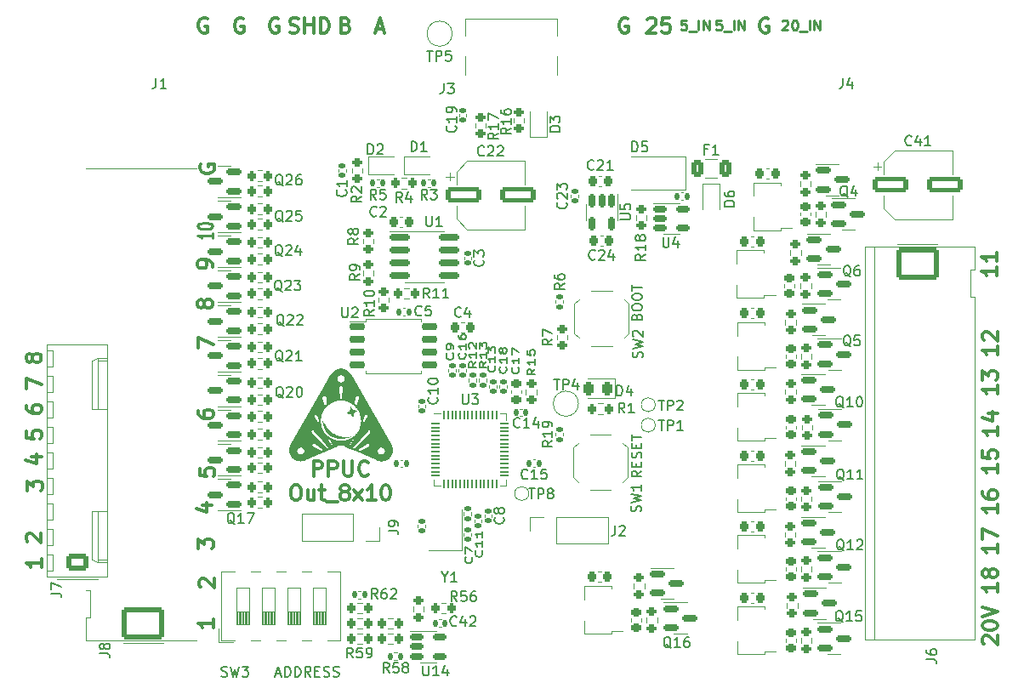
<source format=gto>
%TF.GenerationSoftware,KiCad,Pcbnew,6.0.11+dfsg-1~bpo11+1*%
%TF.CreationDate,2023-10-22T15:16:06+02:00*%
%TF.ProjectId,Out_8x10,4f75745f-3878-4313-902e-6b696361645f,0.2.0*%
%TF.SameCoordinates,Original*%
%TF.FileFunction,Legend,Top*%
%TF.FilePolarity,Positive*%
%FSLAX46Y46*%
G04 Gerber Fmt 4.6, Leading zero omitted, Abs format (unit mm)*
G04 Created by KiCad (PCBNEW 6.0.11+dfsg-1~bpo11+1) date 2023-10-22 15:16:06*
%MOMM*%
%LPD*%
G01*
G04 APERTURE LIST*
G04 Aperture macros list*
%AMRoundRect*
0 Rectangle with rounded corners*
0 $1 Rounding radius*
0 $2 $3 $4 $5 $6 $7 $8 $9 X,Y pos of 4 corners*
0 Add a 4 corners polygon primitive as box body*
4,1,4,$2,$3,$4,$5,$6,$7,$8,$9,$2,$3,0*
0 Add four circle primitives for the rounded corners*
1,1,$1+$1,$2,$3*
1,1,$1+$1,$4,$5*
1,1,$1+$1,$6,$7*
1,1,$1+$1,$8,$9*
0 Add four rect primitives between the rounded corners*
20,1,$1+$1,$2,$3,$4,$5,0*
20,1,$1+$1,$4,$5,$6,$7,0*
20,1,$1+$1,$6,$7,$8,$9,0*
20,1,$1+$1,$8,$9,$2,$3,0*%
%AMFreePoly0*
4,1,9,3.862500,-0.866500,0.737500,-0.866500,0.737500,-0.450000,-0.737500,-0.450000,-0.737500,0.450000,0.737500,0.450000,0.737500,0.866500,3.862500,0.866500,3.862500,-0.866500,3.862500,-0.866500,$1*%
G04 Aperture macros list end*
%ADD10C,0.000000*%
%ADD11C,0.300000*%
%ADD12C,0.250000*%
%ADD13C,0.150000*%
%ADD14C,0.120000*%
%ADD15RoundRect,0.140000X-0.140000X-0.170000X0.140000X-0.170000X0.140000X0.170000X-0.140000X0.170000X0*%
%ADD16C,2.000000*%
%ADD17RoundRect,0.140000X0.170000X-0.140000X0.170000X0.140000X-0.170000X0.140000X-0.170000X-0.140000X0*%
%ADD18RoundRect,0.140000X-0.170000X0.140000X-0.170000X-0.140000X0.170000X-0.140000X0.170000X0.140000X0*%
%ADD19C,2.400000*%
%ADD20RoundRect,0.200000X0.200000X0.275000X-0.200000X0.275000X-0.200000X-0.275000X0.200000X-0.275000X0*%
%ADD21RoundRect,0.200000X-0.275000X0.200000X-0.275000X-0.200000X0.275000X-0.200000X0.275000X0.200000X0*%
%ADD22RoundRect,0.225000X0.225000X0.250000X-0.225000X0.250000X-0.225000X-0.250000X0.225000X-0.250000X0*%
%ADD23R,0.600000X0.450000*%
%ADD24RoundRect,0.150000X-0.587500X-0.150000X0.587500X-0.150000X0.587500X0.150000X-0.587500X0.150000X0*%
%ADD25RoundRect,0.150000X-0.512500X-0.150000X0.512500X-0.150000X0.512500X0.150000X-0.512500X0.150000X0*%
%ADD26RoundRect,0.200000X0.275000X-0.200000X0.275000X0.200000X-0.275000X0.200000X-0.275000X-0.200000X0*%
%ADD27RoundRect,0.250000X-1.500000X-0.550000X1.500000X-0.550000X1.500000X0.550000X-1.500000X0.550000X0*%
%ADD28R,1.300000X0.900000*%
%ADD29FreePoly0,180.000000*%
%ADD30RoundRect,0.150000X0.587500X0.150000X-0.587500X0.150000X-0.587500X-0.150000X0.587500X-0.150000X0*%
%ADD31RoundRect,0.150000X-0.150000X0.512500X-0.150000X-0.512500X0.150000X-0.512500X0.150000X0.512500X0*%
%ADD32RoundRect,0.200000X-0.200000X-0.275000X0.200000X-0.275000X0.200000X0.275000X-0.200000X0.275000X0*%
%ADD33RoundRect,0.135000X0.185000X-0.135000X0.185000X0.135000X-0.185000X0.135000X-0.185000X-0.135000X0*%
%ADD34C,5.500000*%
%ADD35RoundRect,0.225000X0.250000X-0.225000X0.250000X0.225000X-0.250000X0.225000X-0.250000X-0.225000X0*%
%ADD36R,2.500000X1.800000*%
%ADD37RoundRect,0.135000X0.135000X0.185000X-0.135000X0.185000X-0.135000X-0.185000X0.135000X-0.185000X0*%
%ADD38C,1.000000*%
%ADD39RoundRect,0.243750X0.243750X0.456250X-0.243750X0.456250X-0.243750X-0.456250X0.243750X-0.456250X0*%
%ADD40C,0.650000*%
%ADD41R,0.300000X1.150000*%
%ADD42O,1.000000X2.100000*%
%ADD43O,1.000000X1.600000*%
%ADD44RoundRect,0.250000X1.850000X-1.330000X1.850000X1.330000X-1.850000X1.330000X-1.850000X-1.330000X0*%
%ADD45O,4.200000X3.160000*%
%ADD46RoundRect,0.140000X0.140000X0.170000X-0.140000X0.170000X-0.140000X-0.170000X0.140000X-0.170000X0*%
%ADD47RoundRect,0.135000X-0.185000X0.135000X-0.185000X-0.135000X0.185000X-0.135000X0.185000X0.135000X0*%
%ADD48RoundRect,0.250000X-1.850000X1.330000X-1.850000X-1.330000X1.850000X-1.330000X1.850000X1.330000X0*%
%ADD49R,1.700000X1.700000*%
%ADD50O,1.700000X1.700000*%
%ADD51RoundRect,0.135000X-0.135000X-0.185000X0.135000X-0.185000X0.135000X0.185000X-0.135000X0.185000X0*%
%ADD52R,1.100000X1.800000*%
%ADD53RoundRect,0.050000X-0.387500X-0.050000X0.387500X-0.050000X0.387500X0.050000X-0.387500X0.050000X0*%
%ADD54RoundRect,0.050000X-0.050000X-0.387500X0.050000X-0.387500X0.050000X0.387500X-0.050000X0.387500X0*%
%ADD55R,3.200000X3.200000*%
%ADD56RoundRect,0.250000X-0.375000X-0.625000X0.375000X-0.625000X0.375000X0.625000X-0.375000X0.625000X0*%
%ADD57RoundRect,0.150000X-0.825000X-0.150000X0.825000X-0.150000X0.825000X0.150000X-0.825000X0.150000X0*%
%ADD58RoundRect,0.225000X-0.225000X-0.250000X0.225000X-0.250000X0.225000X0.250000X-0.225000X0.250000X0*%
%ADD59R,0.450000X0.600000*%
%ADD60RoundRect,0.250000X0.845000X-0.620000X0.845000X0.620000X-0.845000X0.620000X-0.845000X-0.620000X0*%
%ADD61O,2.190000X1.740000*%
%ADD62R,1.120000X2.440000*%
%ADD63R,1.200000X1.400000*%
%ADD64RoundRect,0.150000X-0.650000X-0.150000X0.650000X-0.150000X0.650000X0.150000X-0.650000X0.150000X0*%
G04 APERTURE END LIST*
D10*
G36*
X130948903Y-85342725D02*
G01*
X131043923Y-85518613D01*
X131143983Y-85680407D01*
X131248531Y-85828671D01*
X131357014Y-85963970D01*
X131468879Y-86086867D01*
X131583573Y-86197929D01*
X131700542Y-86297720D01*
X131819235Y-86386804D01*
X131939097Y-86465745D01*
X132059575Y-86535110D01*
X132180118Y-86595461D01*
X132300171Y-86647365D01*
X132419182Y-86691385D01*
X132536597Y-86728086D01*
X132651864Y-86758033D01*
X132764430Y-86781790D01*
X132873741Y-86799923D01*
X132979245Y-86812995D01*
X133080388Y-86821572D01*
X133267382Y-86827497D01*
X133430297Y-86822215D01*
X133564711Y-86810244D01*
X133666198Y-86796100D01*
X133752696Y-86779365D01*
X133613068Y-86835841D01*
X133474609Y-86884295D01*
X133337520Y-86924838D01*
X133202001Y-86957579D01*
X133068254Y-86982627D01*
X132936479Y-87000093D01*
X132806876Y-87010085D01*
X132679646Y-87012715D01*
X132554989Y-87008091D01*
X132433106Y-86996324D01*
X132314198Y-86977522D01*
X132198466Y-86951796D01*
X132086109Y-86919256D01*
X131977328Y-86880011D01*
X131872324Y-86834171D01*
X131771298Y-86781845D01*
X131674450Y-86723144D01*
X131581980Y-86658178D01*
X131494089Y-86587055D01*
X131410979Y-86509885D01*
X131332848Y-86426779D01*
X131259899Y-86337846D01*
X131192331Y-86243196D01*
X131130345Y-86142939D01*
X131074141Y-86037183D01*
X131023921Y-85926040D01*
X130979884Y-85809619D01*
X130942232Y-85688028D01*
X130911165Y-85561380D01*
X130886883Y-85429782D01*
X130869587Y-85293344D01*
X130859478Y-85152178D01*
X130948903Y-85342725D01*
G37*
G36*
X133410170Y-87901198D02*
G01*
X133910123Y-87901198D01*
X134034477Y-87948823D01*
X135557154Y-86393073D01*
X135562069Y-86387882D01*
X135566643Y-86382489D01*
X135570878Y-86376907D01*
X135574773Y-86371152D01*
X135578331Y-86365238D01*
X135581551Y-86359180D01*
X135584435Y-86352992D01*
X135586982Y-86346689D01*
X135589194Y-86340284D01*
X135591072Y-86333794D01*
X135592616Y-86327232D01*
X135593827Y-86320613D01*
X135594705Y-86313951D01*
X135595252Y-86307261D01*
X135595468Y-86300557D01*
X135595354Y-86293855D01*
X135594910Y-86287168D01*
X135594138Y-86280510D01*
X135593037Y-86273898D01*
X135591610Y-86267345D01*
X135589856Y-86260865D01*
X135587776Y-86254473D01*
X135585371Y-86248184D01*
X135582641Y-86242013D01*
X135579588Y-86235973D01*
X135576212Y-86230079D01*
X135572514Y-86224347D01*
X135568495Y-86218789D01*
X135564155Y-86213422D01*
X135559495Y-86208259D01*
X135554515Y-86203315D01*
X135549217Y-86198605D01*
X135543925Y-86194299D01*
X135538474Y-86190309D01*
X135532877Y-86186636D01*
X135527146Y-86183277D01*
X135521293Y-86180233D01*
X135515329Y-86177501D01*
X135509268Y-86175082D01*
X135503121Y-86172973D01*
X135496901Y-86171175D01*
X135490619Y-86169685D01*
X135484287Y-86168504D01*
X135477919Y-86167630D01*
X135471525Y-86167062D01*
X135465118Y-86166799D01*
X135458710Y-86166841D01*
X135452313Y-86167185D01*
X135445939Y-86167833D01*
X135439601Y-86168781D01*
X135433310Y-86170030D01*
X135427079Y-86171578D01*
X135420920Y-86173425D01*
X135414844Y-86175569D01*
X135408865Y-86178009D01*
X135402993Y-86180745D01*
X135397241Y-86183776D01*
X135391622Y-86187100D01*
X135386147Y-86190717D01*
X135380829Y-86194626D01*
X135375679Y-86198825D01*
X135370710Y-86203314D01*
X135365934Y-86208092D01*
X135361362Y-86213157D01*
X133910123Y-87901198D01*
X133410170Y-87901198D01*
X133038322Y-87737156D01*
X133031897Y-87734511D01*
X133473560Y-87734511D01*
X133556904Y-87766261D01*
X134107237Y-86841542D01*
X134075676Y-86868574D01*
X134043510Y-86895079D01*
X134010755Y-86921026D01*
X133977426Y-86946383D01*
X133943539Y-86971121D01*
X133909110Y-86995207D01*
X133874153Y-87018611D01*
X133838685Y-87041303D01*
X133473560Y-87734511D01*
X133031897Y-87734511D01*
X132996526Y-87719948D01*
X132954050Y-87705034D01*
X132910989Y-87692415D01*
X132867438Y-87682090D01*
X132823491Y-87674059D01*
X132779244Y-87668323D01*
X132734792Y-87664881D01*
X132690229Y-87663734D01*
X132645650Y-87664881D01*
X132601152Y-87668323D01*
X132556827Y-87674059D01*
X132512772Y-87682090D01*
X132469081Y-87692415D01*
X132425850Y-87705034D01*
X132383172Y-87719948D01*
X132341144Y-87737156D01*
X129126457Y-89155323D01*
X129097871Y-89167338D01*
X129069171Y-89178577D01*
X129040366Y-89189042D01*
X129011467Y-89198731D01*
X128982482Y-89207645D01*
X128953421Y-89215784D01*
X128924295Y-89223148D01*
X128895112Y-89229737D01*
X128865883Y-89235551D01*
X128836617Y-89240589D01*
X128807324Y-89244852D01*
X128778013Y-89248341D01*
X128748695Y-89251054D01*
X128719379Y-89252992D01*
X128690074Y-89254154D01*
X128660790Y-89254542D01*
X128602159Y-89252995D01*
X128543903Y-89248372D01*
X128486121Y-89240694D01*
X128428908Y-89229985D01*
X128372362Y-89216269D01*
X128316579Y-89199568D01*
X128261656Y-89179907D01*
X128207691Y-89157307D01*
X128154781Y-89131793D01*
X128103021Y-89103388D01*
X128052509Y-89072115D01*
X128003342Y-89037997D01*
X127955617Y-89001057D01*
X127909431Y-88961319D01*
X127864880Y-88918806D01*
X127822061Y-88873541D01*
X127762598Y-88802146D01*
X127709743Y-88727594D01*
X127663530Y-88650233D01*
X127623996Y-88570408D01*
X127591174Y-88488467D01*
X127565100Y-88404756D01*
X127545809Y-88319624D01*
X127533335Y-88233416D01*
X127533324Y-88233250D01*
X128326092Y-88233250D01*
X128326546Y-88251245D01*
X128327893Y-88269002D01*
X128330110Y-88286497D01*
X128333177Y-88303711D01*
X128337071Y-88320620D01*
X128341772Y-88337203D01*
X128347255Y-88353438D01*
X128353501Y-88369304D01*
X128360488Y-88384778D01*
X128368192Y-88399839D01*
X128376594Y-88414465D01*
X128385670Y-88428633D01*
X128395399Y-88442324D01*
X128405760Y-88455514D01*
X128416730Y-88468181D01*
X128428287Y-88480305D01*
X128440411Y-88491862D01*
X128453079Y-88502832D01*
X128466268Y-88513193D01*
X128479959Y-88522922D01*
X128494128Y-88531998D01*
X128508753Y-88540400D01*
X128523814Y-88548104D01*
X128539288Y-88555091D01*
X128555154Y-88561337D01*
X128571389Y-88566821D01*
X128587972Y-88571521D01*
X128604881Y-88575415D01*
X128622095Y-88578482D01*
X128639590Y-88580699D01*
X128657347Y-88582046D01*
X128675342Y-88582500D01*
X128693337Y-88582046D01*
X128711094Y-88580699D01*
X128728590Y-88578482D01*
X128745803Y-88575415D01*
X128762712Y-88571521D01*
X128779295Y-88566821D01*
X128795530Y-88561337D01*
X128811396Y-88555091D01*
X128826870Y-88548104D01*
X128841931Y-88540400D01*
X128856557Y-88531998D01*
X128870725Y-88522922D01*
X128884416Y-88513193D01*
X128897606Y-88502832D01*
X128910273Y-88491862D01*
X128922397Y-88480305D01*
X128933954Y-88468181D01*
X128944924Y-88455514D01*
X128955285Y-88442324D01*
X128965014Y-88428633D01*
X128974090Y-88414465D01*
X128982492Y-88399839D01*
X128990197Y-88384778D01*
X128997183Y-88369304D01*
X129003429Y-88353438D01*
X129008913Y-88337203D01*
X129013613Y-88320620D01*
X129017507Y-88303711D01*
X129020574Y-88286497D01*
X129022792Y-88269002D01*
X129024138Y-88251245D01*
X129024592Y-88233250D01*
X129024138Y-88215254D01*
X129022792Y-88197498D01*
X129020574Y-88180002D01*
X129017507Y-88162789D01*
X129013613Y-88145880D01*
X129008913Y-88129297D01*
X129003429Y-88113061D01*
X128997183Y-88097196D01*
X128990197Y-88081722D01*
X128982492Y-88066661D01*
X128974091Y-88052035D01*
X128965014Y-88037866D01*
X128955285Y-88024176D01*
X128944924Y-88010986D01*
X128933954Y-87998318D01*
X128922397Y-87986195D01*
X128910273Y-87974637D01*
X128897606Y-87963667D01*
X128884416Y-87953307D01*
X128870726Y-87943577D01*
X128856557Y-87934501D01*
X128841931Y-87926100D01*
X128826870Y-87918395D01*
X128811396Y-87911409D01*
X128795530Y-87905163D01*
X128779295Y-87899679D01*
X128762712Y-87894979D01*
X128745803Y-87891085D01*
X128728590Y-87888018D01*
X128711094Y-87885800D01*
X128693337Y-87884453D01*
X128675342Y-87884000D01*
X128657347Y-87884453D01*
X128639590Y-87885800D01*
X128622095Y-87888018D01*
X128604881Y-87891085D01*
X128587972Y-87894979D01*
X128571389Y-87899679D01*
X128555154Y-87905163D01*
X128539288Y-87911409D01*
X128523814Y-87918395D01*
X128508754Y-87926100D01*
X128494128Y-87934501D01*
X128479959Y-87943577D01*
X128466268Y-87953307D01*
X128453079Y-87963667D01*
X128440411Y-87974637D01*
X128428288Y-87986195D01*
X128416730Y-87998319D01*
X128405760Y-88010986D01*
X128395399Y-88024176D01*
X128385670Y-88037866D01*
X128376594Y-88052035D01*
X128368192Y-88066661D01*
X128360488Y-88081722D01*
X128353501Y-88097196D01*
X128347255Y-88113062D01*
X128341772Y-88129297D01*
X128337071Y-88145880D01*
X128333177Y-88162789D01*
X128330110Y-88180002D01*
X128327893Y-88197498D01*
X128326546Y-88215254D01*
X128326092Y-88233250D01*
X127533324Y-88233250D01*
X127527713Y-88146479D01*
X127528978Y-88059160D01*
X127537166Y-87971807D01*
X127552310Y-87884765D01*
X127574447Y-87798383D01*
X127603609Y-87713006D01*
X127638681Y-87631655D01*
X129844958Y-87631655D01*
X129845140Y-87638135D01*
X129845630Y-87644586D01*
X129846422Y-87650995D01*
X129847515Y-87657350D01*
X129848905Y-87663640D01*
X129850588Y-87669853D01*
X129852562Y-87675977D01*
X129854824Y-87681999D01*
X129857370Y-87687909D01*
X129860197Y-87693694D01*
X129863303Y-87699342D01*
X129866683Y-87704842D01*
X129870335Y-87710182D01*
X129874256Y-87715349D01*
X129878442Y-87720332D01*
X129882891Y-87725119D01*
X129887599Y-87729699D01*
X129892562Y-87734058D01*
X129897779Y-87738186D01*
X129903246Y-87742071D01*
X129908959Y-87745700D01*
X129914915Y-87749062D01*
X130719248Y-88182979D01*
X130936206Y-88098312D01*
X130051175Y-87518874D01*
X130045031Y-87515095D01*
X130038760Y-87511692D01*
X130032378Y-87508662D01*
X130025898Y-87506002D01*
X130019333Y-87503708D01*
X130012698Y-87501777D01*
X130006006Y-87500205D01*
X129999271Y-87498989D01*
X129992508Y-87498127D01*
X129985729Y-87497613D01*
X129978948Y-87497445D01*
X129972180Y-87497620D01*
X129965438Y-87498134D01*
X129958736Y-87498984D01*
X129952088Y-87500166D01*
X129945507Y-87501677D01*
X129939008Y-87503513D01*
X129932604Y-87505672D01*
X129926309Y-87508150D01*
X129920137Y-87510943D01*
X129914101Y-87514047D01*
X129908216Y-87517461D01*
X129902495Y-87521180D01*
X129896952Y-87525200D01*
X129891601Y-87529519D01*
X129886456Y-87534133D01*
X129881530Y-87539039D01*
X129876837Y-87544233D01*
X129872392Y-87549711D01*
X129868207Y-87555472D01*
X129864297Y-87561510D01*
X129860675Y-87567823D01*
X129857621Y-87573949D01*
X129854904Y-87580163D01*
X129852522Y-87586455D01*
X129850472Y-87592811D01*
X129848750Y-87599221D01*
X129847353Y-87605673D01*
X129846279Y-87612154D01*
X129845524Y-87618652D01*
X129845084Y-87625157D01*
X129844958Y-87631655D01*
X127638681Y-87631655D01*
X127639834Y-87628982D01*
X127683155Y-87546657D01*
X128403997Y-86297988D01*
X129764598Y-86297988D01*
X129764659Y-86304407D01*
X129765025Y-86310817D01*
X129765698Y-86317207D01*
X129766678Y-86323566D01*
X129767966Y-86329881D01*
X129769560Y-86336140D01*
X129771463Y-86342333D01*
X129773673Y-86348445D01*
X129776191Y-86354467D01*
X129779018Y-86360386D01*
X129782153Y-86366190D01*
X129785597Y-86371868D01*
X129789350Y-86377407D01*
X129793413Y-86382795D01*
X129797785Y-86388021D01*
X129802467Y-86393073D01*
X131327790Y-87950146D01*
X131453467Y-87902521D01*
X130541092Y-86841542D01*
X131252383Y-86841542D01*
X131804040Y-87768906D01*
X131887384Y-87737156D01*
X131656089Y-87297948D01*
X132104342Y-87297948D01*
X132152959Y-87459509D01*
X132199592Y-87618093D01*
X132226050Y-87607510D01*
X132284259Y-87583698D01*
X132283637Y-87581052D01*
X133076686Y-87581052D01*
X133144154Y-87608833D01*
X133161352Y-87615448D01*
X133207985Y-87457690D01*
X133256602Y-87297949D01*
X133226837Y-87305844D01*
X133197071Y-87313493D01*
X133167306Y-87320645D01*
X133152423Y-87323957D01*
X133137540Y-87327052D01*
X133106617Y-87455045D01*
X133076686Y-87581052D01*
X132283637Y-87581052D01*
X132254327Y-87456367D01*
X132234793Y-87374677D01*
X132640123Y-87374677D01*
X132642769Y-87512261D01*
X132648166Y-87511824D01*
X132653456Y-87511496D01*
X132658652Y-87511261D01*
X132663770Y-87511103D01*
X132673837Y-87510958D01*
X132683779Y-87510938D01*
X132724790Y-87512261D01*
X132727435Y-87374677D01*
X132640123Y-87374677D01*
X132234793Y-87374677D01*
X132223404Y-87327052D01*
X132193080Y-87320086D01*
X132163377Y-87312996D01*
X132133921Y-87305658D01*
X132104342Y-87297948D01*
X131656089Y-87297948D01*
X131520935Y-87041303D01*
X131485522Y-87018611D01*
X131450697Y-86995207D01*
X131416430Y-86971121D01*
X131382691Y-86946383D01*
X131349447Y-86921026D01*
X131316669Y-86895079D01*
X131284325Y-86868574D01*
X131252383Y-86841542D01*
X130541092Y-86841542D01*
X129999582Y-86211833D01*
X129994755Y-86206535D01*
X129989709Y-86201556D01*
X129984459Y-86196896D01*
X129979017Y-86192556D01*
X129973398Y-86188536D01*
X129967616Y-86184838D01*
X129961683Y-86181462D01*
X129955615Y-86178409D01*
X129949425Y-86175680D01*
X129943127Y-86173275D01*
X129936734Y-86171195D01*
X129930260Y-86169441D01*
X129923720Y-86168013D01*
X129917126Y-86166913D01*
X129910494Y-86166141D01*
X129903835Y-86165697D01*
X129897166Y-86165583D01*
X129890498Y-86165799D01*
X129883846Y-86166346D01*
X129877225Y-86167224D01*
X129870646Y-86168435D01*
X129864126Y-86169979D01*
X129857676Y-86171857D01*
X129851312Y-86174069D01*
X129845046Y-86176616D01*
X129838893Y-86179500D01*
X129832866Y-86182720D01*
X129826980Y-86186277D01*
X129821247Y-86190173D01*
X129815683Y-86194408D01*
X129810300Y-86198982D01*
X129805113Y-86203896D01*
X129800303Y-86208828D01*
X129795796Y-86213942D01*
X129791591Y-86219226D01*
X129787690Y-86224668D01*
X129784092Y-86230256D01*
X129780797Y-86235978D01*
X129777807Y-86241824D01*
X129775120Y-86247780D01*
X129772737Y-86253835D01*
X129770659Y-86259976D01*
X129768886Y-86266193D01*
X129767417Y-86272473D01*
X129766254Y-86278805D01*
X129765396Y-86285176D01*
X129764844Y-86291574D01*
X129764598Y-86297988D01*
X128403997Y-86297988D01*
X129298018Y-84749332D01*
X130029958Y-84749332D01*
X130030065Y-84755783D01*
X130030480Y-84762242D01*
X130031208Y-84768697D01*
X130032249Y-84775136D01*
X130033606Y-84781549D01*
X130035282Y-84787922D01*
X130037279Y-84794245D01*
X130039600Y-84800507D01*
X130042247Y-84806694D01*
X130045223Y-84812797D01*
X130048529Y-84818802D01*
X130556529Y-85672083D01*
X130544437Y-85614787D01*
X130533957Y-85557010D01*
X130525089Y-85498769D01*
X130517834Y-85440077D01*
X130512191Y-85380952D01*
X130508160Y-85321407D01*
X130505742Y-85261460D01*
X130504936Y-85201125D01*
X130504942Y-85194511D01*
X130688821Y-85194511D01*
X130691420Y-85297309D01*
X130699134Y-85398750D01*
X130711836Y-85498709D01*
X130729400Y-85597060D01*
X130751702Y-85693678D01*
X130778615Y-85788439D01*
X130810014Y-85881218D01*
X130845773Y-85971889D01*
X130885766Y-86060328D01*
X130929868Y-86146410D01*
X130977952Y-86230009D01*
X131029894Y-86311000D01*
X131085566Y-86389260D01*
X131144845Y-86464661D01*
X131207603Y-86537081D01*
X131273716Y-86606393D01*
X131343057Y-86672473D01*
X131415501Y-86735195D01*
X131490922Y-86794435D01*
X131569194Y-86850068D01*
X131650192Y-86901968D01*
X131733790Y-86950012D01*
X131819862Y-86994072D01*
X131908282Y-87034026D01*
X131998925Y-87069747D01*
X132091665Y-87101111D01*
X132186376Y-87127992D01*
X132282933Y-87150267D01*
X132381210Y-87167809D01*
X132481081Y-87180494D01*
X132582421Y-87188196D01*
X132685103Y-87190791D01*
X132787781Y-87188196D01*
X132889110Y-87180494D01*
X132988963Y-87167809D01*
X133087218Y-87150267D01*
X133183747Y-87127992D01*
X133278427Y-87101111D01*
X133371132Y-87069747D01*
X133461737Y-87034026D01*
X133550118Y-86994072D01*
X133636149Y-86950012D01*
X133719705Y-86901968D01*
X133800662Y-86850068D01*
X133878894Y-86794435D01*
X133954277Y-86735195D01*
X134026685Y-86672473D01*
X134095993Y-86606393D01*
X134162076Y-86537081D01*
X134224810Y-86464661D01*
X134284070Y-86389260D01*
X134339730Y-86311000D01*
X134391665Y-86230009D01*
X134439751Y-86146410D01*
X134483862Y-86060328D01*
X134523873Y-85971889D01*
X134559660Y-85881218D01*
X134591098Y-85788439D01*
X134618061Y-85693678D01*
X134623059Y-85672083D01*
X134804414Y-85672083D01*
X135311091Y-84820125D01*
X135314506Y-84813872D01*
X135317560Y-84807522D01*
X135320257Y-84801089D01*
X135322599Y-84794584D01*
X135324591Y-84788020D01*
X135326235Y-84781409D01*
X135327536Y-84774764D01*
X135328496Y-84768097D01*
X135329118Y-84761421D01*
X135329407Y-84754747D01*
X135329366Y-84748087D01*
X135328997Y-84741456D01*
X135328305Y-84734864D01*
X135327292Y-84728324D01*
X135325963Y-84721848D01*
X135324320Y-84715450D01*
X135322367Y-84709140D01*
X135320108Y-84702932D01*
X135317545Y-84696838D01*
X135314683Y-84690870D01*
X135311523Y-84685040D01*
X135308071Y-84679362D01*
X135304329Y-84673846D01*
X135300301Y-84668507D01*
X135295990Y-84663355D01*
X135291399Y-84658404D01*
X135286532Y-84653665D01*
X135281392Y-84649151D01*
X135275983Y-84644875D01*
X135270308Y-84640848D01*
X135264371Y-84637084D01*
X135258174Y-84633594D01*
X135252052Y-84630543D01*
X135245849Y-84627837D01*
X135239575Y-84625473D01*
X135233243Y-84623447D01*
X135226863Y-84621755D01*
X135220447Y-84620394D01*
X135214006Y-84619360D01*
X135207552Y-84618649D01*
X135201096Y-84618258D01*
X135194649Y-84618183D01*
X135188224Y-84618421D01*
X135181830Y-84618967D01*
X135175480Y-84619819D01*
X135169185Y-84620972D01*
X135162957Y-84622423D01*
X135156806Y-84624168D01*
X135150744Y-84626204D01*
X135144783Y-84628528D01*
X135138934Y-84631134D01*
X135133208Y-84634021D01*
X135127616Y-84637183D01*
X135122171Y-84640618D01*
X135116884Y-84644322D01*
X135111765Y-84648291D01*
X135106826Y-84652522D01*
X135102079Y-84657010D01*
X135097535Y-84661753D01*
X135093205Y-84666747D01*
X135089101Y-84671988D01*
X135085234Y-84677472D01*
X135081616Y-84683196D01*
X135078258Y-84689156D01*
X134853362Y-85116458D01*
X134853590Y-85137315D01*
X134854189Y-85158296D01*
X134856008Y-85201125D01*
X134855148Y-85261460D01*
X134852597Y-85321407D01*
X134848404Y-85380951D01*
X134842613Y-85440077D01*
X134835273Y-85498768D01*
X134826428Y-85557010D01*
X134816127Y-85614787D01*
X134804414Y-85672083D01*
X134623059Y-85672083D01*
X134640424Y-85597060D01*
X134658063Y-85498709D01*
X134670852Y-85398750D01*
X134678667Y-85297309D01*
X134681383Y-85194511D01*
X134678784Y-85091712D01*
X134671070Y-84990271D01*
X134658368Y-84890313D01*
X134640804Y-84791962D01*
X134618502Y-84695343D01*
X134591589Y-84600582D01*
X134560190Y-84507803D01*
X134524431Y-84417132D01*
X134484438Y-84328693D01*
X134440337Y-84242612D01*
X134392252Y-84159013D01*
X134340311Y-84078021D01*
X134284638Y-83999762D01*
X134225360Y-83924360D01*
X134162601Y-83851940D01*
X134096489Y-83782628D01*
X134027148Y-83716549D01*
X133954704Y-83653826D01*
X133879283Y-83594586D01*
X133801011Y-83538953D01*
X133783348Y-83527636D01*
X134068873Y-83527636D01*
X134091569Y-83546671D01*
X134114017Y-83566062D01*
X134136218Y-83585795D01*
X134158170Y-83605853D01*
X134179874Y-83626222D01*
X134201330Y-83646885D01*
X134222538Y-83667826D01*
X134243498Y-83689032D01*
X134496175Y-83036834D01*
X134500142Y-83025990D01*
X134503373Y-83015057D01*
X134505884Y-83004059D01*
X134507691Y-82993025D01*
X134508808Y-82981980D01*
X134509252Y-82970951D01*
X134509039Y-82959964D01*
X134508184Y-82949046D01*
X134506704Y-82938222D01*
X134504613Y-82927520D01*
X134501927Y-82916966D01*
X134498663Y-82906586D01*
X134494836Y-82896406D01*
X134490462Y-82886454D01*
X134485556Y-82876755D01*
X134480135Y-82867335D01*
X134474213Y-82858222D01*
X134467808Y-82849441D01*
X134460933Y-82841019D01*
X134453607Y-82832983D01*
X134445843Y-82825359D01*
X134437658Y-82818172D01*
X134429067Y-82811451D01*
X134420087Y-82805220D01*
X134410732Y-82799507D01*
X134401020Y-82794337D01*
X134390965Y-82789738D01*
X134380583Y-82785735D01*
X134369890Y-82782356D01*
X134358902Y-82779626D01*
X134347634Y-82777571D01*
X134336102Y-82776219D01*
X134326217Y-82775481D01*
X134316415Y-82775244D01*
X134306709Y-82775497D01*
X134297112Y-82776230D01*
X134287637Y-82777431D01*
X134278298Y-82779091D01*
X134269106Y-82781199D01*
X134260076Y-82783743D01*
X134251220Y-82786714D01*
X134242552Y-82790101D01*
X134234084Y-82793892D01*
X134225830Y-82798078D01*
X134217802Y-82802648D01*
X134210015Y-82807591D01*
X134202480Y-82812896D01*
X134195211Y-82818553D01*
X134188222Y-82824550D01*
X134181524Y-82830879D01*
X134175132Y-82837527D01*
X134169058Y-82844484D01*
X134163315Y-82851739D01*
X134157917Y-82859283D01*
X134152876Y-82867103D01*
X134148206Y-82875190D01*
X134143920Y-82883533D01*
X134140030Y-82892120D01*
X134136551Y-82900943D01*
X134133494Y-82909989D01*
X134130873Y-82919248D01*
X134128702Y-82928710D01*
X134126992Y-82938364D01*
X134125758Y-82948198D01*
X134068873Y-83527636D01*
X133783348Y-83527636D01*
X133720013Y-83487053D01*
X133636415Y-83439010D01*
X133550343Y-83394949D01*
X133461923Y-83354996D01*
X133371280Y-83319274D01*
X133278540Y-83287911D01*
X133183829Y-83261029D01*
X133087272Y-83238755D01*
X132988995Y-83221213D01*
X132889124Y-83208528D01*
X132787785Y-83200825D01*
X132685103Y-83198230D01*
X132582304Y-83200829D01*
X132480863Y-83208542D01*
X132380905Y-83221244D01*
X132282554Y-83238809D01*
X132185935Y-83261111D01*
X132091174Y-83288024D01*
X131998395Y-83319423D01*
X131907724Y-83355182D01*
X131819285Y-83395175D01*
X131733203Y-83439276D01*
X131649604Y-83487361D01*
X131568613Y-83539302D01*
X131490353Y-83594975D01*
X131414951Y-83654254D01*
X131342532Y-83717012D01*
X131273220Y-83783125D01*
X131207140Y-83852466D01*
X131144418Y-83924909D01*
X131085177Y-84000330D01*
X131029545Y-84078603D01*
X130977644Y-84159600D01*
X130929601Y-84243198D01*
X130885540Y-84329270D01*
X130845587Y-84417690D01*
X130809866Y-84508333D01*
X130778502Y-84601073D01*
X130751620Y-84695785D01*
X130729346Y-84792342D01*
X130711804Y-84890618D01*
X130699119Y-84990489D01*
X130691417Y-85091829D01*
X130688821Y-85194511D01*
X130504942Y-85194511D01*
X130504956Y-85180082D01*
X130505101Y-85158792D01*
X130505494Y-85137501D01*
X130506259Y-85116458D01*
X130281363Y-84689156D01*
X130277869Y-84682956D01*
X130274094Y-84677008D01*
X130270050Y-84671316D01*
X130265751Y-84665884D01*
X130261210Y-84660717D01*
X130256440Y-84655819D01*
X130251453Y-84651193D01*
X130246264Y-84646844D01*
X130240885Y-84642776D01*
X130235329Y-84638993D01*
X130229609Y-84635500D01*
X130223738Y-84632300D01*
X130217730Y-84629397D01*
X130211598Y-84626796D01*
X130205353Y-84624500D01*
X130199011Y-84622515D01*
X130192583Y-84620843D01*
X130186084Y-84619489D01*
X130179525Y-84618458D01*
X130172920Y-84617753D01*
X130166282Y-84617378D01*
X130159624Y-84617338D01*
X130152959Y-84617636D01*
X130146301Y-84618277D01*
X130139662Y-84619265D01*
X130133056Y-84620604D01*
X130126495Y-84622298D01*
X130119993Y-84624352D01*
X130113562Y-84626768D01*
X130107216Y-84629552D01*
X130100968Y-84632708D01*
X130094831Y-84636240D01*
X130089007Y-84639842D01*
X130083440Y-84643697D01*
X130078134Y-84647791D01*
X130073091Y-84652115D01*
X130068314Y-84656655D01*
X130063804Y-84661401D01*
X130059565Y-84666341D01*
X130055599Y-84671462D01*
X130051908Y-84676755D01*
X130048494Y-84682206D01*
X130045360Y-84687804D01*
X130042509Y-84693539D01*
X130039943Y-84699397D01*
X130037664Y-84705367D01*
X130035675Y-84711439D01*
X130033977Y-84717599D01*
X130032575Y-84723837D01*
X130031469Y-84730141D01*
X130030663Y-84736499D01*
X130030159Y-84742900D01*
X130029958Y-84749332D01*
X129298018Y-84749332D01*
X130324687Y-82970898D01*
X130850416Y-82970898D01*
X130850831Y-82980325D01*
X130851716Y-82989776D01*
X130853080Y-82999234D01*
X130854928Y-83008684D01*
X130857267Y-83018111D01*
X130860104Y-83027500D01*
X130863446Y-83036834D01*
X131116123Y-83687709D01*
X131137083Y-83666504D01*
X131158291Y-83645562D01*
X131179747Y-83624899D01*
X131201451Y-83604530D01*
X131223403Y-83584472D01*
X131245603Y-83564739D01*
X131268052Y-83545348D01*
X131290748Y-83526313D01*
X131233863Y-82948198D01*
X131232514Y-82936663D01*
X131230471Y-82925385D01*
X131227758Y-82914379D01*
X131224401Y-82903664D01*
X131220425Y-82893254D01*
X131215858Y-82883167D01*
X131210723Y-82873420D01*
X131205048Y-82864028D01*
X131198857Y-82855008D01*
X131192176Y-82846376D01*
X131185031Y-82838150D01*
X131177447Y-82830345D01*
X131169451Y-82822978D01*
X131161068Y-82816066D01*
X131152323Y-82809624D01*
X131143243Y-82803670D01*
X131133852Y-82798219D01*
X131124177Y-82793289D01*
X131114244Y-82788896D01*
X131104077Y-82785056D01*
X131093703Y-82781785D01*
X131083147Y-82779101D01*
X131072436Y-82777020D01*
X131061594Y-82775558D01*
X131050647Y-82774731D01*
X131039622Y-82774556D01*
X131028543Y-82775050D01*
X131017436Y-82776229D01*
X131006328Y-82778110D01*
X130995243Y-82780708D01*
X130984208Y-82784041D01*
X130973248Y-82788125D01*
X130964094Y-82791933D01*
X130955242Y-82796151D01*
X130946699Y-82800764D01*
X130938470Y-82805757D01*
X130930562Y-82811115D01*
X130922984Y-82816821D01*
X130915740Y-82822861D01*
X130908838Y-82829218D01*
X130902286Y-82835878D01*
X130896089Y-82842825D01*
X130890254Y-82850043D01*
X130884788Y-82857516D01*
X130879699Y-82865230D01*
X130874992Y-82873169D01*
X130870674Y-82881317D01*
X130866753Y-82889659D01*
X130863235Y-82898179D01*
X130860127Y-82906862D01*
X130857436Y-82915692D01*
X130855167Y-82924654D01*
X130853330Y-82933733D01*
X130851929Y-82942912D01*
X130850971Y-82952176D01*
X130850465Y-82961510D01*
X130850416Y-82970898D01*
X130324687Y-82970898D01*
X130940190Y-81904701D01*
X132530146Y-81904701D01*
X132530321Y-81912354D01*
X132581915Y-83027573D01*
X132630863Y-83025754D01*
X132655213Y-83025154D01*
X132679811Y-83024927D01*
X132704595Y-83025154D01*
X132729255Y-83025754D01*
X132753667Y-83026601D01*
X132777707Y-83027573D01*
X132829300Y-81912354D01*
X132829449Y-81904213D01*
X132829160Y-81896169D01*
X132828444Y-81888233D01*
X132827313Y-81880416D01*
X132825778Y-81872730D01*
X132823850Y-81865186D01*
X132821540Y-81857795D01*
X132818861Y-81850570D01*
X132815824Y-81843521D01*
X132812439Y-81836660D01*
X132808718Y-81829998D01*
X132804674Y-81823546D01*
X132800316Y-81817316D01*
X132795656Y-81811320D01*
X132790707Y-81805568D01*
X132785479Y-81800072D01*
X132779983Y-81794844D01*
X132774231Y-81789894D01*
X132768234Y-81785235D01*
X132762005Y-81780877D01*
X132755553Y-81776832D01*
X132748891Y-81773111D01*
X132742030Y-81769727D01*
X132734981Y-81766689D01*
X132727755Y-81764010D01*
X132720365Y-81761701D01*
X132712821Y-81759773D01*
X132705135Y-81758237D01*
X132697318Y-81757106D01*
X132689382Y-81756390D01*
X132681337Y-81756101D01*
X132673196Y-81756250D01*
X132665442Y-81756815D01*
X132657814Y-81757756D01*
X132650318Y-81759066D01*
X132642966Y-81760733D01*
X132635764Y-81762748D01*
X132628722Y-81765102D01*
X132621849Y-81767783D01*
X132615153Y-81770782D01*
X132608644Y-81774089D01*
X132602329Y-81777694D01*
X132596217Y-81781588D01*
X132590318Y-81785760D01*
X132584639Y-81790200D01*
X132579191Y-81794899D01*
X132573980Y-81799847D01*
X132569017Y-81805033D01*
X132564309Y-81810447D01*
X132559866Y-81816081D01*
X132555696Y-81821923D01*
X132551809Y-81827964D01*
X132548211Y-81834194D01*
X132544914Y-81840603D01*
X132541924Y-81847181D01*
X132539251Y-81853919D01*
X132536904Y-81860805D01*
X132534891Y-81867831D01*
X132533221Y-81874986D01*
X132531903Y-81882261D01*
X132530945Y-81889645D01*
X132530356Y-81897128D01*
X132530146Y-81904701D01*
X130940190Y-81904701D01*
X131442871Y-81033938D01*
X132339822Y-81033938D01*
X132340275Y-81051933D01*
X132341622Y-81069690D01*
X132343839Y-81087185D01*
X132346906Y-81104399D01*
X132350801Y-81121308D01*
X132355501Y-81137891D01*
X132360985Y-81154126D01*
X132367231Y-81169992D01*
X132374217Y-81185466D01*
X132381922Y-81200526D01*
X132390323Y-81215152D01*
X132399399Y-81229321D01*
X132409129Y-81243011D01*
X132419489Y-81256201D01*
X132430459Y-81268869D01*
X132442017Y-81280992D01*
X132454140Y-81292550D01*
X132466808Y-81303520D01*
X132479998Y-81313881D01*
X132493688Y-81323610D01*
X132507857Y-81332686D01*
X132522483Y-81341087D01*
X132537544Y-81348792D01*
X132553018Y-81355778D01*
X132568883Y-81362024D01*
X132585119Y-81367508D01*
X132601702Y-81372208D01*
X132618611Y-81376103D01*
X132635824Y-81379170D01*
X132653320Y-81381387D01*
X132671076Y-81382734D01*
X132689072Y-81383188D01*
X132707067Y-81382734D01*
X132724823Y-81381387D01*
X132742319Y-81379170D01*
X132759532Y-81376103D01*
X132776441Y-81372208D01*
X132793025Y-81367508D01*
X132809260Y-81362024D01*
X132825125Y-81355778D01*
X132840599Y-81348792D01*
X132855660Y-81341087D01*
X132870286Y-81332686D01*
X132884455Y-81323610D01*
X132898145Y-81313881D01*
X132911335Y-81303520D01*
X132924003Y-81292550D01*
X132936126Y-81280992D01*
X132947684Y-81268869D01*
X132958654Y-81256201D01*
X132969015Y-81243011D01*
X132978744Y-81229321D01*
X132987820Y-81215152D01*
X132996221Y-81200526D01*
X133003926Y-81185466D01*
X133010912Y-81169992D01*
X133017158Y-81154126D01*
X133022642Y-81137891D01*
X133027342Y-81121308D01*
X133031237Y-81104399D01*
X133034304Y-81087185D01*
X133036521Y-81069690D01*
X133037868Y-81051933D01*
X133038322Y-81033938D01*
X133037868Y-81015943D01*
X133036521Y-80998186D01*
X133034304Y-80980690D01*
X133031237Y-80963477D01*
X133027342Y-80946568D01*
X133022642Y-80929985D01*
X133017158Y-80913750D01*
X133010912Y-80897884D01*
X133003926Y-80882410D01*
X132996221Y-80867349D01*
X132987820Y-80852723D01*
X132978744Y-80838555D01*
X132969014Y-80824864D01*
X132958654Y-80811674D01*
X132947684Y-80799007D01*
X132936126Y-80786883D01*
X132924002Y-80775326D01*
X132911335Y-80764356D01*
X132898145Y-80753995D01*
X132884454Y-80744266D01*
X132870285Y-80735189D01*
X132855660Y-80726788D01*
X132840599Y-80719083D01*
X132825125Y-80712097D01*
X132809259Y-80705851D01*
X132793024Y-80700367D01*
X132776441Y-80695667D01*
X132759532Y-80691773D01*
X132742318Y-80688706D01*
X132724823Y-80686488D01*
X132707066Y-80685142D01*
X132689071Y-80684688D01*
X132671076Y-80685142D01*
X132653319Y-80686488D01*
X132635823Y-80688706D01*
X132618610Y-80691773D01*
X132601701Y-80695667D01*
X132585118Y-80700367D01*
X132568883Y-80705851D01*
X132553017Y-80712097D01*
X132537543Y-80719083D01*
X132522482Y-80726788D01*
X132507856Y-80735189D01*
X132493688Y-80744266D01*
X132479997Y-80753995D01*
X132466807Y-80764356D01*
X132454140Y-80775326D01*
X132442016Y-80786883D01*
X132430459Y-80799007D01*
X132419489Y-80811674D01*
X132409128Y-80824864D01*
X132399399Y-80838555D01*
X132390323Y-80852723D01*
X132381921Y-80867349D01*
X132374217Y-80882410D01*
X132367230Y-80897884D01*
X132360985Y-80913750D01*
X132355501Y-80929985D01*
X132350801Y-80946568D01*
X132346906Y-80963477D01*
X132343839Y-80980690D01*
X132341622Y-80998186D01*
X132340275Y-81015943D01*
X132339822Y-81033938D01*
X131442871Y-81033938D01*
X131704822Y-80580178D01*
X131745147Y-80515145D01*
X131789111Y-80453563D01*
X131836540Y-80395535D01*
X131887260Y-80341164D01*
X131941096Y-80290553D01*
X131997873Y-80243803D01*
X132057418Y-80201019D01*
X132119556Y-80162302D01*
X132184112Y-80127755D01*
X132250912Y-80097481D01*
X132319782Y-80071583D01*
X132390547Y-80050164D01*
X132463033Y-80033325D01*
X132537065Y-80021171D01*
X132612470Y-80013803D01*
X132689072Y-80011324D01*
X132727511Y-80011946D01*
X132765674Y-80013803D01*
X132803536Y-80016882D01*
X132841078Y-80021171D01*
X132878276Y-80026656D01*
X132915110Y-80033325D01*
X132951557Y-80041166D01*
X132987596Y-80050164D01*
X133023205Y-80060307D01*
X133058361Y-80071583D01*
X133093044Y-80083979D01*
X133127231Y-80097481D01*
X133160901Y-80112078D01*
X133194031Y-80127755D01*
X133226601Y-80144501D01*
X133258587Y-80162302D01*
X133289969Y-80181145D01*
X133320725Y-80201019D01*
X133350832Y-80221909D01*
X133380270Y-80243803D01*
X133409015Y-80266689D01*
X133437047Y-80290553D01*
X133464344Y-80315382D01*
X133490883Y-80341164D01*
X133516643Y-80367886D01*
X133541603Y-80395535D01*
X133565740Y-80424098D01*
X133589032Y-80453563D01*
X133611458Y-80483916D01*
X133632996Y-80515145D01*
X133653625Y-80547236D01*
X133673321Y-80580178D01*
X137694987Y-87546657D01*
X137717537Y-87587585D01*
X137738309Y-87628982D01*
X137774536Y-87713008D01*
X137803705Y-87798391D01*
X137825853Y-87884786D01*
X137841017Y-87971847D01*
X137849234Y-88059230D01*
X137850540Y-88146590D01*
X137844973Y-88233581D01*
X137832569Y-88319859D01*
X137813365Y-88405079D01*
X137787398Y-88488897D01*
X137754705Y-88570966D01*
X137715322Y-88650942D01*
X137669286Y-88728481D01*
X137616635Y-88803236D01*
X137587840Y-88839463D01*
X137557404Y-88874864D01*
X137492628Y-88941499D01*
X137424035Y-89001947D01*
X137351966Y-89056132D01*
X137276760Y-89103977D01*
X137198755Y-89145403D01*
X137118292Y-89180334D01*
X137035708Y-89208692D01*
X136951343Y-89230398D01*
X136865537Y-89245377D01*
X136778628Y-89253549D01*
X136690955Y-89254839D01*
X136602858Y-89249167D01*
X136514676Y-89236457D01*
X136426748Y-89216632D01*
X136339412Y-89189613D01*
X136253009Y-89155323D01*
X134162862Y-88233250D01*
X136353550Y-88233250D01*
X136354004Y-88251245D01*
X136355350Y-88269002D01*
X136357568Y-88286497D01*
X136360635Y-88303711D01*
X136364529Y-88320620D01*
X136369229Y-88337203D01*
X136374713Y-88353438D01*
X136380959Y-88369304D01*
X136387945Y-88384778D01*
X136395650Y-88399839D01*
X136404052Y-88414465D01*
X136413128Y-88428633D01*
X136422857Y-88442324D01*
X136433218Y-88455514D01*
X136444188Y-88468181D01*
X136455746Y-88480305D01*
X136467869Y-88491862D01*
X136480537Y-88502832D01*
X136493727Y-88513193D01*
X136507417Y-88522922D01*
X136521586Y-88531998D01*
X136536212Y-88540400D01*
X136551272Y-88548104D01*
X136566747Y-88555091D01*
X136582612Y-88561337D01*
X136598847Y-88566821D01*
X136615430Y-88571521D01*
X136632339Y-88575415D01*
X136649553Y-88578482D01*
X136667048Y-88580699D01*
X136684805Y-88582046D01*
X136702800Y-88582500D01*
X136720679Y-88582046D01*
X136738334Y-88580699D01*
X136755742Y-88578482D01*
X136772881Y-88575415D01*
X136789729Y-88571521D01*
X136806262Y-88566821D01*
X136822458Y-88561337D01*
X136838296Y-88555091D01*
X136853751Y-88548104D01*
X136868803Y-88540400D01*
X136883427Y-88531998D01*
X136897602Y-88522922D01*
X136911306Y-88513193D01*
X136924514Y-88502832D01*
X136937206Y-88491862D01*
X136949359Y-88480305D01*
X136960949Y-88468181D01*
X136971955Y-88455514D01*
X136982354Y-88442324D01*
X136992124Y-88428633D01*
X137001241Y-88414465D01*
X137009684Y-88399839D01*
X137017429Y-88384778D01*
X137024455Y-88369304D01*
X137030739Y-88353438D01*
X137036258Y-88337203D01*
X137040989Y-88320620D01*
X137044911Y-88303711D01*
X137048001Y-88286497D01*
X137050236Y-88269002D01*
X137051593Y-88251245D01*
X137052051Y-88233250D01*
X137051597Y-88215254D01*
X137050250Y-88197498D01*
X137048033Y-88180002D01*
X137044966Y-88162789D01*
X137041071Y-88145880D01*
X137036371Y-88129297D01*
X137030887Y-88113061D01*
X137024641Y-88097196D01*
X137017655Y-88081722D01*
X137009950Y-88066661D01*
X137001549Y-88052035D01*
X136992473Y-88037866D01*
X136982743Y-88024176D01*
X136972383Y-88010986D01*
X136961413Y-87998318D01*
X136949855Y-87986195D01*
X136937731Y-87974637D01*
X136925064Y-87963667D01*
X136911874Y-87953307D01*
X136898184Y-87943577D01*
X136884015Y-87934501D01*
X136869389Y-87926100D01*
X136854328Y-87918395D01*
X136838854Y-87911409D01*
X136822988Y-87905163D01*
X136806753Y-87899679D01*
X136790170Y-87894979D01*
X136773261Y-87891085D01*
X136756047Y-87888018D01*
X136738552Y-87885800D01*
X136720795Y-87884453D01*
X136702800Y-87884000D01*
X136684805Y-87884453D01*
X136667048Y-87885800D01*
X136649552Y-87888018D01*
X136632339Y-87891085D01*
X136615430Y-87894979D01*
X136598847Y-87899679D01*
X136582612Y-87905163D01*
X136566746Y-87911409D01*
X136551272Y-87918395D01*
X136536211Y-87926100D01*
X136521585Y-87934501D01*
X136507417Y-87943577D01*
X136493726Y-87953307D01*
X136480536Y-87963667D01*
X136467869Y-87974637D01*
X136455745Y-87986195D01*
X136444188Y-87998319D01*
X136433218Y-88010986D01*
X136422857Y-88024176D01*
X136413128Y-88037866D01*
X136404051Y-88052035D01*
X136395650Y-88066661D01*
X136387945Y-88081722D01*
X136380959Y-88097196D01*
X136374713Y-88113062D01*
X136369229Y-88129297D01*
X136364529Y-88145880D01*
X136360635Y-88162789D01*
X136357568Y-88180002D01*
X136355350Y-88197498D01*
X136354004Y-88215254D01*
X136353550Y-88233250D01*
X134162862Y-88233250D01*
X133853989Y-88096990D01*
X134424737Y-88096990D01*
X134643019Y-88180333D01*
X135443384Y-87749062D01*
X135449697Y-87745441D01*
X135455735Y-87741531D01*
X135461495Y-87737346D01*
X135466974Y-87732901D01*
X135472168Y-87728208D01*
X135477074Y-87723282D01*
X135481688Y-87718137D01*
X135486006Y-87712786D01*
X135490027Y-87707243D01*
X135493746Y-87701522D01*
X135497159Y-87695637D01*
X135500264Y-87689601D01*
X135503057Y-87683429D01*
X135505534Y-87677134D01*
X135507693Y-87670730D01*
X135509529Y-87664231D01*
X135511040Y-87657650D01*
X135512222Y-87651002D01*
X135513072Y-87644300D01*
X135513586Y-87637558D01*
X135513761Y-87630790D01*
X135513593Y-87624009D01*
X135513079Y-87617231D01*
X135512216Y-87610467D01*
X135511001Y-87603732D01*
X135509429Y-87597040D01*
X135507498Y-87590405D01*
X135505204Y-87583841D01*
X135502544Y-87577360D01*
X135499514Y-87570978D01*
X135496111Y-87564708D01*
X135492332Y-87558563D01*
X135488369Y-87552983D01*
X135484176Y-87547653D01*
X135479766Y-87542578D01*
X135475149Y-87537761D01*
X135470337Y-87533204D01*
X135465339Y-87528911D01*
X135460168Y-87524884D01*
X135454835Y-87521128D01*
X135449351Y-87517646D01*
X135443727Y-87514439D01*
X135437974Y-87511512D01*
X135432103Y-87508868D01*
X135426126Y-87506510D01*
X135420053Y-87504440D01*
X135413895Y-87502663D01*
X135407665Y-87501181D01*
X135401373Y-87499998D01*
X135395030Y-87499116D01*
X135388647Y-87498539D01*
X135382235Y-87498269D01*
X135375806Y-87498311D01*
X135369371Y-87498667D01*
X135362941Y-87499340D01*
X135356526Y-87500334D01*
X135350139Y-87501651D01*
X135343790Y-87503295D01*
X135337490Y-87505269D01*
X135331251Y-87507576D01*
X135325084Y-87510219D01*
X135318999Y-87513202D01*
X135313009Y-87516527D01*
X135307123Y-87520198D01*
X134424737Y-88096990D01*
X133853989Y-88096990D01*
X133410170Y-87901198D01*
G37*
G36*
X133647968Y-83817513D02*
G01*
X133651098Y-83818205D01*
X133654304Y-83819300D01*
X133657581Y-83820801D01*
X133660924Y-83822708D01*
X133664329Y-83825023D01*
X133667791Y-83827747D01*
X133671303Y-83830881D01*
X133674861Y-83834426D01*
X133678460Y-83838384D01*
X133682095Y-83842756D01*
X133685761Y-83847542D01*
X133689453Y-83852745D01*
X133693165Y-83858365D01*
X133809582Y-84039605D01*
X133817626Y-84051408D01*
X133826805Y-84062962D01*
X133837016Y-84074207D01*
X133848153Y-84085080D01*
X133860111Y-84095518D01*
X133872787Y-84105461D01*
X133886075Y-84114845D01*
X133899871Y-84123610D01*
X133914069Y-84131692D01*
X133928566Y-84139030D01*
X133943257Y-84145562D01*
X133958037Y-84151226D01*
X133972802Y-84155959D01*
X133987446Y-84159700D01*
X134001866Y-84162388D01*
X134015956Y-84163958D01*
X134230269Y-84181156D01*
X134237024Y-84181745D01*
X134243398Y-84182514D01*
X134249389Y-84183459D01*
X134254996Y-84184575D01*
X134260217Y-84185856D01*
X134265051Y-84187298D01*
X134269497Y-84188896D01*
X134273553Y-84190644D01*
X134277217Y-84192538D01*
X134280488Y-84194571D01*
X134283365Y-84196740D01*
X134285847Y-84199039D01*
X134287931Y-84201463D01*
X134289616Y-84204007D01*
X134290901Y-84206666D01*
X134291784Y-84209434D01*
X134292265Y-84212307D01*
X134292340Y-84215280D01*
X134292010Y-84218347D01*
X134291273Y-84221503D01*
X134290126Y-84224744D01*
X134288569Y-84228064D01*
X134286601Y-84231458D01*
X134284219Y-84234921D01*
X134281422Y-84238448D01*
X134278210Y-84242034D01*
X134274579Y-84245673D01*
X134270530Y-84249362D01*
X134266060Y-84253094D01*
X134261168Y-84256864D01*
X134255853Y-84260668D01*
X134250113Y-84264501D01*
X134068873Y-84379594D01*
X134057070Y-84387638D01*
X134045515Y-84396818D01*
X134034270Y-84407029D01*
X134023397Y-84418166D01*
X134012959Y-84430124D01*
X134003016Y-84442800D01*
X133993632Y-84456088D01*
X133984867Y-84469883D01*
X133976785Y-84484082D01*
X133969447Y-84498579D01*
X133962915Y-84513270D01*
X133957251Y-84528050D01*
X133952518Y-84542815D01*
X133948776Y-84557460D01*
X133946089Y-84571879D01*
X133944518Y-84585970D01*
X133927321Y-84800282D01*
X133926612Y-84807037D01*
X133925731Y-84813411D01*
X133924681Y-84819403D01*
X133923468Y-84825011D01*
X133922098Y-84830235D01*
X133920574Y-84835073D01*
X133918903Y-84839524D01*
X133917089Y-84843587D01*
X133915137Y-84847260D01*
X133913053Y-84850542D01*
X133910842Y-84853432D01*
X133908508Y-84855930D01*
X133906057Y-84858033D01*
X133903494Y-84859740D01*
X133900824Y-84861050D01*
X133898051Y-84861963D01*
X133895182Y-84862476D01*
X133892221Y-84862589D01*
X133889174Y-84862301D01*
X133886044Y-84861609D01*
X133882838Y-84860513D01*
X133879561Y-84859013D01*
X133876218Y-84857105D01*
X133872813Y-84854790D01*
X133869351Y-84852066D01*
X133865839Y-84848932D01*
X133862281Y-84845387D01*
X133858682Y-84841429D01*
X133855047Y-84837058D01*
X133851381Y-84832271D01*
X133847689Y-84827069D01*
X133843977Y-84821449D01*
X133728883Y-84640209D01*
X133720839Y-84628406D01*
X133711660Y-84616851D01*
X133701449Y-84605606D01*
X133690312Y-84594733D01*
X133678353Y-84584295D01*
X133665678Y-84574352D01*
X133652390Y-84564968D01*
X133638594Y-84556203D01*
X133624395Y-84548121D01*
X133609898Y-84540783D01*
X133595207Y-84534251D01*
X133580427Y-84528588D01*
X133565662Y-84523854D01*
X133551018Y-84520113D01*
X133536598Y-84517426D01*
X133522508Y-84515855D01*
X133308195Y-84498657D01*
X133301440Y-84497948D01*
X133295066Y-84497067D01*
X133289074Y-84496017D01*
X133283466Y-84494804D01*
X133278242Y-84493433D01*
X133273404Y-84491910D01*
X133268953Y-84490239D01*
X133264891Y-84488425D01*
X133261218Y-84486473D01*
X133257935Y-84484389D01*
X133255045Y-84482178D01*
X133252548Y-84479844D01*
X133250445Y-84477393D01*
X133248738Y-84474830D01*
X133247427Y-84472159D01*
X133246515Y-84469387D01*
X133246001Y-84466518D01*
X133245888Y-84463557D01*
X133246177Y-84460509D01*
X133246869Y-84457380D01*
X133247964Y-84454174D01*
X133249465Y-84450897D01*
X133251372Y-84447553D01*
X133253687Y-84444148D01*
X133256411Y-84440687D01*
X133259545Y-84437175D01*
X133263091Y-84433617D01*
X133267048Y-84430018D01*
X133271420Y-84426382D01*
X133276207Y-84422717D01*
X133281409Y-84419025D01*
X133287029Y-84415313D01*
X133468269Y-84300219D01*
X133480072Y-84292175D01*
X133491627Y-84282996D01*
X133502872Y-84272785D01*
X133513745Y-84261648D01*
X133524183Y-84249689D01*
X133534126Y-84237014D01*
X133543510Y-84223726D01*
X133552274Y-84209930D01*
X133560357Y-84195731D01*
X133567695Y-84181234D01*
X133574227Y-84166543D01*
X133579890Y-84151763D01*
X133584624Y-84136999D01*
X133588365Y-84122354D01*
X133591053Y-84107935D01*
X133592624Y-84093844D01*
X133609821Y-83879532D01*
X133610530Y-83872776D01*
X133611411Y-83866402D01*
X133612461Y-83860410D01*
X133613674Y-83854802D01*
X133615044Y-83849578D01*
X133616568Y-83844740D01*
X133618239Y-83840289D01*
X133620053Y-83836227D01*
X133622005Y-83832554D01*
X133624089Y-83829271D01*
X133626300Y-83826381D01*
X133628634Y-83823884D01*
X133631085Y-83821781D01*
X133633648Y-83820074D01*
X133636319Y-83818763D01*
X133639091Y-83817851D01*
X133641960Y-83817337D01*
X133644921Y-83817224D01*
X133647968Y-83817513D01*
G37*
D11*
X118456971Y-84245485D02*
X118456971Y-84531200D01*
X118528400Y-84674057D01*
X118599828Y-84745485D01*
X118814114Y-84888342D01*
X119099828Y-84959771D01*
X119671257Y-84959771D01*
X119814114Y-84888342D01*
X119885542Y-84816914D01*
X119956971Y-84674057D01*
X119956971Y-84388342D01*
X119885542Y-84245485D01*
X119814114Y-84174057D01*
X119671257Y-84102628D01*
X119314114Y-84102628D01*
X119171257Y-84174057D01*
X119099828Y-84245485D01*
X119028400Y-84388342D01*
X119028400Y-84674057D01*
X119099828Y-84816914D01*
X119171257Y-84888342D01*
X119314114Y-84959771D01*
X198036571Y-97516914D02*
X198036571Y-98374057D01*
X198036571Y-97945485D02*
X196536571Y-97945485D01*
X196750857Y-98088342D01*
X196893714Y-98231200D01*
X196965142Y-98374057D01*
X196536571Y-97016914D02*
X196536571Y-96016914D01*
X198036571Y-96659771D01*
X119049028Y-73701257D02*
X118977600Y-73844114D01*
X118906171Y-73915542D01*
X118763314Y-73986971D01*
X118691885Y-73986971D01*
X118549028Y-73915542D01*
X118477600Y-73844114D01*
X118406171Y-73701257D01*
X118406171Y-73415542D01*
X118477600Y-73272685D01*
X118549028Y-73201257D01*
X118691885Y-73129828D01*
X118763314Y-73129828D01*
X118906171Y-73201257D01*
X118977600Y-73272685D01*
X119049028Y-73415542D01*
X119049028Y-73701257D01*
X119120457Y-73844114D01*
X119191885Y-73915542D01*
X119334742Y-73986971D01*
X119620457Y-73986971D01*
X119763314Y-73915542D01*
X119834742Y-73844114D01*
X119906171Y-73701257D01*
X119906171Y-73415542D01*
X119834742Y-73272685D01*
X119763314Y-73201257D01*
X119620457Y-73129828D01*
X119334742Y-73129828D01*
X119191885Y-73201257D01*
X119120457Y-73272685D01*
X119049028Y-73415542D01*
X133157542Y-45816057D02*
X133371828Y-45887485D01*
X133443257Y-45958914D01*
X133514685Y-46101771D01*
X133514685Y-46316057D01*
X133443257Y-46458914D01*
X133371828Y-46530342D01*
X133228971Y-46601771D01*
X132657542Y-46601771D01*
X132657542Y-45101771D01*
X133157542Y-45101771D01*
X133300400Y-45173200D01*
X133371828Y-45244628D01*
X133443257Y-45387485D01*
X133443257Y-45530342D01*
X133371828Y-45673200D01*
X133300400Y-45744628D01*
X133157542Y-45816057D01*
X132657542Y-45816057D01*
X122943257Y-45173200D02*
X122800400Y-45101771D01*
X122586114Y-45101771D01*
X122371828Y-45173200D01*
X122228971Y-45316057D01*
X122157542Y-45458914D01*
X122086114Y-45744628D01*
X122086114Y-45958914D01*
X122157542Y-46244628D01*
X122228971Y-46387485D01*
X122371828Y-46530342D01*
X122586114Y-46601771D01*
X122728971Y-46601771D01*
X122943257Y-46530342D01*
X123014685Y-46458914D01*
X123014685Y-45958914D01*
X122728971Y-45958914D01*
X101888171Y-88766685D02*
X102888171Y-88766685D01*
X101316742Y-89123828D02*
X102388171Y-89480971D01*
X102388171Y-88552400D01*
X119956971Y-104930628D02*
X119956971Y-105787771D01*
X119956971Y-105359200D02*
X118456971Y-105359200D01*
X118671257Y-105502057D01*
X118814114Y-105644914D01*
X118885542Y-105787771D01*
D12*
X170545238Y-45324780D02*
X170069047Y-45324780D01*
X170021428Y-45800971D01*
X170069047Y-45753352D01*
X170164285Y-45705733D01*
X170402380Y-45705733D01*
X170497619Y-45753352D01*
X170545238Y-45800971D01*
X170592857Y-45896209D01*
X170592857Y-46134304D01*
X170545238Y-46229542D01*
X170497619Y-46277161D01*
X170402380Y-46324780D01*
X170164285Y-46324780D01*
X170069047Y-46277161D01*
X170021428Y-46229542D01*
X170783333Y-46420019D02*
X171545238Y-46420019D01*
X171783333Y-46324780D02*
X171783333Y-45324780D01*
X172259523Y-46324780D02*
X172259523Y-45324780D01*
X172830952Y-46324780D01*
X172830952Y-45324780D01*
D11*
X129960228Y-90707871D02*
X129960228Y-89207871D01*
X130531657Y-89207871D01*
X130674514Y-89279300D01*
X130745942Y-89350728D01*
X130817371Y-89493585D01*
X130817371Y-89707871D01*
X130745942Y-89850728D01*
X130674514Y-89922157D01*
X130531657Y-89993585D01*
X129960228Y-89993585D01*
X131460228Y-90707871D02*
X131460228Y-89207871D01*
X132031657Y-89207871D01*
X132174514Y-89279300D01*
X132245942Y-89350728D01*
X132317371Y-89493585D01*
X132317371Y-89707871D01*
X132245942Y-89850728D01*
X132174514Y-89922157D01*
X132031657Y-89993585D01*
X131460228Y-89993585D01*
X132960228Y-89207871D02*
X132960228Y-90422157D01*
X133031657Y-90565014D01*
X133103085Y-90636442D01*
X133245942Y-90707871D01*
X133531657Y-90707871D01*
X133674514Y-90636442D01*
X133745942Y-90565014D01*
X133817371Y-90422157D01*
X133817371Y-89207871D01*
X135388800Y-90565014D02*
X135317371Y-90636442D01*
X135103085Y-90707871D01*
X134960228Y-90707871D01*
X134745942Y-90636442D01*
X134603085Y-90493585D01*
X134531657Y-90350728D01*
X134460228Y-90065014D01*
X134460228Y-89850728D01*
X134531657Y-89565014D01*
X134603085Y-89422157D01*
X134745942Y-89279300D01*
X134960228Y-89207871D01*
X135103085Y-89207871D01*
X135317371Y-89279300D01*
X135388800Y-89350728D01*
X128067371Y-91622871D02*
X128353085Y-91622871D01*
X128495942Y-91694300D01*
X128638800Y-91837157D01*
X128710228Y-92122871D01*
X128710228Y-92622871D01*
X128638800Y-92908585D01*
X128495942Y-93051442D01*
X128353085Y-93122871D01*
X128067371Y-93122871D01*
X127924514Y-93051442D01*
X127781657Y-92908585D01*
X127710228Y-92622871D01*
X127710228Y-92122871D01*
X127781657Y-91837157D01*
X127924514Y-91694300D01*
X128067371Y-91622871D01*
X129995942Y-92122871D02*
X129995942Y-93122871D01*
X129353085Y-92122871D02*
X129353085Y-92908585D01*
X129424514Y-93051442D01*
X129567371Y-93122871D01*
X129781657Y-93122871D01*
X129924514Y-93051442D01*
X129995942Y-92980014D01*
X130495942Y-92122871D02*
X131067371Y-92122871D01*
X130710228Y-91622871D02*
X130710228Y-92908585D01*
X130781657Y-93051442D01*
X130924514Y-93122871D01*
X131067371Y-93122871D01*
X131210228Y-93265728D02*
X132353085Y-93265728D01*
X132924514Y-92265728D02*
X132781657Y-92194300D01*
X132710228Y-92122871D01*
X132638800Y-91980014D01*
X132638800Y-91908585D01*
X132710228Y-91765728D01*
X132781657Y-91694300D01*
X132924514Y-91622871D01*
X133210228Y-91622871D01*
X133353085Y-91694300D01*
X133424514Y-91765728D01*
X133495942Y-91908585D01*
X133495942Y-91980014D01*
X133424514Y-92122871D01*
X133353085Y-92194300D01*
X133210228Y-92265728D01*
X132924514Y-92265728D01*
X132781657Y-92337157D01*
X132710228Y-92408585D01*
X132638800Y-92551442D01*
X132638800Y-92837157D01*
X132710228Y-92980014D01*
X132781657Y-93051442D01*
X132924514Y-93122871D01*
X133210228Y-93122871D01*
X133353085Y-93051442D01*
X133424514Y-92980014D01*
X133495942Y-92837157D01*
X133495942Y-92551442D01*
X133424514Y-92408585D01*
X133353085Y-92337157D01*
X133210228Y-92265728D01*
X133995942Y-93122871D02*
X134781657Y-92122871D01*
X133995942Y-92122871D02*
X134781657Y-93122871D01*
X136138800Y-93122871D02*
X135281657Y-93122871D01*
X135710228Y-93122871D02*
X135710228Y-91622871D01*
X135567371Y-91837157D01*
X135424514Y-91980014D01*
X135281657Y-92051442D01*
X137067371Y-91622871D02*
X137210228Y-91622871D01*
X137353085Y-91694300D01*
X137424514Y-91765728D01*
X137495942Y-91908585D01*
X137567371Y-92194300D01*
X137567371Y-92551442D01*
X137495942Y-92837157D01*
X137424514Y-92980014D01*
X137353085Y-93051442D01*
X137210228Y-93122871D01*
X137067371Y-93122871D01*
X136924514Y-93051442D01*
X136853085Y-92980014D01*
X136781657Y-92837157D01*
X136710228Y-92551442D01*
X136710228Y-92194300D01*
X136781657Y-91908585D01*
X136853085Y-91765728D01*
X136924514Y-91694300D01*
X137067371Y-91622871D01*
X198036571Y-89541314D02*
X198036571Y-90398457D01*
X198036571Y-89969885D02*
X196536571Y-89969885D01*
X196750857Y-90112742D01*
X196893714Y-90255600D01*
X196965142Y-90398457D01*
X196536571Y-88184171D02*
X196536571Y-88898457D01*
X197250857Y-88969885D01*
X197179428Y-88898457D01*
X197108000Y-88755600D01*
X197108000Y-88398457D01*
X197179428Y-88255600D01*
X197250857Y-88184171D01*
X197393714Y-88112742D01*
X197750857Y-88112742D01*
X197893714Y-88184171D01*
X197965142Y-88255600D01*
X198036571Y-88398457D01*
X198036571Y-88755600D01*
X197965142Y-88898457D01*
X197893714Y-88969885D01*
X101388171Y-83737485D02*
X101388171Y-84023200D01*
X101459600Y-84166057D01*
X101531028Y-84237485D01*
X101745314Y-84380342D01*
X102031028Y-84451771D01*
X102602457Y-84451771D01*
X102745314Y-84380342D01*
X102816742Y-84308914D01*
X102888171Y-84166057D01*
X102888171Y-83880342D01*
X102816742Y-83737485D01*
X102745314Y-83666057D01*
X102602457Y-83594628D01*
X102245314Y-83594628D01*
X102102457Y-83666057D01*
X102031028Y-83737485D01*
X101959600Y-83880342D01*
X101959600Y-84166057D01*
X102031028Y-84308914D01*
X102102457Y-84380342D01*
X102245314Y-84451771D01*
X118609371Y-89965257D02*
X118609371Y-90679542D01*
X119323657Y-90750971D01*
X119252228Y-90679542D01*
X119180800Y-90536685D01*
X119180800Y-90179542D01*
X119252228Y-90036685D01*
X119323657Y-89965257D01*
X119466514Y-89893828D01*
X119823657Y-89893828D01*
X119966514Y-89965257D01*
X120037942Y-90036685D01*
X120109371Y-90179542D01*
X120109371Y-90536685D01*
X120037942Y-90679542D01*
X119966514Y-90750971D01*
X101438971Y-92143200D02*
X101438971Y-91214628D01*
X102010400Y-91714628D01*
X102010400Y-91500342D01*
X102081828Y-91357485D01*
X102153257Y-91286057D01*
X102296114Y-91214628D01*
X102653257Y-91214628D01*
X102796114Y-91286057D01*
X102867542Y-91357485D01*
X102938971Y-91500342D01*
X102938971Y-91928914D01*
X102867542Y-92071771D01*
X102796114Y-92143200D01*
D12*
X167040038Y-45324780D02*
X166563847Y-45324780D01*
X166516228Y-45800971D01*
X166563847Y-45753352D01*
X166659085Y-45705733D01*
X166897180Y-45705733D01*
X166992419Y-45753352D01*
X167040038Y-45800971D01*
X167087657Y-45896209D01*
X167087657Y-46134304D01*
X167040038Y-46229542D01*
X166992419Y-46277161D01*
X166897180Y-46324780D01*
X166659085Y-46324780D01*
X166563847Y-46277161D01*
X166516228Y-46229542D01*
X167278133Y-46420019D02*
X168040038Y-46420019D01*
X168278133Y-46324780D02*
X168278133Y-45324780D01*
X168754323Y-46324780D02*
X168754323Y-45324780D01*
X169325752Y-46324780D01*
X169325752Y-45324780D01*
D11*
X161225657Y-45173200D02*
X161082800Y-45101771D01*
X160868514Y-45101771D01*
X160654228Y-45173200D01*
X160511371Y-45316057D01*
X160439942Y-45458914D01*
X160368514Y-45744628D01*
X160368514Y-45958914D01*
X160439942Y-46244628D01*
X160511371Y-46387485D01*
X160654228Y-46530342D01*
X160868514Y-46601771D01*
X161011371Y-46601771D01*
X161225657Y-46530342D01*
X161297085Y-46458914D01*
X161297085Y-45958914D01*
X161011371Y-45958914D01*
X197985771Y-69881714D02*
X197985771Y-70738857D01*
X197985771Y-70310285D02*
X196485771Y-70310285D01*
X196700057Y-70453142D01*
X196842914Y-70596000D01*
X196914342Y-70738857D01*
X197985771Y-68453142D02*
X197985771Y-69310285D01*
X197985771Y-68881714D02*
X196485771Y-68881714D01*
X196700057Y-69024571D01*
X196842914Y-69167428D01*
X196914342Y-69310285D01*
X102888171Y-98936228D02*
X102888171Y-99793371D01*
X102888171Y-99364800D02*
X101388171Y-99364800D01*
X101602457Y-99507657D01*
X101745314Y-99650514D01*
X101816742Y-99793371D01*
X101980228Y-79086057D02*
X101908800Y-79228914D01*
X101837371Y-79300342D01*
X101694514Y-79371771D01*
X101623085Y-79371771D01*
X101480228Y-79300342D01*
X101408800Y-79228914D01*
X101337371Y-79086057D01*
X101337371Y-78800342D01*
X101408800Y-78657485D01*
X101480228Y-78586057D01*
X101623085Y-78514628D01*
X101694514Y-78514628D01*
X101837371Y-78586057D01*
X101908800Y-78657485D01*
X101980228Y-78800342D01*
X101980228Y-79086057D01*
X102051657Y-79228914D01*
X102123085Y-79300342D01*
X102265942Y-79371771D01*
X102551657Y-79371771D01*
X102694514Y-79300342D01*
X102765942Y-79228914D01*
X102837371Y-79086057D01*
X102837371Y-78800342D01*
X102765942Y-78657485D01*
X102694514Y-78586057D01*
X102551657Y-78514628D01*
X102265942Y-78514628D01*
X102123085Y-78586057D01*
X102051657Y-78657485D01*
X101980228Y-78800342D01*
X198036571Y-77755714D02*
X198036571Y-78612857D01*
X198036571Y-78184285D02*
X196536571Y-78184285D01*
X196750857Y-78327142D01*
X196893714Y-78470000D01*
X196965142Y-78612857D01*
X196679428Y-77184285D02*
X196608000Y-77112857D01*
X196536571Y-76970000D01*
X196536571Y-76612857D01*
X196608000Y-76470000D01*
X196679428Y-76398571D01*
X196822285Y-76327142D01*
X196965142Y-76327142D01*
X197179428Y-76398571D01*
X198036571Y-77255714D01*
X198036571Y-76327142D01*
X163189942Y-45244628D02*
X163261371Y-45173200D01*
X163404228Y-45101771D01*
X163761371Y-45101771D01*
X163904228Y-45173200D01*
X163975657Y-45244628D01*
X164047085Y-45387485D01*
X164047085Y-45530342D01*
X163975657Y-45744628D01*
X163118514Y-46601771D01*
X164047085Y-46601771D01*
X165404228Y-45101771D02*
X164689942Y-45101771D01*
X164618514Y-45816057D01*
X164689942Y-45744628D01*
X164832800Y-45673200D01*
X165189942Y-45673200D01*
X165332800Y-45744628D01*
X165404228Y-45816057D01*
X165475657Y-45958914D01*
X165475657Y-46316057D01*
X165404228Y-46458914D01*
X165332800Y-46530342D01*
X165189942Y-46601771D01*
X164832800Y-46601771D01*
X164689942Y-46530342D01*
X164618514Y-46458914D01*
X136193257Y-46173200D02*
X136907542Y-46173200D01*
X136050400Y-46601771D02*
X136550400Y-45101771D01*
X137050400Y-46601771D01*
X118680800Y-59703542D02*
X118609371Y-59846400D01*
X118609371Y-60060685D01*
X118680800Y-60274971D01*
X118823657Y-60417828D01*
X118966514Y-60489257D01*
X119252228Y-60560685D01*
X119466514Y-60560685D01*
X119752228Y-60489257D01*
X119895085Y-60417828D01*
X120037942Y-60274971D01*
X120109371Y-60060685D01*
X120109371Y-59917828D01*
X120037942Y-59703542D01*
X119966514Y-59632114D01*
X119466514Y-59632114D01*
X119466514Y-59917828D01*
X119906171Y-69881714D02*
X119906171Y-69596000D01*
X119834742Y-69453142D01*
X119763314Y-69381714D01*
X119549028Y-69238857D01*
X119263314Y-69167428D01*
X118691885Y-69167428D01*
X118549028Y-69238857D01*
X118477600Y-69310285D01*
X118406171Y-69453142D01*
X118406171Y-69738857D01*
X118477600Y-69881714D01*
X118549028Y-69953142D01*
X118691885Y-70024571D01*
X119049028Y-70024571D01*
X119191885Y-69953142D01*
X119263314Y-69881714D01*
X119334742Y-69738857D01*
X119334742Y-69453142D01*
X119263314Y-69310285D01*
X119191885Y-69238857D01*
X119049028Y-69167428D01*
X118701428Y-101774571D02*
X118630000Y-101703142D01*
X118558571Y-101560285D01*
X118558571Y-101203142D01*
X118630000Y-101060285D01*
X118701428Y-100988857D01*
X118844285Y-100917428D01*
X118987142Y-100917428D01*
X119201428Y-100988857D01*
X120058571Y-101846000D01*
X120058571Y-100917428D01*
X198036571Y-101377714D02*
X198036571Y-102234857D01*
X198036571Y-101806285D02*
X196536571Y-101806285D01*
X196750857Y-101949142D01*
X196893714Y-102092000D01*
X196965142Y-102234857D01*
X197179428Y-100520571D02*
X197108000Y-100663428D01*
X197036571Y-100734857D01*
X196893714Y-100806285D01*
X196822285Y-100806285D01*
X196679428Y-100734857D01*
X196608000Y-100663428D01*
X196536571Y-100520571D01*
X196536571Y-100234857D01*
X196608000Y-100092000D01*
X196679428Y-100020571D01*
X196822285Y-99949142D01*
X196893714Y-99949142D01*
X197036571Y-100020571D01*
X197108000Y-100092000D01*
X197179428Y-100234857D01*
X197179428Y-100520571D01*
X197250857Y-100663428D01*
X197322285Y-100734857D01*
X197465142Y-100806285D01*
X197750857Y-100806285D01*
X197893714Y-100734857D01*
X197965142Y-100663428D01*
X198036571Y-100520571D01*
X198036571Y-100234857D01*
X197965142Y-100092000D01*
X197893714Y-100020571D01*
X197750857Y-99949142D01*
X197465142Y-99949142D01*
X197322285Y-100020571D01*
X197250857Y-100092000D01*
X197179428Y-100234857D01*
X118855371Y-93592685D02*
X119855371Y-93592685D01*
X118283942Y-93949828D02*
X119355371Y-94306971D01*
X119355371Y-93378400D01*
X126443257Y-45173200D02*
X126300400Y-45101771D01*
X126086114Y-45101771D01*
X125871828Y-45173200D01*
X125728971Y-45316057D01*
X125657542Y-45458914D01*
X125586114Y-45744628D01*
X125586114Y-45958914D01*
X125657542Y-46244628D01*
X125728971Y-46387485D01*
X125871828Y-46530342D01*
X126086114Y-46601771D01*
X126228971Y-46601771D01*
X126443257Y-46530342D01*
X126514685Y-46458914D01*
X126514685Y-45958914D01*
X126228971Y-45958914D01*
X101388171Y-86206057D02*
X101388171Y-86920342D01*
X102102457Y-86991771D01*
X102031028Y-86920342D01*
X101959600Y-86777485D01*
X101959600Y-86420342D01*
X102031028Y-86277485D01*
X102102457Y-86206057D01*
X102245314Y-86134628D01*
X102602457Y-86134628D01*
X102745314Y-86206057D01*
X102816742Y-86277485D01*
X102888171Y-86420342D01*
X102888171Y-86777485D01*
X102816742Y-86920342D01*
X102745314Y-86991771D01*
X198087371Y-85782114D02*
X198087371Y-86639257D01*
X198087371Y-86210685D02*
X196587371Y-86210685D01*
X196801657Y-86353542D01*
X196944514Y-86496400D01*
X197015942Y-86639257D01*
X197087371Y-84496400D02*
X198087371Y-84496400D01*
X196515942Y-84853542D02*
X197587371Y-85210685D01*
X197587371Y-84282114D01*
X101480228Y-97253371D02*
X101408800Y-97181942D01*
X101337371Y-97039085D01*
X101337371Y-96681942D01*
X101408800Y-96539085D01*
X101480228Y-96467657D01*
X101623085Y-96396228D01*
X101765942Y-96396228D01*
X101980228Y-96467657D01*
X102837371Y-97324800D01*
X102837371Y-96396228D01*
D12*
X119906171Y-66484476D02*
X119906171Y-67055904D01*
X119906171Y-66770190D02*
X118406171Y-66770190D01*
X118620457Y-66865428D01*
X118763314Y-66960666D01*
X118834742Y-67055904D01*
X118406171Y-65865428D02*
X118406171Y-65770190D01*
X118477600Y-65674952D01*
X118549028Y-65627333D01*
X118691885Y-65579714D01*
X118977600Y-65532095D01*
X119334742Y-65532095D01*
X119620457Y-65579714D01*
X119763314Y-65627333D01*
X119834742Y-65674952D01*
X119906171Y-65770190D01*
X119906171Y-65865428D01*
X119834742Y-65960666D01*
X119763314Y-66008285D01*
X119620457Y-66055904D01*
X119334742Y-66103523D01*
X118977600Y-66103523D01*
X118691885Y-66055904D01*
X118549028Y-66008285D01*
X118477600Y-65960666D01*
X118406171Y-65865428D01*
D11*
X198036571Y-93554514D02*
X198036571Y-94411657D01*
X198036571Y-93983085D02*
X196536571Y-93983085D01*
X196750857Y-94125942D01*
X196893714Y-94268800D01*
X196965142Y-94411657D01*
X196536571Y-92268800D02*
X196536571Y-92554514D01*
X196608000Y-92697371D01*
X196679428Y-92768800D01*
X196893714Y-92911657D01*
X197179428Y-92983085D01*
X197750857Y-92983085D01*
X197893714Y-92911657D01*
X197965142Y-92840228D01*
X198036571Y-92697371D01*
X198036571Y-92411657D01*
X197965142Y-92268800D01*
X197893714Y-92197371D01*
X197750857Y-92125942D01*
X197393714Y-92125942D01*
X197250857Y-92197371D01*
X197179428Y-92268800D01*
X197108000Y-92411657D01*
X197108000Y-92697371D01*
X197179428Y-92840228D01*
X197250857Y-92911657D01*
X197393714Y-92983085D01*
X196679428Y-107449714D02*
X196608000Y-107378285D01*
X196536571Y-107235428D01*
X196536571Y-106878285D01*
X196608000Y-106735428D01*
X196679428Y-106664000D01*
X196822285Y-106592571D01*
X196965142Y-106592571D01*
X197179428Y-106664000D01*
X198036571Y-107521142D01*
X198036571Y-106592571D01*
X196536571Y-105664000D02*
X196536571Y-105521142D01*
X196608000Y-105378285D01*
X196679428Y-105306857D01*
X196822285Y-105235428D01*
X197108000Y-105164000D01*
X197465142Y-105164000D01*
X197750857Y-105235428D01*
X197893714Y-105306857D01*
X197965142Y-105378285D01*
X198036571Y-105521142D01*
X198036571Y-105664000D01*
X197965142Y-105806857D01*
X197893714Y-105878285D01*
X197750857Y-105949714D01*
X197465142Y-106021142D01*
X197108000Y-106021142D01*
X196822285Y-105949714D01*
X196679428Y-105878285D01*
X196608000Y-105806857D01*
X196536571Y-105664000D01*
X196536571Y-104735428D02*
X198036571Y-104235428D01*
X196536571Y-103735428D01*
X119355857Y-45159000D02*
X119213000Y-45087571D01*
X118998714Y-45087571D01*
X118784428Y-45159000D01*
X118641571Y-45301857D01*
X118570142Y-45444714D01*
X118498714Y-45730428D01*
X118498714Y-45944714D01*
X118570142Y-46230428D01*
X118641571Y-46373285D01*
X118784428Y-46516142D01*
X118998714Y-46587571D01*
X119141571Y-46587571D01*
X119355857Y-46516142D01*
X119427285Y-46444714D01*
X119427285Y-45944714D01*
X119141571Y-45944714D01*
D12*
X176606438Y-45420019D02*
X176654057Y-45372400D01*
X176749295Y-45324780D01*
X176987390Y-45324780D01*
X177082628Y-45372400D01*
X177130247Y-45420019D01*
X177177866Y-45515257D01*
X177177866Y-45610495D01*
X177130247Y-45753352D01*
X176558819Y-46324780D01*
X177177866Y-46324780D01*
X177796914Y-45324780D02*
X177892152Y-45324780D01*
X177987390Y-45372400D01*
X178035009Y-45420019D01*
X178082628Y-45515257D01*
X178130247Y-45705733D01*
X178130247Y-45943828D01*
X178082628Y-46134304D01*
X178035009Y-46229542D01*
X177987390Y-46277161D01*
X177892152Y-46324780D01*
X177796914Y-46324780D01*
X177701676Y-46277161D01*
X177654057Y-46229542D01*
X177606438Y-46134304D01*
X177558819Y-45943828D01*
X177558819Y-45705733D01*
X177606438Y-45515257D01*
X177654057Y-45420019D01*
X177701676Y-45372400D01*
X177796914Y-45324780D01*
X178320723Y-46420019D02*
X179082628Y-46420019D01*
X179320723Y-46324780D02*
X179320723Y-45324780D01*
X179796914Y-46324780D02*
X179796914Y-45324780D01*
X180368342Y-46324780D01*
X180368342Y-45324780D01*
D11*
X198036571Y-81667314D02*
X198036571Y-82524457D01*
X198036571Y-82095885D02*
X196536571Y-82095885D01*
X196750857Y-82238742D01*
X196893714Y-82381600D01*
X196965142Y-82524457D01*
X196536571Y-81167314D02*
X196536571Y-80238742D01*
X197108000Y-80738742D01*
X197108000Y-80524457D01*
X197179428Y-80381600D01*
X197250857Y-80310171D01*
X197393714Y-80238742D01*
X197750857Y-80238742D01*
X197893714Y-80310171D01*
X197965142Y-80381600D01*
X198036571Y-80524457D01*
X198036571Y-80953028D01*
X197965142Y-81095885D01*
X197893714Y-81167314D01*
X101388171Y-81983200D02*
X101388171Y-80983200D01*
X102888171Y-81626057D01*
X175225657Y-45173200D02*
X175082800Y-45101771D01*
X174868514Y-45101771D01*
X174654228Y-45173200D01*
X174511371Y-45316057D01*
X174439942Y-45458914D01*
X174368514Y-45744628D01*
X174368514Y-45958914D01*
X174439942Y-46244628D01*
X174511371Y-46387485D01*
X174654228Y-46530342D01*
X174868514Y-46601771D01*
X175011371Y-46601771D01*
X175225657Y-46530342D01*
X175297085Y-46458914D01*
X175297085Y-45958914D01*
X175011371Y-45958914D01*
X127586114Y-46530342D02*
X127800400Y-46601771D01*
X128157542Y-46601771D01*
X128300400Y-46530342D01*
X128371828Y-46458914D01*
X128443257Y-46316057D01*
X128443257Y-46173200D01*
X128371828Y-46030342D01*
X128300400Y-45958914D01*
X128157542Y-45887485D01*
X127871828Y-45816057D01*
X127728971Y-45744628D01*
X127657542Y-45673200D01*
X127586114Y-45530342D01*
X127586114Y-45387485D01*
X127657542Y-45244628D01*
X127728971Y-45173200D01*
X127871828Y-45101771D01*
X128228971Y-45101771D01*
X128443257Y-45173200D01*
X129086114Y-46601771D02*
X129086114Y-45101771D01*
X129086114Y-45816057D02*
X129943257Y-45816057D01*
X129943257Y-46601771D02*
X129943257Y-45101771D01*
X130657542Y-46601771D02*
X130657542Y-45101771D01*
X131014685Y-45101771D01*
X131228971Y-45173200D01*
X131371828Y-45316057D01*
X131443257Y-45458914D01*
X131514685Y-45744628D01*
X131514685Y-45958914D01*
X131443257Y-46244628D01*
X131371828Y-46387485D01*
X131228971Y-46530342D01*
X131014685Y-46601771D01*
X130657542Y-46601771D01*
X118456971Y-97934400D02*
X118456971Y-97005828D01*
X119028400Y-97505828D01*
X119028400Y-97291542D01*
X119099828Y-97148685D01*
X119171257Y-97077257D01*
X119314114Y-97005828D01*
X119671257Y-97005828D01*
X119814114Y-97077257D01*
X119885542Y-97148685D01*
X119956971Y-97291542D01*
X119956971Y-97720114D01*
X119885542Y-97862971D01*
X119814114Y-97934400D01*
X118456971Y-77970000D02*
X118456971Y-76970000D01*
X119956971Y-77612857D01*
D13*
X151255142Y-90933542D02*
X151207523Y-90981161D01*
X151064666Y-91028780D01*
X150969428Y-91028780D01*
X150826571Y-90981161D01*
X150731333Y-90885923D01*
X150683714Y-90790685D01*
X150636095Y-90600209D01*
X150636095Y-90457352D01*
X150683714Y-90266876D01*
X150731333Y-90171638D01*
X150826571Y-90076400D01*
X150969428Y-90028780D01*
X151064666Y-90028780D01*
X151207523Y-90076400D01*
X151255142Y-90124019D01*
X152207523Y-91028780D02*
X151636095Y-91028780D01*
X151921809Y-91028780D02*
X151921809Y-90028780D01*
X151826571Y-90171638D01*
X151731333Y-90266876D01*
X151636095Y-90314495D01*
X153112285Y-90028780D02*
X152636095Y-90028780D01*
X152588476Y-90504971D01*
X152636095Y-90457352D01*
X152731333Y-90409733D01*
X152969428Y-90409733D01*
X153064666Y-90457352D01*
X153112285Y-90504971D01*
X153159904Y-90600209D01*
X153159904Y-90838304D01*
X153112285Y-90933542D01*
X153064666Y-90981161D01*
X152969428Y-91028780D01*
X152731333Y-91028780D01*
X152636095Y-90981161D01*
X152588476Y-90933542D01*
X141238095Y-48376380D02*
X141809523Y-48376380D01*
X141523809Y-49376380D02*
X141523809Y-48376380D01*
X142142857Y-49376380D02*
X142142857Y-48376380D01*
X142523809Y-48376380D01*
X142619047Y-48424000D01*
X142666666Y-48471619D01*
X142714285Y-48566857D01*
X142714285Y-48709714D01*
X142666666Y-48804952D01*
X142619047Y-48852571D01*
X142523809Y-48900190D01*
X142142857Y-48900190D01*
X143619047Y-48376380D02*
X143142857Y-48376380D01*
X143095238Y-48852571D01*
X143142857Y-48804952D01*
X143238095Y-48757333D01*
X143476190Y-48757333D01*
X143571428Y-48804952D01*
X143619047Y-48852571D01*
X143666666Y-48947809D01*
X143666666Y-49185904D01*
X143619047Y-49281142D01*
X143571428Y-49328761D01*
X143476190Y-49376380D01*
X143238095Y-49376380D01*
X143142857Y-49328761D01*
X143095238Y-49281142D01*
X145690400Y-98769466D02*
X145723733Y-98817085D01*
X145757066Y-98959942D01*
X145757066Y-99055180D01*
X145723733Y-99198038D01*
X145657066Y-99293276D01*
X145590400Y-99340895D01*
X145457066Y-99388514D01*
X145357066Y-99388514D01*
X145223733Y-99340895D01*
X145157066Y-99293276D01*
X145090400Y-99198038D01*
X145057066Y-99055180D01*
X145057066Y-98959942D01*
X145090400Y-98817085D01*
X145123733Y-98769466D01*
X145057066Y-98436133D02*
X145057066Y-97769466D01*
X145757066Y-98198038D01*
X155093942Y-63482457D02*
X155141561Y-63530076D01*
X155189180Y-63672933D01*
X155189180Y-63768171D01*
X155141561Y-63911028D01*
X155046323Y-64006266D01*
X154951085Y-64053885D01*
X154760609Y-64101504D01*
X154617752Y-64101504D01*
X154427276Y-64053885D01*
X154332038Y-64006266D01*
X154236800Y-63911028D01*
X154189180Y-63768171D01*
X154189180Y-63672933D01*
X154236800Y-63530076D01*
X154284419Y-63482457D01*
X154284419Y-63101504D02*
X154236800Y-63053885D01*
X154189180Y-62958647D01*
X154189180Y-62720552D01*
X154236800Y-62625314D01*
X154284419Y-62577695D01*
X154379657Y-62530076D01*
X154474895Y-62530076D01*
X154617752Y-62577695D01*
X155189180Y-63149123D01*
X155189180Y-62530076D01*
X154189180Y-62196742D02*
X154189180Y-61577695D01*
X154570133Y-61911028D01*
X154570133Y-61768171D01*
X154617752Y-61672933D01*
X154665371Y-61625314D01*
X154760609Y-61577695D01*
X154998704Y-61577695D01*
X155093942Y-61625314D01*
X155141561Y-61672933D01*
X155189180Y-61768171D01*
X155189180Y-62053885D01*
X155141561Y-62149123D01*
X155093942Y-62196742D01*
X182648266Y-51115980D02*
X182648266Y-51830266D01*
X182600647Y-51973123D01*
X182505409Y-52068361D01*
X182362552Y-52115980D01*
X182267314Y-52115980D01*
X183553028Y-51449314D02*
X183553028Y-52115980D01*
X183314933Y-51068361D02*
X183076838Y-51782647D01*
X183695885Y-51782647D01*
X149601180Y-56065657D02*
X149124990Y-56398990D01*
X149601180Y-56637085D02*
X148601180Y-56637085D01*
X148601180Y-56256133D01*
X148648800Y-56160895D01*
X148696419Y-56113276D01*
X148791657Y-56065657D01*
X148934514Y-56065657D01*
X149029752Y-56113276D01*
X149077371Y-56160895D01*
X149124990Y-56256133D01*
X149124990Y-56637085D01*
X149601180Y-55113276D02*
X149601180Y-55684704D01*
X149601180Y-55398990D02*
X148601180Y-55398990D01*
X148744038Y-55494228D01*
X148839276Y-55589466D01*
X148886895Y-55684704D01*
X148601180Y-54256133D02*
X148601180Y-54446609D01*
X148648800Y-54541847D01*
X148696419Y-54589466D01*
X148839276Y-54684704D01*
X149029752Y-54732323D01*
X149410704Y-54732323D01*
X149505942Y-54684704D01*
X149553561Y-54637085D01*
X149601180Y-54541847D01*
X149601180Y-54351371D01*
X149553561Y-54256133D01*
X149505942Y-54208514D01*
X149410704Y-54160895D01*
X149172609Y-54160895D01*
X149077371Y-54208514D01*
X149029752Y-54256133D01*
X148982133Y-54351371D01*
X148982133Y-54541847D01*
X149029752Y-54637085D01*
X149077371Y-54684704D01*
X149172609Y-54732323D01*
X135355104Y-58669180D02*
X135355104Y-57669180D01*
X135593200Y-57669180D01*
X135736057Y-57716800D01*
X135831295Y-57812038D01*
X135878914Y-57907276D01*
X135926533Y-58097752D01*
X135926533Y-58240609D01*
X135878914Y-58431085D01*
X135831295Y-58526323D01*
X135736057Y-58621561D01*
X135593200Y-58669180D01*
X135355104Y-58669180D01*
X136307485Y-57764419D02*
X136355104Y-57716800D01*
X136450342Y-57669180D01*
X136688438Y-57669180D01*
X136783676Y-57716800D01*
X136831295Y-57764419D01*
X136878914Y-57859657D01*
X136878914Y-57954895D01*
X136831295Y-58097752D01*
X136259866Y-58669180D01*
X136878914Y-58669180D01*
X164744495Y-66929980D02*
X164744495Y-67739504D01*
X164792114Y-67834742D01*
X164839733Y-67882361D01*
X164934971Y-67929980D01*
X165125447Y-67929980D01*
X165220685Y-67882361D01*
X165268304Y-67834742D01*
X165315923Y-67739504D01*
X165315923Y-66929980D01*
X166220685Y-67263314D02*
X166220685Y-67929980D01*
X165982590Y-66882361D02*
X165744495Y-67596647D01*
X166363542Y-67596647D01*
X153714380Y-77066666D02*
X153238190Y-77400000D01*
X153714380Y-77638095D02*
X152714380Y-77638095D01*
X152714380Y-77257142D01*
X152762000Y-77161904D01*
X152809619Y-77114285D01*
X152904857Y-77066666D01*
X153047714Y-77066666D01*
X153142952Y-77114285D01*
X153190571Y-77161904D01*
X153238190Y-77257142D01*
X153238190Y-77638095D01*
X152714380Y-76733333D02*
X152714380Y-76066666D01*
X153714380Y-76495238D01*
X146931142Y-58745142D02*
X146883523Y-58792761D01*
X146740666Y-58840380D01*
X146645428Y-58840380D01*
X146502571Y-58792761D01*
X146407333Y-58697523D01*
X146359714Y-58602285D01*
X146312095Y-58411809D01*
X146312095Y-58268952D01*
X146359714Y-58078476D01*
X146407333Y-57983238D01*
X146502571Y-57888000D01*
X146645428Y-57840380D01*
X146740666Y-57840380D01*
X146883523Y-57888000D01*
X146931142Y-57935619D01*
X147312095Y-57935619D02*
X147359714Y-57888000D01*
X147454952Y-57840380D01*
X147693047Y-57840380D01*
X147788285Y-57888000D01*
X147835904Y-57935619D01*
X147883523Y-58030857D01*
X147883523Y-58126095D01*
X147835904Y-58268952D01*
X147264476Y-58840380D01*
X147883523Y-58840380D01*
X148264476Y-57935619D02*
X148312095Y-57888000D01*
X148407333Y-57840380D01*
X148645428Y-57840380D01*
X148740666Y-57888000D01*
X148788285Y-57935619D01*
X148835904Y-58030857D01*
X148835904Y-58126095D01*
X148788285Y-58268952D01*
X148216857Y-58840380D01*
X148835904Y-58840380D01*
X143810800Y-78500266D02*
X143844133Y-78547885D01*
X143877466Y-78690742D01*
X143877466Y-78785980D01*
X143844133Y-78928838D01*
X143777466Y-79024076D01*
X143710800Y-79071695D01*
X143577466Y-79119314D01*
X143477466Y-79119314D01*
X143344133Y-79071695D01*
X143277466Y-79024076D01*
X143210800Y-78928838D01*
X143177466Y-78785980D01*
X143177466Y-78690742D01*
X143210800Y-78547885D01*
X143244133Y-78500266D01*
X143877466Y-78024076D02*
X143877466Y-77833600D01*
X143844133Y-77738361D01*
X143810800Y-77690742D01*
X143710800Y-77595504D01*
X143577466Y-77547885D01*
X143310800Y-77547885D01*
X143244133Y-77595504D01*
X143210800Y-77643123D01*
X143177466Y-77738361D01*
X143177466Y-77928838D01*
X143210800Y-78024076D01*
X143244133Y-78071695D01*
X143310800Y-78119314D01*
X143477466Y-78119314D01*
X143544133Y-78071695D01*
X143577466Y-78024076D01*
X143610800Y-77928838D01*
X143610800Y-77738361D01*
X143577466Y-77643123D01*
X143544133Y-77595504D01*
X143477466Y-77547885D01*
X157983142Y-69097142D02*
X157935523Y-69144761D01*
X157792666Y-69192380D01*
X157697428Y-69192380D01*
X157554571Y-69144761D01*
X157459333Y-69049523D01*
X157411714Y-68954285D01*
X157364095Y-68763809D01*
X157364095Y-68620952D01*
X157411714Y-68430476D01*
X157459333Y-68335238D01*
X157554571Y-68240000D01*
X157697428Y-68192380D01*
X157792666Y-68192380D01*
X157935523Y-68240000D01*
X157983142Y-68287619D01*
X158364095Y-68287619D02*
X158411714Y-68240000D01*
X158506952Y-68192380D01*
X158745047Y-68192380D01*
X158840285Y-68240000D01*
X158887904Y-68287619D01*
X158935523Y-68382857D01*
X158935523Y-68478095D01*
X158887904Y-68620952D01*
X158316476Y-69192380D01*
X158935523Y-69192380D01*
X159792666Y-68525714D02*
X159792666Y-69192380D01*
X159554571Y-68144761D02*
X159316476Y-68859047D01*
X159935523Y-68859047D01*
X126911171Y-65393819D02*
X126815933Y-65346200D01*
X126720695Y-65250961D01*
X126577838Y-65108104D01*
X126482600Y-65060485D01*
X126387361Y-65060485D01*
X126434980Y-65298580D02*
X126339742Y-65250961D01*
X126244504Y-65155723D01*
X126196885Y-64965247D01*
X126196885Y-64631914D01*
X126244504Y-64441438D01*
X126339742Y-64346200D01*
X126434980Y-64298580D01*
X126625457Y-64298580D01*
X126720695Y-64346200D01*
X126815933Y-64441438D01*
X126863552Y-64631914D01*
X126863552Y-64965247D01*
X126815933Y-65155723D01*
X126720695Y-65250961D01*
X126625457Y-65298580D01*
X126434980Y-65298580D01*
X127244504Y-64393819D02*
X127292123Y-64346200D01*
X127387361Y-64298580D01*
X127625457Y-64298580D01*
X127720695Y-64346200D01*
X127768314Y-64393819D01*
X127815933Y-64489057D01*
X127815933Y-64584295D01*
X127768314Y-64727152D01*
X127196885Y-65298580D01*
X127815933Y-65298580D01*
X128720695Y-64298580D02*
X128244504Y-64298580D01*
X128196885Y-64774771D01*
X128244504Y-64727152D01*
X128339742Y-64679533D01*
X128577838Y-64679533D01*
X128673076Y-64727152D01*
X128720695Y-64774771D01*
X128768314Y-64870009D01*
X128768314Y-65108104D01*
X128720695Y-65203342D01*
X128673076Y-65250961D01*
X128577838Y-65298580D01*
X128339742Y-65298580D01*
X128244504Y-65250961D01*
X128196885Y-65203342D01*
X160500780Y-65176304D02*
X161310304Y-65176304D01*
X161405542Y-65128685D01*
X161453161Y-65081066D01*
X161500780Y-64985828D01*
X161500780Y-64795352D01*
X161453161Y-64700114D01*
X161405542Y-64652495D01*
X161310304Y-64604876D01*
X160500780Y-64604876D01*
X160500780Y-63652495D02*
X160500780Y-64128685D01*
X160976971Y-64176304D01*
X160929352Y-64128685D01*
X160881733Y-64033447D01*
X160881733Y-63795352D01*
X160929352Y-63700114D01*
X160976971Y-63652495D01*
X161072209Y-63604876D01*
X161310304Y-63604876D01*
X161405542Y-63652495D01*
X161453161Y-63700114D01*
X161500780Y-63795352D01*
X161500780Y-64033447D01*
X161453161Y-64128685D01*
X161405542Y-64176304D01*
X144070342Y-55862457D02*
X144117961Y-55910076D01*
X144165580Y-56052933D01*
X144165580Y-56148171D01*
X144117961Y-56291028D01*
X144022723Y-56386266D01*
X143927485Y-56433885D01*
X143737009Y-56481504D01*
X143594152Y-56481504D01*
X143403676Y-56433885D01*
X143308438Y-56386266D01*
X143213200Y-56291028D01*
X143165580Y-56148171D01*
X143165580Y-56052933D01*
X143213200Y-55910076D01*
X143260819Y-55862457D01*
X144165580Y-54910076D02*
X144165580Y-55481504D01*
X144165580Y-55195790D02*
X143165580Y-55195790D01*
X143308438Y-55291028D01*
X143403676Y-55386266D01*
X143451295Y-55481504D01*
X144165580Y-54433885D02*
X144165580Y-54243409D01*
X144117961Y-54148171D01*
X144070342Y-54100552D01*
X143927485Y-54005314D01*
X143737009Y-53957695D01*
X143356057Y-53957695D01*
X143260819Y-54005314D01*
X143213200Y-54052933D01*
X143165580Y-54148171D01*
X143165580Y-54338647D01*
X143213200Y-54433885D01*
X143260819Y-54481504D01*
X143356057Y-54529123D01*
X143594152Y-54529123D01*
X143689390Y-54481504D01*
X143737009Y-54433885D01*
X143784628Y-54338647D01*
X143784628Y-54148171D01*
X143737009Y-54052933D01*
X143689390Y-54005314D01*
X143594152Y-53957695D01*
X183445161Y-70854819D02*
X183349923Y-70807200D01*
X183254685Y-70711961D01*
X183111828Y-70569104D01*
X183016590Y-70521485D01*
X182921352Y-70521485D01*
X182968971Y-70759580D02*
X182873733Y-70711961D01*
X182778495Y-70616723D01*
X182730876Y-70426247D01*
X182730876Y-70092914D01*
X182778495Y-69902438D01*
X182873733Y-69807200D01*
X182968971Y-69759580D01*
X183159447Y-69759580D01*
X183254685Y-69807200D01*
X183349923Y-69902438D01*
X183397542Y-70092914D01*
X183397542Y-70426247D01*
X183349923Y-70616723D01*
X183254685Y-70711961D01*
X183159447Y-70759580D01*
X182968971Y-70759580D01*
X184254685Y-69759580D02*
X184064209Y-69759580D01*
X183968971Y-69807200D01*
X183921352Y-69854819D01*
X183826114Y-69997676D01*
X183778495Y-70188152D01*
X183778495Y-70569104D01*
X183826114Y-70664342D01*
X183873733Y-70711961D01*
X183968971Y-70759580D01*
X184159447Y-70759580D01*
X184254685Y-70711961D01*
X184302304Y-70664342D01*
X184349923Y-70569104D01*
X184349923Y-70331009D01*
X184302304Y-70235771D01*
X184254685Y-70188152D01*
X184159447Y-70140533D01*
X183968971Y-70140533D01*
X183873733Y-70188152D01*
X183826114Y-70235771D01*
X183778495Y-70331009D01*
X134716780Y-62853866D02*
X134240590Y-63187200D01*
X134716780Y-63425295D02*
X133716780Y-63425295D01*
X133716780Y-63044342D01*
X133764400Y-62949104D01*
X133812019Y-62901485D01*
X133907257Y-62853866D01*
X134050114Y-62853866D01*
X134145352Y-62901485D01*
X134192971Y-62949104D01*
X134240590Y-63044342D01*
X134240590Y-63425295D01*
X133812019Y-62472914D02*
X133764400Y-62425295D01*
X133716780Y-62330057D01*
X133716780Y-62091961D01*
X133764400Y-61996723D01*
X133812019Y-61949104D01*
X133907257Y-61901485D01*
X134002495Y-61901485D01*
X134145352Y-61949104D01*
X134716780Y-62520533D01*
X134716780Y-61901485D01*
X146811142Y-69192666D02*
X146858761Y-69240285D01*
X146906380Y-69383142D01*
X146906380Y-69478380D01*
X146858761Y-69621238D01*
X146763523Y-69716476D01*
X146668285Y-69764095D01*
X146477809Y-69811714D01*
X146334952Y-69811714D01*
X146144476Y-69764095D01*
X146049238Y-69716476D01*
X145954000Y-69621238D01*
X145906380Y-69478380D01*
X145906380Y-69383142D01*
X145954000Y-69240285D01*
X146001619Y-69192666D01*
X145906380Y-68859333D02*
X145906380Y-68240285D01*
X146287333Y-68573619D01*
X146287333Y-68430761D01*
X146334952Y-68335523D01*
X146382571Y-68287904D01*
X146477809Y-68240285D01*
X146715904Y-68240285D01*
X146811142Y-68287904D01*
X146858761Y-68335523D01*
X146906380Y-68430761D01*
X146906380Y-68716476D01*
X146858761Y-68811714D01*
X146811142Y-68859333D01*
X161669504Y-58415180D02*
X161669504Y-57415180D01*
X161907600Y-57415180D01*
X162050457Y-57462800D01*
X162145695Y-57558038D01*
X162193314Y-57653276D01*
X162240933Y-57843752D01*
X162240933Y-57986609D01*
X162193314Y-58177085D01*
X162145695Y-58272323D01*
X162050457Y-58367561D01*
X161907600Y-58415180D01*
X161669504Y-58415180D01*
X163145695Y-57415180D02*
X162669504Y-57415180D01*
X162621885Y-57891371D01*
X162669504Y-57843752D01*
X162764742Y-57796133D01*
X163002838Y-57796133D01*
X163098076Y-57843752D01*
X163145695Y-57891371D01*
X163193314Y-57986609D01*
X163193314Y-58224704D01*
X163145695Y-58319942D01*
X163098076Y-58367561D01*
X163002838Y-58415180D01*
X162764742Y-58415180D01*
X162669504Y-58367561D01*
X162621885Y-58319942D01*
X150313200Y-79890857D02*
X150346533Y-79938476D01*
X150379866Y-80081333D01*
X150379866Y-80176571D01*
X150346533Y-80319428D01*
X150279866Y-80414666D01*
X150213200Y-80462285D01*
X150079866Y-80509904D01*
X149979866Y-80509904D01*
X149846533Y-80462285D01*
X149779866Y-80414666D01*
X149713200Y-80319428D01*
X149679866Y-80176571D01*
X149679866Y-80081333D01*
X149713200Y-79938476D01*
X149746533Y-79890857D01*
X150379866Y-78938476D02*
X150379866Y-79509904D01*
X150379866Y-79224190D02*
X149679866Y-79224190D01*
X149779866Y-79319428D01*
X149846533Y-79414666D01*
X149879866Y-79509904D01*
X149679866Y-78605142D02*
X149679866Y-77938476D01*
X150379866Y-78367047D01*
X182765771Y-98134419D02*
X182670533Y-98086800D01*
X182575295Y-97991561D01*
X182432438Y-97848704D01*
X182337200Y-97801085D01*
X182241961Y-97801085D01*
X182289580Y-98039180D02*
X182194342Y-97991561D01*
X182099104Y-97896323D01*
X182051485Y-97705847D01*
X182051485Y-97372514D01*
X182099104Y-97182038D01*
X182194342Y-97086800D01*
X182289580Y-97039180D01*
X182480057Y-97039180D01*
X182575295Y-97086800D01*
X182670533Y-97182038D01*
X182718152Y-97372514D01*
X182718152Y-97705847D01*
X182670533Y-97896323D01*
X182575295Y-97991561D01*
X182480057Y-98039180D01*
X182289580Y-98039180D01*
X183670533Y-98039180D02*
X183099104Y-98039180D01*
X183384819Y-98039180D02*
X183384819Y-97039180D01*
X183289580Y-97182038D01*
X183194342Y-97277276D01*
X183099104Y-97324895D01*
X184051485Y-97134419D02*
X184099104Y-97086800D01*
X184194342Y-97039180D01*
X184432438Y-97039180D01*
X184527676Y-97086800D01*
X184575295Y-97134419D01*
X184622914Y-97229657D01*
X184622914Y-97324895D01*
X184575295Y-97467752D01*
X184003866Y-98039180D01*
X184622914Y-98039180D01*
X139683904Y-58388380D02*
X139683904Y-57388380D01*
X139922000Y-57388380D01*
X140064857Y-57436000D01*
X140160095Y-57531238D01*
X140207714Y-57626476D01*
X140255333Y-57816952D01*
X140255333Y-57959809D01*
X140207714Y-58150285D01*
X140160095Y-58245523D01*
X140064857Y-58340761D01*
X139922000Y-58388380D01*
X139683904Y-58388380D01*
X141207714Y-58388380D02*
X140636285Y-58388380D01*
X140922000Y-58388380D02*
X140922000Y-57388380D01*
X140826761Y-57531238D01*
X140731523Y-57626476D01*
X140636285Y-57674095D01*
X182765771Y-91124019D02*
X182670533Y-91076400D01*
X182575295Y-90981161D01*
X182432438Y-90838304D01*
X182337200Y-90790685D01*
X182241961Y-90790685D01*
X182289580Y-91028780D02*
X182194342Y-90981161D01*
X182099104Y-90885923D01*
X182051485Y-90695447D01*
X182051485Y-90362114D01*
X182099104Y-90171638D01*
X182194342Y-90076400D01*
X182289580Y-90028780D01*
X182480057Y-90028780D01*
X182575295Y-90076400D01*
X182670533Y-90171638D01*
X182718152Y-90362114D01*
X182718152Y-90695447D01*
X182670533Y-90885923D01*
X182575295Y-90981161D01*
X182480057Y-91028780D01*
X182289580Y-91028780D01*
X183670533Y-91028780D02*
X183099104Y-91028780D01*
X183384819Y-91028780D02*
X183384819Y-90028780D01*
X183289580Y-90171638D01*
X183194342Y-90266876D01*
X183099104Y-90314495D01*
X184622914Y-91028780D02*
X184051485Y-91028780D01*
X184337200Y-91028780D02*
X184337200Y-90028780D01*
X184241961Y-90171638D01*
X184146723Y-90266876D01*
X184051485Y-90314495D01*
X137482342Y-110283580D02*
X137149009Y-109807390D01*
X136910914Y-110283580D02*
X136910914Y-109283580D01*
X137291866Y-109283580D01*
X137387104Y-109331200D01*
X137434723Y-109378819D01*
X137482342Y-109474057D01*
X137482342Y-109616914D01*
X137434723Y-109712152D01*
X137387104Y-109759771D01*
X137291866Y-109807390D01*
X136910914Y-109807390D01*
X138387104Y-109283580D02*
X137910914Y-109283580D01*
X137863295Y-109759771D01*
X137910914Y-109712152D01*
X138006152Y-109664533D01*
X138244247Y-109664533D01*
X138339485Y-109712152D01*
X138387104Y-109759771D01*
X138434723Y-109855009D01*
X138434723Y-110093104D01*
X138387104Y-110188342D01*
X138339485Y-110235961D01*
X138244247Y-110283580D01*
X138006152Y-110283580D01*
X137910914Y-110235961D01*
X137863295Y-110188342D01*
X139006152Y-109712152D02*
X138910914Y-109664533D01*
X138863295Y-109616914D01*
X138815676Y-109521676D01*
X138815676Y-109474057D01*
X138863295Y-109378819D01*
X138910914Y-109331200D01*
X139006152Y-109283580D01*
X139196628Y-109283580D01*
X139291866Y-109331200D01*
X139339485Y-109378819D01*
X139387104Y-109474057D01*
X139387104Y-109521676D01*
X139339485Y-109616914D01*
X139291866Y-109664533D01*
X139196628Y-109712152D01*
X139006152Y-109712152D01*
X138910914Y-109759771D01*
X138863295Y-109807390D01*
X138815676Y-109902628D01*
X138815676Y-110093104D01*
X138863295Y-110188342D01*
X138910914Y-110235961D01*
X139006152Y-110283580D01*
X139196628Y-110283580D01*
X139291866Y-110235961D01*
X139339485Y-110188342D01*
X139387104Y-110093104D01*
X139387104Y-109902628D01*
X139339485Y-109807390D01*
X139291866Y-109759771D01*
X139196628Y-109712152D01*
X133148342Y-62244266D02*
X133195961Y-62291885D01*
X133243580Y-62434742D01*
X133243580Y-62529980D01*
X133195961Y-62672838D01*
X133100723Y-62768076D01*
X133005485Y-62815695D01*
X132815009Y-62863314D01*
X132672152Y-62863314D01*
X132481676Y-62815695D01*
X132386438Y-62768076D01*
X132291200Y-62672838D01*
X132243580Y-62529980D01*
X132243580Y-62434742D01*
X132291200Y-62291885D01*
X132338819Y-62244266D01*
X133243580Y-61291885D02*
X133243580Y-61863314D01*
X133243580Y-61577600D02*
X132243580Y-61577600D01*
X132386438Y-61672838D01*
X132481676Y-61768076D01*
X132529295Y-61863314D01*
X151392095Y-91959180D02*
X151963523Y-91959180D01*
X151677809Y-92959180D02*
X151677809Y-91959180D01*
X152296857Y-92959180D02*
X152296857Y-91959180D01*
X152677809Y-91959180D01*
X152773047Y-92006800D01*
X152820666Y-92054419D01*
X152868285Y-92149657D01*
X152868285Y-92292514D01*
X152820666Y-92387752D01*
X152773047Y-92435371D01*
X152677809Y-92482990D01*
X152296857Y-92482990D01*
X153439714Y-92387752D02*
X153344476Y-92340133D01*
X153296857Y-92292514D01*
X153249238Y-92197276D01*
X153249238Y-92149657D01*
X153296857Y-92054419D01*
X153344476Y-92006800D01*
X153439714Y-91959180D01*
X153630190Y-91959180D01*
X153725428Y-92006800D01*
X153773047Y-92054419D01*
X153820666Y-92149657D01*
X153820666Y-92197276D01*
X153773047Y-92292514D01*
X153725428Y-92340133D01*
X153630190Y-92387752D01*
X153439714Y-92387752D01*
X153344476Y-92435371D01*
X153296857Y-92482990D01*
X153249238Y-92578228D01*
X153249238Y-92768704D01*
X153296857Y-92863942D01*
X153344476Y-92911561D01*
X153439714Y-92959180D01*
X153630190Y-92959180D01*
X153725428Y-92911561D01*
X153773047Y-92863942D01*
X153820666Y-92768704D01*
X153820666Y-92578228D01*
X153773047Y-92482990D01*
X153725428Y-92435371D01*
X153630190Y-92387752D01*
X160145504Y-82697580D02*
X160145504Y-81697580D01*
X160383600Y-81697580D01*
X160526457Y-81745200D01*
X160621695Y-81840438D01*
X160669314Y-81935676D01*
X160716933Y-82126152D01*
X160716933Y-82269009D01*
X160669314Y-82459485D01*
X160621695Y-82554723D01*
X160526457Y-82649961D01*
X160383600Y-82697580D01*
X160145504Y-82697580D01*
X161574076Y-82030914D02*
X161574076Y-82697580D01*
X161335980Y-81649961D02*
X161097885Y-82364247D01*
X161716933Y-82364247D01*
X142922666Y-51623980D02*
X142922666Y-52338266D01*
X142875047Y-52481123D01*
X142779809Y-52576361D01*
X142636952Y-52623980D01*
X142541714Y-52623980D01*
X143303619Y-51623980D02*
X143922666Y-51623980D01*
X143589333Y-52004933D01*
X143732190Y-52004933D01*
X143827428Y-52052552D01*
X143875047Y-52100171D01*
X143922666Y-52195409D01*
X143922666Y-52433504D01*
X143875047Y-52528742D01*
X143827428Y-52576361D01*
X143732190Y-52623980D01*
X143446476Y-52623980D01*
X143351238Y-52576361D01*
X143303619Y-52528742D01*
X108672380Y-108384933D02*
X109386666Y-108384933D01*
X109529523Y-108432552D01*
X109624761Y-108527790D01*
X109672380Y-108670647D01*
X109672380Y-108765885D01*
X109100952Y-107765885D02*
X109053333Y-107861123D01*
X109005714Y-107908742D01*
X108910476Y-107956361D01*
X108862857Y-107956361D01*
X108767619Y-107908742D01*
X108720000Y-107861123D01*
X108672380Y-107765885D01*
X108672380Y-107575409D01*
X108720000Y-107480171D01*
X108767619Y-107432552D01*
X108862857Y-107384933D01*
X108910476Y-107384933D01*
X109005714Y-107432552D01*
X109053333Y-107480171D01*
X109100952Y-107575409D01*
X109100952Y-107765885D01*
X109148571Y-107861123D01*
X109196190Y-107908742D01*
X109291428Y-107956361D01*
X109481904Y-107956361D01*
X109577142Y-107908742D01*
X109624761Y-107861123D01*
X109672380Y-107765885D01*
X109672380Y-107575409D01*
X109624761Y-107480171D01*
X109577142Y-107432552D01*
X109481904Y-107384933D01*
X109291428Y-107384933D01*
X109196190Y-107432552D01*
X109148571Y-107480171D01*
X109100952Y-107575409D01*
X136225333Y-64782742D02*
X136177714Y-64830361D01*
X136034857Y-64877980D01*
X135939619Y-64877980D01*
X135796761Y-64830361D01*
X135701523Y-64735123D01*
X135653904Y-64639885D01*
X135606285Y-64449409D01*
X135606285Y-64306552D01*
X135653904Y-64116076D01*
X135701523Y-64020838D01*
X135796761Y-63925600D01*
X135939619Y-63877980D01*
X136034857Y-63877980D01*
X136177714Y-63925600D01*
X136225333Y-63973219D01*
X136606285Y-63973219D02*
X136653904Y-63925600D01*
X136749142Y-63877980D01*
X136987238Y-63877980D01*
X137082476Y-63925600D01*
X137130095Y-63973219D01*
X137177714Y-64068457D01*
X137177714Y-64163695D01*
X137130095Y-64306552D01*
X136558666Y-64877980D01*
X137177714Y-64877980D01*
X160920133Y-84424780D02*
X160586800Y-83948590D01*
X160348704Y-84424780D02*
X160348704Y-83424780D01*
X160729657Y-83424780D01*
X160824895Y-83472400D01*
X160872514Y-83520019D01*
X160920133Y-83615257D01*
X160920133Y-83758114D01*
X160872514Y-83853352D01*
X160824895Y-83900971D01*
X160729657Y-83948590D01*
X160348704Y-83948590D01*
X161872514Y-84424780D02*
X161301085Y-84424780D01*
X161586800Y-84424780D02*
X161586800Y-83424780D01*
X161491561Y-83567638D01*
X161396323Y-83662876D01*
X161301085Y-83710495D01*
X140849504Y-109586780D02*
X140849504Y-110396304D01*
X140897123Y-110491542D01*
X140944742Y-110539161D01*
X141039980Y-110586780D01*
X141230457Y-110586780D01*
X141325695Y-110539161D01*
X141373314Y-110491542D01*
X141420933Y-110396304D01*
X141420933Y-109586780D01*
X142420933Y-110586780D02*
X141849504Y-110586780D01*
X142135219Y-110586780D02*
X142135219Y-109586780D01*
X142039980Y-109729638D01*
X141944742Y-109824876D01*
X141849504Y-109872495D01*
X143278076Y-109920114D02*
X143278076Y-110586780D01*
X143039980Y-109539161D02*
X142801885Y-110253447D01*
X143420933Y-110253447D01*
X165544571Y-107837219D02*
X165449333Y-107789600D01*
X165354095Y-107694361D01*
X165211238Y-107551504D01*
X165116000Y-107503885D01*
X165020761Y-107503885D01*
X165068380Y-107741980D02*
X164973142Y-107694361D01*
X164877904Y-107599123D01*
X164830285Y-107408647D01*
X164830285Y-107075314D01*
X164877904Y-106884838D01*
X164973142Y-106789600D01*
X165068380Y-106741980D01*
X165258857Y-106741980D01*
X165354095Y-106789600D01*
X165449333Y-106884838D01*
X165496952Y-107075314D01*
X165496952Y-107408647D01*
X165449333Y-107599123D01*
X165354095Y-107694361D01*
X165258857Y-107741980D01*
X165068380Y-107741980D01*
X166449333Y-107741980D02*
X165877904Y-107741980D01*
X166163619Y-107741980D02*
X166163619Y-106741980D01*
X166068380Y-106884838D01*
X165973142Y-106980076D01*
X165877904Y-107027695D01*
X167306476Y-106741980D02*
X167116000Y-106741980D01*
X167020761Y-106789600D01*
X166973142Y-106837219D01*
X166877904Y-106980076D01*
X166830285Y-107170552D01*
X166830285Y-107551504D01*
X166877904Y-107646742D01*
X166925523Y-107694361D01*
X167020761Y-107741980D01*
X167211238Y-107741980D01*
X167306476Y-107694361D01*
X167354095Y-107646742D01*
X167401714Y-107551504D01*
X167401714Y-107313409D01*
X167354095Y-107218171D01*
X167306476Y-107170552D01*
X167211238Y-107122933D01*
X167020761Y-107122933D01*
X166925523Y-107170552D01*
X166877904Y-107218171D01*
X166830285Y-107313409D01*
X164295295Y-85151980D02*
X164866723Y-85151980D01*
X164581009Y-86151980D02*
X164581009Y-85151980D01*
X165200057Y-86151980D02*
X165200057Y-85151980D01*
X165581009Y-85151980D01*
X165676247Y-85199600D01*
X165723866Y-85247219D01*
X165771485Y-85342457D01*
X165771485Y-85485314D01*
X165723866Y-85580552D01*
X165676247Y-85628171D01*
X165581009Y-85675790D01*
X165200057Y-85675790D01*
X166723866Y-86151980D02*
X166152438Y-86151980D01*
X166438152Y-86151980D02*
X166438152Y-85151980D01*
X166342914Y-85294838D01*
X166247676Y-85390076D01*
X166152438Y-85437695D01*
X154935180Y-71540666D02*
X154458990Y-71874000D01*
X154935180Y-72112095D02*
X153935180Y-72112095D01*
X153935180Y-71731142D01*
X153982800Y-71635904D01*
X154030419Y-71588285D01*
X154125657Y-71540666D01*
X154268514Y-71540666D01*
X154363752Y-71588285D01*
X154411371Y-71635904D01*
X154458990Y-71731142D01*
X154458990Y-72112095D01*
X153935180Y-70683523D02*
X153935180Y-70874000D01*
X153982800Y-70969238D01*
X154030419Y-71016857D01*
X154173276Y-71112095D01*
X154363752Y-71159714D01*
X154744704Y-71159714D01*
X154839942Y-71112095D01*
X154887561Y-71064476D01*
X154935180Y-70969238D01*
X154935180Y-70778761D01*
X154887561Y-70683523D01*
X154839942Y-70635904D01*
X154744704Y-70588285D01*
X154506609Y-70588285D01*
X154411371Y-70635904D01*
X154363752Y-70683523D01*
X154316133Y-70778761D01*
X154316133Y-70969238D01*
X154363752Y-71064476D01*
X154411371Y-71112095D01*
X154506609Y-71159714D01*
X144187942Y-105563942D02*
X144140323Y-105611561D01*
X143997466Y-105659180D01*
X143902228Y-105659180D01*
X143759371Y-105611561D01*
X143664133Y-105516323D01*
X143616514Y-105421085D01*
X143568895Y-105230609D01*
X143568895Y-105087752D01*
X143616514Y-104897276D01*
X143664133Y-104802038D01*
X143759371Y-104706800D01*
X143902228Y-104659180D01*
X143997466Y-104659180D01*
X144140323Y-104706800D01*
X144187942Y-104754419D01*
X145045085Y-104992514D02*
X145045085Y-105659180D01*
X144806990Y-104611561D02*
X144568895Y-105325847D01*
X145187942Y-105325847D01*
X145521276Y-104754419D02*
X145568895Y-104706800D01*
X145664133Y-104659180D01*
X145902228Y-104659180D01*
X145997466Y-104706800D01*
X146045085Y-104754419D01*
X146092704Y-104849657D01*
X146092704Y-104944895D01*
X146045085Y-105087752D01*
X145473657Y-105659180D01*
X146092704Y-105659180D01*
X190968380Y-108943733D02*
X191682666Y-108943733D01*
X191825523Y-108991352D01*
X191920761Y-109086590D01*
X191968380Y-109229447D01*
X191968380Y-109324685D01*
X190968380Y-108038971D02*
X190968380Y-108229447D01*
X191016000Y-108324685D01*
X191063619Y-108372304D01*
X191206476Y-108467542D01*
X191396952Y-108515161D01*
X191777904Y-108515161D01*
X191873142Y-108467542D01*
X191920761Y-108419923D01*
X191968380Y-108324685D01*
X191968380Y-108134209D01*
X191920761Y-108038971D01*
X191873142Y-107991352D01*
X191777904Y-107943733D01*
X191539809Y-107943733D01*
X191444571Y-107991352D01*
X191396952Y-108038971D01*
X191349333Y-108134209D01*
X191349333Y-108324685D01*
X191396952Y-108419923D01*
X191444571Y-108467542D01*
X191539809Y-108515161D01*
X144238742Y-103169980D02*
X143905409Y-102693790D01*
X143667314Y-103169980D02*
X143667314Y-102169980D01*
X144048266Y-102169980D01*
X144143504Y-102217600D01*
X144191123Y-102265219D01*
X144238742Y-102360457D01*
X144238742Y-102503314D01*
X144191123Y-102598552D01*
X144143504Y-102646171D01*
X144048266Y-102693790D01*
X143667314Y-102693790D01*
X145143504Y-102169980D02*
X144667314Y-102169980D01*
X144619695Y-102646171D01*
X144667314Y-102598552D01*
X144762552Y-102550933D01*
X145000647Y-102550933D01*
X145095885Y-102598552D01*
X145143504Y-102646171D01*
X145191123Y-102741409D01*
X145191123Y-102979504D01*
X145143504Y-103074742D01*
X145095885Y-103122361D01*
X145000647Y-103169980D01*
X144762552Y-103169980D01*
X144667314Y-103122361D01*
X144619695Y-103074742D01*
X146048266Y-102169980D02*
X145857790Y-102169980D01*
X145762552Y-102217600D01*
X145714933Y-102265219D01*
X145619695Y-102408076D01*
X145572076Y-102598552D01*
X145572076Y-102979504D01*
X145619695Y-103074742D01*
X145667314Y-103122361D01*
X145762552Y-103169980D01*
X145953028Y-103169980D01*
X146048266Y-103122361D01*
X146095885Y-103074742D01*
X146143504Y-102979504D01*
X146143504Y-102741409D01*
X146095885Y-102646171D01*
X146048266Y-102598552D01*
X145953028Y-102550933D01*
X145762552Y-102550933D01*
X145667314Y-102598552D01*
X145619695Y-102646171D01*
X145572076Y-102741409D01*
X126809571Y-72328019D02*
X126714333Y-72280400D01*
X126619095Y-72185161D01*
X126476238Y-72042304D01*
X126381000Y-71994685D01*
X126285761Y-71994685D01*
X126333380Y-72232780D02*
X126238142Y-72185161D01*
X126142904Y-72089923D01*
X126095285Y-71899447D01*
X126095285Y-71566114D01*
X126142904Y-71375638D01*
X126238142Y-71280400D01*
X126333380Y-71232780D01*
X126523857Y-71232780D01*
X126619095Y-71280400D01*
X126714333Y-71375638D01*
X126761952Y-71566114D01*
X126761952Y-71899447D01*
X126714333Y-72089923D01*
X126619095Y-72185161D01*
X126523857Y-72232780D01*
X126333380Y-72232780D01*
X127142904Y-71328019D02*
X127190523Y-71280400D01*
X127285761Y-71232780D01*
X127523857Y-71232780D01*
X127619095Y-71280400D01*
X127666714Y-71328019D01*
X127714333Y-71423257D01*
X127714333Y-71518495D01*
X127666714Y-71661352D01*
X127095285Y-72232780D01*
X127714333Y-72232780D01*
X128047666Y-71232780D02*
X128666714Y-71232780D01*
X128333380Y-71613733D01*
X128476238Y-71613733D01*
X128571476Y-71661352D01*
X128619095Y-71708971D01*
X128666714Y-71804209D01*
X128666714Y-72042304D01*
X128619095Y-72137542D01*
X128571476Y-72185161D01*
X128476238Y-72232780D01*
X128190523Y-72232780D01*
X128095285Y-72185161D01*
X128047666Y-72137542D01*
X183445161Y-77814419D02*
X183349923Y-77766800D01*
X183254685Y-77671561D01*
X183111828Y-77528704D01*
X183016590Y-77481085D01*
X182921352Y-77481085D01*
X182968971Y-77719180D02*
X182873733Y-77671561D01*
X182778495Y-77576323D01*
X182730876Y-77385847D01*
X182730876Y-77052514D01*
X182778495Y-76862038D01*
X182873733Y-76766800D01*
X182968971Y-76719180D01*
X183159447Y-76719180D01*
X183254685Y-76766800D01*
X183349923Y-76862038D01*
X183397542Y-77052514D01*
X183397542Y-77385847D01*
X183349923Y-77576323D01*
X183254685Y-77671561D01*
X183159447Y-77719180D01*
X182968971Y-77719180D01*
X184302304Y-76719180D02*
X183826114Y-76719180D01*
X183778495Y-77195371D01*
X183826114Y-77147752D01*
X183921352Y-77100133D01*
X184159447Y-77100133D01*
X184254685Y-77147752D01*
X184302304Y-77195371D01*
X184349923Y-77290609D01*
X184349923Y-77528704D01*
X184302304Y-77623942D01*
X184254685Y-77671561D01*
X184159447Y-77719180D01*
X183921352Y-77719180D01*
X183826114Y-77671561D01*
X183778495Y-77623942D01*
X141495542Y-72994780D02*
X141162209Y-72518590D01*
X140924114Y-72994780D02*
X140924114Y-71994780D01*
X141305066Y-71994780D01*
X141400304Y-72042400D01*
X141447923Y-72090019D01*
X141495542Y-72185257D01*
X141495542Y-72328114D01*
X141447923Y-72423352D01*
X141400304Y-72470971D01*
X141305066Y-72518590D01*
X140924114Y-72518590D01*
X142447923Y-72994780D02*
X141876495Y-72994780D01*
X142162209Y-72994780D02*
X142162209Y-71994780D01*
X142066971Y-72137638D01*
X141971733Y-72232876D01*
X141876495Y-72280495D01*
X143400304Y-72994780D02*
X142828876Y-72994780D01*
X143114590Y-72994780D02*
X143114590Y-71994780D01*
X143019352Y-72137638D01*
X142924114Y-72232876D01*
X142828876Y-72280495D01*
X159970466Y-95652980D02*
X159970466Y-96367266D01*
X159922847Y-96510123D01*
X159827609Y-96605361D01*
X159684752Y-96652980D01*
X159589514Y-96652980D01*
X160399038Y-95748219D02*
X160446657Y-95700600D01*
X160541895Y-95652980D01*
X160779990Y-95652980D01*
X160875228Y-95700600D01*
X160922847Y-95748219D01*
X160970466Y-95843457D01*
X160970466Y-95938695D01*
X160922847Y-96081552D01*
X160351419Y-96652980D01*
X160970466Y-96652980D01*
X136191333Y-63186380D02*
X135858000Y-62710190D01*
X135619904Y-63186380D02*
X135619904Y-62186380D01*
X136000857Y-62186380D01*
X136096095Y-62234000D01*
X136143714Y-62281619D01*
X136191333Y-62376857D01*
X136191333Y-62519714D01*
X136143714Y-62614952D01*
X136096095Y-62662571D01*
X136000857Y-62710190D01*
X135619904Y-62710190D01*
X137096095Y-62186380D02*
X136619904Y-62186380D01*
X136572285Y-62662571D01*
X136619904Y-62614952D01*
X136715142Y-62567333D01*
X136953238Y-62567333D01*
X137048476Y-62614952D01*
X137096095Y-62662571D01*
X137143714Y-62757809D01*
X137143714Y-62995904D01*
X137096095Y-63091142D01*
X137048476Y-63138761D01*
X136953238Y-63186380D01*
X136715142Y-63186380D01*
X136619904Y-63138761D01*
X136572285Y-63091142D01*
X138777333Y-63446380D02*
X138444000Y-62970190D01*
X138205904Y-63446380D02*
X138205904Y-62446380D01*
X138586857Y-62446380D01*
X138682095Y-62494000D01*
X138729714Y-62541619D01*
X138777333Y-62636857D01*
X138777333Y-62779714D01*
X138729714Y-62874952D01*
X138682095Y-62922571D01*
X138586857Y-62970190D01*
X138205904Y-62970190D01*
X139634476Y-62779714D02*
X139634476Y-63446380D01*
X139396380Y-62398761D02*
X139158285Y-63113047D01*
X139777333Y-63113047D01*
X134405980Y-67030666D02*
X133929790Y-67364000D01*
X134405980Y-67602095D02*
X133405980Y-67602095D01*
X133405980Y-67221142D01*
X133453600Y-67125904D01*
X133501219Y-67078285D01*
X133596457Y-67030666D01*
X133739314Y-67030666D01*
X133834552Y-67078285D01*
X133882171Y-67125904D01*
X133929790Y-67221142D01*
X133929790Y-67602095D01*
X133834552Y-66459238D02*
X133786933Y-66554476D01*
X133739314Y-66602095D01*
X133644076Y-66649714D01*
X133596457Y-66649714D01*
X133501219Y-66602095D01*
X133453600Y-66554476D01*
X133405980Y-66459238D01*
X133405980Y-66268761D01*
X133453600Y-66173523D01*
X133501219Y-66125904D01*
X133596457Y-66078285D01*
X133644076Y-66078285D01*
X133739314Y-66125904D01*
X133786933Y-66173523D01*
X133834552Y-66268761D01*
X133834552Y-66459238D01*
X133882171Y-66554476D01*
X133929790Y-66602095D01*
X134025028Y-66649714D01*
X134215504Y-66649714D01*
X134310742Y-66602095D01*
X134358361Y-66554476D01*
X134405980Y-66459238D01*
X134405980Y-66268761D01*
X134358361Y-66173523D01*
X134310742Y-66125904D01*
X134215504Y-66078285D01*
X134025028Y-66078285D01*
X133929790Y-66125904D01*
X133882171Y-66173523D01*
X133834552Y-66268761D01*
X136313942Y-102915980D02*
X135980609Y-102439790D01*
X135742514Y-102915980D02*
X135742514Y-101915980D01*
X136123466Y-101915980D01*
X136218704Y-101963600D01*
X136266323Y-102011219D01*
X136313942Y-102106457D01*
X136313942Y-102249314D01*
X136266323Y-102344552D01*
X136218704Y-102392171D01*
X136123466Y-102439790D01*
X135742514Y-102439790D01*
X137171085Y-101915980D02*
X136980609Y-101915980D01*
X136885371Y-101963600D01*
X136837752Y-102011219D01*
X136742514Y-102154076D01*
X136694895Y-102344552D01*
X136694895Y-102725504D01*
X136742514Y-102820742D01*
X136790133Y-102868361D01*
X136885371Y-102915980D01*
X137075847Y-102915980D01*
X137171085Y-102868361D01*
X137218704Y-102820742D01*
X137266323Y-102725504D01*
X137266323Y-102487409D01*
X137218704Y-102392171D01*
X137171085Y-102344552D01*
X137075847Y-102296933D01*
X136885371Y-102296933D01*
X136790133Y-102344552D01*
X136742514Y-102392171D01*
X136694895Y-102487409D01*
X137647276Y-102011219D02*
X137694895Y-101963600D01*
X137790133Y-101915980D01*
X138028228Y-101915980D01*
X138123466Y-101963600D01*
X138171085Y-102011219D01*
X138218704Y-102106457D01*
X138218704Y-102201695D01*
X138171085Y-102344552D01*
X137599657Y-102915980D01*
X138218704Y-102915980D01*
X162507561Y-94246533D02*
X162555180Y-94103676D01*
X162555180Y-93865580D01*
X162507561Y-93770342D01*
X162459942Y-93722723D01*
X162364704Y-93675104D01*
X162269466Y-93675104D01*
X162174228Y-93722723D01*
X162126609Y-93770342D01*
X162078990Y-93865580D01*
X162031371Y-94056057D01*
X161983752Y-94151295D01*
X161936133Y-94198914D01*
X161840895Y-94246533D01*
X161745657Y-94246533D01*
X161650419Y-94198914D01*
X161602800Y-94151295D01*
X161555180Y-94056057D01*
X161555180Y-93817961D01*
X161602800Y-93675104D01*
X161555180Y-93341771D02*
X162555180Y-93103676D01*
X161840895Y-92913200D01*
X162555180Y-92722723D01*
X161555180Y-92484628D01*
X162555180Y-91579866D02*
X162555180Y-92151295D01*
X162555180Y-91865580D02*
X161555180Y-91865580D01*
X161698038Y-91960819D01*
X161793276Y-92056057D01*
X161840895Y-92151295D01*
X162605980Y-90199980D02*
X162129790Y-90533314D01*
X162605980Y-90771409D02*
X161605980Y-90771409D01*
X161605980Y-90390457D01*
X161653600Y-90295219D01*
X161701219Y-90247600D01*
X161796457Y-90199980D01*
X161939314Y-90199980D01*
X162034552Y-90247600D01*
X162082171Y-90295219D01*
X162129790Y-90390457D01*
X162129790Y-90771409D01*
X162082171Y-89771409D02*
X162082171Y-89438076D01*
X162605980Y-89295219D02*
X162605980Y-89771409D01*
X161605980Y-89771409D01*
X161605980Y-89295219D01*
X162558361Y-88914266D02*
X162605980Y-88771409D01*
X162605980Y-88533314D01*
X162558361Y-88438076D01*
X162510742Y-88390457D01*
X162415504Y-88342838D01*
X162320266Y-88342838D01*
X162225028Y-88390457D01*
X162177409Y-88438076D01*
X162129790Y-88533314D01*
X162082171Y-88723790D01*
X162034552Y-88819028D01*
X161986933Y-88866647D01*
X161891695Y-88914266D01*
X161796457Y-88914266D01*
X161701219Y-88866647D01*
X161653600Y-88819028D01*
X161605980Y-88723790D01*
X161605980Y-88485695D01*
X161653600Y-88342838D01*
X162082171Y-87914266D02*
X162082171Y-87580933D01*
X162605980Y-87438076D02*
X162605980Y-87914266D01*
X161605980Y-87914266D01*
X161605980Y-87438076D01*
X161605980Y-87152361D02*
X161605980Y-86580933D01*
X162605980Y-86866647D02*
X161605980Y-86866647D01*
X144780095Y-82561180D02*
X144780095Y-83370704D01*
X144827714Y-83465942D01*
X144875333Y-83513561D01*
X144970571Y-83561180D01*
X145161047Y-83561180D01*
X145256285Y-83513561D01*
X145303904Y-83465942D01*
X145351523Y-83370704D01*
X145351523Y-82561180D01*
X145732476Y-82561180D02*
X146351523Y-82561180D01*
X146018190Y-82942133D01*
X146161047Y-82942133D01*
X146256285Y-82989752D01*
X146303904Y-83037371D01*
X146351523Y-83132609D01*
X146351523Y-83370704D01*
X146303904Y-83465942D01*
X146256285Y-83513561D01*
X146161047Y-83561180D01*
X145875333Y-83561180D01*
X145780095Y-83513561D01*
X145732476Y-83465942D01*
X169211666Y-58179571D02*
X168878333Y-58179571D01*
X168878333Y-58703380D02*
X168878333Y-57703380D01*
X169354523Y-57703380D01*
X170259285Y-58703380D02*
X169687857Y-58703380D01*
X169973571Y-58703380D02*
X169973571Y-57703380D01*
X169878333Y-57846238D01*
X169783095Y-57941476D01*
X169687857Y-57989095D01*
X135986780Y-74150457D02*
X135510590Y-74483790D01*
X135986780Y-74721885D02*
X134986780Y-74721885D01*
X134986780Y-74340933D01*
X135034400Y-74245695D01*
X135082019Y-74198076D01*
X135177257Y-74150457D01*
X135320114Y-74150457D01*
X135415352Y-74198076D01*
X135462971Y-74245695D01*
X135510590Y-74340933D01*
X135510590Y-74721885D01*
X135986780Y-73198076D02*
X135986780Y-73769504D01*
X135986780Y-73483790D02*
X134986780Y-73483790D01*
X135129638Y-73579028D01*
X135224876Y-73674266D01*
X135272495Y-73769504D01*
X134986780Y-72579028D02*
X134986780Y-72483790D01*
X135034400Y-72388552D01*
X135082019Y-72340933D01*
X135177257Y-72293314D01*
X135367733Y-72245695D01*
X135605828Y-72245695D01*
X135796304Y-72293314D01*
X135891542Y-72340933D01*
X135939161Y-72388552D01*
X135986780Y-72483790D01*
X135986780Y-72579028D01*
X135939161Y-72674266D01*
X135891542Y-72721885D01*
X135796304Y-72769504D01*
X135605828Y-72817123D01*
X135367733Y-72817123D01*
X135177257Y-72769504D01*
X135082019Y-72721885D01*
X135034400Y-72674266D01*
X134986780Y-72579028D01*
X157853142Y-60148742D02*
X157805523Y-60196361D01*
X157662666Y-60243980D01*
X157567428Y-60243980D01*
X157424571Y-60196361D01*
X157329333Y-60101123D01*
X157281714Y-60005885D01*
X157234095Y-59815409D01*
X157234095Y-59672552D01*
X157281714Y-59482076D01*
X157329333Y-59386838D01*
X157424571Y-59291600D01*
X157567428Y-59243980D01*
X157662666Y-59243980D01*
X157805523Y-59291600D01*
X157853142Y-59339219D01*
X158234095Y-59339219D02*
X158281714Y-59291600D01*
X158376952Y-59243980D01*
X158615047Y-59243980D01*
X158710285Y-59291600D01*
X158757904Y-59339219D01*
X158805523Y-59434457D01*
X158805523Y-59529695D01*
X158757904Y-59672552D01*
X158186476Y-60243980D01*
X158805523Y-60243980D01*
X159757904Y-60243980D02*
X159186476Y-60243980D01*
X159472190Y-60243980D02*
X159472190Y-59243980D01*
X159376952Y-59386838D01*
X159281714Y-59482076D01*
X159186476Y-59529695D01*
X163004380Y-68632457D02*
X162528190Y-68965790D01*
X163004380Y-69203885D02*
X162004380Y-69203885D01*
X162004380Y-68822933D01*
X162052000Y-68727695D01*
X162099619Y-68680076D01*
X162194857Y-68632457D01*
X162337714Y-68632457D01*
X162432952Y-68680076D01*
X162480571Y-68727695D01*
X162528190Y-68822933D01*
X162528190Y-69203885D01*
X163004380Y-67680076D02*
X163004380Y-68251504D01*
X163004380Y-67965790D02*
X162004380Y-67965790D01*
X162147238Y-68061028D01*
X162242476Y-68156266D01*
X162290095Y-68251504D01*
X162432952Y-67108647D02*
X162385333Y-67203885D01*
X162337714Y-67251504D01*
X162242476Y-67299123D01*
X162194857Y-67299123D01*
X162099619Y-67251504D01*
X162052000Y-67203885D01*
X162004380Y-67108647D01*
X162004380Y-66918171D01*
X162052000Y-66822933D01*
X162099619Y-66775314D01*
X162194857Y-66727695D01*
X162242476Y-66727695D01*
X162337714Y-66775314D01*
X162385333Y-66822933D01*
X162432952Y-66918171D01*
X162432952Y-67108647D01*
X162480571Y-67203885D01*
X162528190Y-67251504D01*
X162623428Y-67299123D01*
X162813904Y-67299123D01*
X162909142Y-67251504D01*
X162956761Y-67203885D01*
X163004380Y-67108647D01*
X163004380Y-66918171D01*
X162956761Y-66822933D01*
X162909142Y-66775314D01*
X162813904Y-66727695D01*
X162623428Y-66727695D01*
X162528190Y-66775314D01*
X162480571Y-66822933D01*
X162432952Y-66918171D01*
X147179466Y-79332057D02*
X146846133Y-79665390D01*
X147179466Y-79903485D02*
X146479466Y-79903485D01*
X146479466Y-79522533D01*
X146512800Y-79427295D01*
X146546133Y-79379676D01*
X146612800Y-79332057D01*
X146712800Y-79332057D01*
X146779466Y-79379676D01*
X146812800Y-79427295D01*
X146846133Y-79522533D01*
X146846133Y-79903485D01*
X147179466Y-78379676D02*
X147179466Y-78951104D01*
X147179466Y-78665390D02*
X146479466Y-78665390D01*
X146579466Y-78760628D01*
X146646133Y-78855866D01*
X146679466Y-78951104D01*
X146479466Y-78046342D02*
X146479466Y-77427295D01*
X146746133Y-77760628D01*
X146746133Y-77617771D01*
X146779466Y-77522533D01*
X146812800Y-77474914D01*
X146879466Y-77427295D01*
X147046133Y-77427295D01*
X147112800Y-77474914D01*
X147146133Y-77522533D01*
X147179466Y-77617771D01*
X147179466Y-77903485D01*
X147146133Y-77998723D01*
X147112800Y-78046342D01*
X141167295Y-64843180D02*
X141167295Y-65652704D01*
X141214914Y-65747942D01*
X141262533Y-65795561D01*
X141357771Y-65843180D01*
X141548247Y-65843180D01*
X141643485Y-65795561D01*
X141691104Y-65747942D01*
X141738723Y-65652704D01*
X141738723Y-64843180D01*
X142738723Y-65843180D02*
X142167295Y-65843180D01*
X142453009Y-65843180D02*
X142453009Y-64843180D01*
X142357771Y-64986038D01*
X142262533Y-65081276D01*
X142167295Y-65128895D01*
X148843142Y-94826666D02*
X148890761Y-94874285D01*
X148938380Y-95017142D01*
X148938380Y-95112380D01*
X148890761Y-95255238D01*
X148795523Y-95350476D01*
X148700285Y-95398095D01*
X148509809Y-95445714D01*
X148366952Y-95445714D01*
X148176476Y-95398095D01*
X148081238Y-95350476D01*
X147986000Y-95255238D01*
X147938380Y-95112380D01*
X147938380Y-95017142D01*
X147986000Y-94874285D01*
X148033619Y-94826666D01*
X148366952Y-94255238D02*
X148319333Y-94350476D01*
X148271714Y-94398095D01*
X148176476Y-94445714D01*
X148128857Y-94445714D01*
X148033619Y-94398095D01*
X147986000Y-94350476D01*
X147938380Y-94255238D01*
X147938380Y-94064761D01*
X147986000Y-93969523D01*
X148033619Y-93921904D01*
X148128857Y-93874285D01*
X148176476Y-93874285D01*
X148271714Y-93921904D01*
X148319333Y-93969523D01*
X148366952Y-94064761D01*
X148366952Y-94255238D01*
X148414571Y-94350476D01*
X148462190Y-94398095D01*
X148557428Y-94445714D01*
X148747904Y-94445714D01*
X148843142Y-94398095D01*
X148890761Y-94350476D01*
X148938380Y-94255238D01*
X148938380Y-94064761D01*
X148890761Y-93969523D01*
X148843142Y-93921904D01*
X148747904Y-93874285D01*
X148557428Y-93874285D01*
X148462190Y-93921904D01*
X148414571Y-93969523D01*
X148366952Y-94064761D01*
X127012771Y-75757019D02*
X126917533Y-75709400D01*
X126822295Y-75614161D01*
X126679438Y-75471304D01*
X126584200Y-75423685D01*
X126488961Y-75423685D01*
X126536580Y-75661780D02*
X126441342Y-75614161D01*
X126346104Y-75518923D01*
X126298485Y-75328447D01*
X126298485Y-74995114D01*
X126346104Y-74804638D01*
X126441342Y-74709400D01*
X126536580Y-74661780D01*
X126727057Y-74661780D01*
X126822295Y-74709400D01*
X126917533Y-74804638D01*
X126965152Y-74995114D01*
X126965152Y-75328447D01*
X126917533Y-75518923D01*
X126822295Y-75614161D01*
X126727057Y-75661780D01*
X126536580Y-75661780D01*
X127346104Y-74757019D02*
X127393723Y-74709400D01*
X127488961Y-74661780D01*
X127727057Y-74661780D01*
X127822295Y-74709400D01*
X127869914Y-74757019D01*
X127917533Y-74852257D01*
X127917533Y-74947495D01*
X127869914Y-75090352D01*
X127298485Y-75661780D01*
X127917533Y-75661780D01*
X128298485Y-74757019D02*
X128346104Y-74709400D01*
X128441342Y-74661780D01*
X128679438Y-74661780D01*
X128774676Y-74709400D01*
X128822295Y-74757019D01*
X128869914Y-74852257D01*
X128869914Y-74947495D01*
X128822295Y-75090352D01*
X128250866Y-75661780D01*
X128869914Y-75661780D01*
X144619333Y-74811142D02*
X144571714Y-74858761D01*
X144428857Y-74906380D01*
X144333619Y-74906380D01*
X144190761Y-74858761D01*
X144095523Y-74763523D01*
X144047904Y-74668285D01*
X144000285Y-74477809D01*
X144000285Y-74334952D01*
X144047904Y-74144476D01*
X144095523Y-74049238D01*
X144190761Y-73954000D01*
X144333619Y-73906380D01*
X144428857Y-73906380D01*
X144571714Y-73954000D01*
X144619333Y-74001619D01*
X145476476Y-74239714D02*
X145476476Y-74906380D01*
X145238380Y-73858761D02*
X145000285Y-74573047D01*
X145619333Y-74573047D01*
X126911171Y-79323219D02*
X126815933Y-79275600D01*
X126720695Y-79180361D01*
X126577838Y-79037504D01*
X126482600Y-78989885D01*
X126387361Y-78989885D01*
X126434980Y-79227980D02*
X126339742Y-79180361D01*
X126244504Y-79085123D01*
X126196885Y-78894647D01*
X126196885Y-78561314D01*
X126244504Y-78370838D01*
X126339742Y-78275600D01*
X126434980Y-78227980D01*
X126625457Y-78227980D01*
X126720695Y-78275600D01*
X126815933Y-78370838D01*
X126863552Y-78561314D01*
X126863552Y-78894647D01*
X126815933Y-79085123D01*
X126720695Y-79180361D01*
X126625457Y-79227980D01*
X126434980Y-79227980D01*
X127244504Y-78323219D02*
X127292123Y-78275600D01*
X127387361Y-78227980D01*
X127625457Y-78227980D01*
X127720695Y-78275600D01*
X127768314Y-78323219D01*
X127815933Y-78418457D01*
X127815933Y-78513695D01*
X127768314Y-78656552D01*
X127196885Y-79227980D01*
X127815933Y-79227980D01*
X128768314Y-79227980D02*
X128196885Y-79227980D01*
X128482600Y-79227980D02*
X128482600Y-78227980D01*
X128387361Y-78370838D01*
X128292123Y-78466076D01*
X128196885Y-78513695D01*
X114271466Y-51115980D02*
X114271466Y-51830266D01*
X114223847Y-51973123D01*
X114128609Y-52068361D01*
X113985752Y-52115980D01*
X113890514Y-52115980D01*
X115271466Y-52115980D02*
X114700038Y-52115980D01*
X114985752Y-52115980D02*
X114985752Y-51115980D01*
X114890514Y-51258838D01*
X114795276Y-51354076D01*
X114700038Y-51401695D01*
X162659961Y-78904933D02*
X162707580Y-78762076D01*
X162707580Y-78523980D01*
X162659961Y-78428742D01*
X162612342Y-78381123D01*
X162517104Y-78333504D01*
X162421866Y-78333504D01*
X162326628Y-78381123D01*
X162279009Y-78428742D01*
X162231390Y-78523980D01*
X162183771Y-78714457D01*
X162136152Y-78809695D01*
X162088533Y-78857314D01*
X161993295Y-78904933D01*
X161898057Y-78904933D01*
X161802819Y-78857314D01*
X161755200Y-78809695D01*
X161707580Y-78714457D01*
X161707580Y-78476361D01*
X161755200Y-78333504D01*
X161707580Y-78000171D02*
X162707580Y-77762076D01*
X161993295Y-77571600D01*
X162707580Y-77381123D01*
X161707580Y-77143028D01*
X161802819Y-76809695D02*
X161755200Y-76762076D01*
X161707580Y-76666838D01*
X161707580Y-76428742D01*
X161755200Y-76333504D01*
X161802819Y-76285885D01*
X161898057Y-76238266D01*
X161993295Y-76238266D01*
X162136152Y-76285885D01*
X162707580Y-76857314D01*
X162707580Y-76238266D01*
X162132971Y-74864742D02*
X162180590Y-74721885D01*
X162228209Y-74674266D01*
X162323447Y-74626647D01*
X162466304Y-74626647D01*
X162561542Y-74674266D01*
X162609161Y-74721885D01*
X162656780Y-74817123D01*
X162656780Y-75198076D01*
X161656780Y-75198076D01*
X161656780Y-74864742D01*
X161704400Y-74769504D01*
X161752019Y-74721885D01*
X161847257Y-74674266D01*
X161942495Y-74674266D01*
X162037733Y-74721885D01*
X162085352Y-74769504D01*
X162132971Y-74864742D01*
X162132971Y-75198076D01*
X161656780Y-74007600D02*
X161656780Y-73817123D01*
X161704400Y-73721885D01*
X161799638Y-73626647D01*
X161990114Y-73579028D01*
X162323447Y-73579028D01*
X162513923Y-73626647D01*
X162609161Y-73721885D01*
X162656780Y-73817123D01*
X162656780Y-74007600D01*
X162609161Y-74102838D01*
X162513923Y-74198076D01*
X162323447Y-74245695D01*
X161990114Y-74245695D01*
X161799638Y-74198076D01*
X161704400Y-74102838D01*
X161656780Y-74007600D01*
X161656780Y-72959980D02*
X161656780Y-72769504D01*
X161704400Y-72674266D01*
X161799638Y-72579028D01*
X161990114Y-72531409D01*
X162323447Y-72531409D01*
X162513923Y-72579028D01*
X162609161Y-72674266D01*
X162656780Y-72769504D01*
X162656780Y-72959980D01*
X162609161Y-73055219D01*
X162513923Y-73150457D01*
X162323447Y-73198076D01*
X161990114Y-73198076D01*
X161799638Y-73150457D01*
X161704400Y-73055219D01*
X161656780Y-72959980D01*
X161656780Y-72245695D02*
X161656780Y-71674266D01*
X162656780Y-71959980D02*
X161656780Y-71959980D01*
X140701733Y-74677542D02*
X140654114Y-74725161D01*
X140511257Y-74772780D01*
X140416019Y-74772780D01*
X140273161Y-74725161D01*
X140177923Y-74629923D01*
X140130304Y-74534685D01*
X140082685Y-74344209D01*
X140082685Y-74201352D01*
X140130304Y-74010876D01*
X140177923Y-73915638D01*
X140273161Y-73820400D01*
X140416019Y-73772780D01*
X140511257Y-73772780D01*
X140654114Y-73820400D01*
X140701733Y-73868019D01*
X141606495Y-73772780D02*
X141130304Y-73772780D01*
X141082685Y-74248971D01*
X141130304Y-74201352D01*
X141225542Y-74153733D01*
X141463638Y-74153733D01*
X141558876Y-74201352D01*
X141606495Y-74248971D01*
X141654114Y-74344209D01*
X141654114Y-74582304D01*
X141606495Y-74677542D01*
X141558876Y-74725161D01*
X141463638Y-74772780D01*
X141225542Y-74772780D01*
X141130304Y-74725161D01*
X141082685Y-74677542D01*
X182664171Y-105246419D02*
X182568933Y-105198800D01*
X182473695Y-105103561D01*
X182330838Y-104960704D01*
X182235600Y-104913085D01*
X182140361Y-104913085D01*
X182187980Y-105151180D02*
X182092742Y-105103561D01*
X181997504Y-105008323D01*
X181949885Y-104817847D01*
X181949885Y-104484514D01*
X181997504Y-104294038D01*
X182092742Y-104198800D01*
X182187980Y-104151180D01*
X182378457Y-104151180D01*
X182473695Y-104198800D01*
X182568933Y-104294038D01*
X182616552Y-104484514D01*
X182616552Y-104817847D01*
X182568933Y-105008323D01*
X182473695Y-105103561D01*
X182378457Y-105151180D01*
X182187980Y-105151180D01*
X183568933Y-105151180D02*
X182997504Y-105151180D01*
X183283219Y-105151180D02*
X183283219Y-104151180D01*
X183187980Y-104294038D01*
X183092742Y-104389276D01*
X182997504Y-104436895D01*
X184473695Y-104151180D02*
X183997504Y-104151180D01*
X183949885Y-104627371D01*
X183997504Y-104579752D01*
X184092742Y-104532133D01*
X184330838Y-104532133D01*
X184426076Y-104579752D01*
X184473695Y-104627371D01*
X184521314Y-104722609D01*
X184521314Y-104960704D01*
X184473695Y-105055942D01*
X184426076Y-105103561D01*
X184330838Y-105151180D01*
X184092742Y-105151180D01*
X183997504Y-105103561D01*
X183949885Y-105055942D01*
X182714971Y-83910419D02*
X182619733Y-83862800D01*
X182524495Y-83767561D01*
X182381638Y-83624704D01*
X182286400Y-83577085D01*
X182191161Y-83577085D01*
X182238780Y-83815180D02*
X182143542Y-83767561D01*
X182048304Y-83672323D01*
X182000685Y-83481847D01*
X182000685Y-83148514D01*
X182048304Y-82958038D01*
X182143542Y-82862800D01*
X182238780Y-82815180D01*
X182429257Y-82815180D01*
X182524495Y-82862800D01*
X182619733Y-82958038D01*
X182667352Y-83148514D01*
X182667352Y-83481847D01*
X182619733Y-83672323D01*
X182524495Y-83767561D01*
X182429257Y-83815180D01*
X182238780Y-83815180D01*
X183619733Y-83815180D02*
X183048304Y-83815180D01*
X183334019Y-83815180D02*
X183334019Y-82815180D01*
X183238780Y-82958038D01*
X183143542Y-83053276D01*
X183048304Y-83100895D01*
X184238780Y-82815180D02*
X184334019Y-82815180D01*
X184429257Y-82862800D01*
X184476876Y-82910419D01*
X184524495Y-83005657D01*
X184572114Y-83196133D01*
X184572114Y-83434228D01*
X184524495Y-83624704D01*
X184476876Y-83719942D01*
X184429257Y-83767561D01*
X184334019Y-83815180D01*
X184238780Y-83815180D01*
X184143542Y-83767561D01*
X184095923Y-83719942D01*
X184048304Y-83624704D01*
X184000685Y-83434228D01*
X184000685Y-83196133D01*
X184048304Y-83005657D01*
X184095923Y-82910419D01*
X184143542Y-82862800D01*
X184238780Y-82815180D01*
X122110571Y-95492819D02*
X122015333Y-95445200D01*
X121920095Y-95349961D01*
X121777238Y-95207104D01*
X121682000Y-95159485D01*
X121586761Y-95159485D01*
X121634380Y-95397580D02*
X121539142Y-95349961D01*
X121443904Y-95254723D01*
X121396285Y-95064247D01*
X121396285Y-94730914D01*
X121443904Y-94540438D01*
X121539142Y-94445200D01*
X121634380Y-94397580D01*
X121824857Y-94397580D01*
X121920095Y-94445200D01*
X122015333Y-94540438D01*
X122062952Y-94730914D01*
X122062952Y-95064247D01*
X122015333Y-95254723D01*
X121920095Y-95349961D01*
X121824857Y-95397580D01*
X121634380Y-95397580D01*
X123015333Y-95397580D02*
X122443904Y-95397580D01*
X122729619Y-95397580D02*
X122729619Y-94397580D01*
X122634380Y-94540438D01*
X122539142Y-94635676D01*
X122443904Y-94683295D01*
X123348666Y-94397580D02*
X124015333Y-94397580D01*
X123586761Y-95397580D01*
X146112666Y-79332057D02*
X145779333Y-79665390D01*
X146112666Y-79903485D02*
X145412666Y-79903485D01*
X145412666Y-79522533D01*
X145446000Y-79427295D01*
X145479333Y-79379676D01*
X145546000Y-79332057D01*
X145646000Y-79332057D01*
X145712666Y-79379676D01*
X145746000Y-79427295D01*
X145779333Y-79522533D01*
X145779333Y-79903485D01*
X146112666Y-78379676D02*
X146112666Y-78951104D01*
X146112666Y-78665390D02*
X145412666Y-78665390D01*
X145512666Y-78760628D01*
X145579333Y-78855866D01*
X145612666Y-78951104D01*
X145479333Y-77998723D02*
X145446000Y-77951104D01*
X145412666Y-77855866D01*
X145412666Y-77617771D01*
X145446000Y-77522533D01*
X145479333Y-77474914D01*
X145546000Y-77427295D01*
X145612666Y-77427295D01*
X145712666Y-77474914D01*
X146112666Y-78046342D01*
X146112666Y-77427295D01*
X154477980Y-56414895D02*
X153477980Y-56414895D01*
X153477980Y-56176800D01*
X153525600Y-56033942D01*
X153620838Y-55938704D01*
X153716076Y-55891085D01*
X153906552Y-55843466D01*
X154049409Y-55843466D01*
X154239885Y-55891085D01*
X154335123Y-55938704D01*
X154430361Y-56033942D01*
X154477980Y-56176800D01*
X154477980Y-56414895D01*
X153477980Y-55510133D02*
X153477980Y-54891085D01*
X153858933Y-55224419D01*
X153858933Y-55081561D01*
X153906552Y-54986323D01*
X153954171Y-54938704D01*
X154049409Y-54891085D01*
X154287504Y-54891085D01*
X154382742Y-54938704D01*
X154430361Y-54986323D01*
X154477980Y-55081561D01*
X154477980Y-55367276D01*
X154430361Y-55462514D01*
X154382742Y-55510133D01*
X126860371Y-68822819D02*
X126765133Y-68775200D01*
X126669895Y-68679961D01*
X126527038Y-68537104D01*
X126431800Y-68489485D01*
X126336561Y-68489485D01*
X126384180Y-68727580D02*
X126288942Y-68679961D01*
X126193704Y-68584723D01*
X126146085Y-68394247D01*
X126146085Y-68060914D01*
X126193704Y-67870438D01*
X126288942Y-67775200D01*
X126384180Y-67727580D01*
X126574657Y-67727580D01*
X126669895Y-67775200D01*
X126765133Y-67870438D01*
X126812752Y-68060914D01*
X126812752Y-68394247D01*
X126765133Y-68584723D01*
X126669895Y-68679961D01*
X126574657Y-68727580D01*
X126384180Y-68727580D01*
X127193704Y-67822819D02*
X127241323Y-67775200D01*
X127336561Y-67727580D01*
X127574657Y-67727580D01*
X127669895Y-67775200D01*
X127717514Y-67822819D01*
X127765133Y-67918057D01*
X127765133Y-68013295D01*
X127717514Y-68156152D01*
X127146085Y-68727580D01*
X127765133Y-68727580D01*
X128622276Y-68060914D02*
X128622276Y-68727580D01*
X128384180Y-67679961D02*
X128146085Y-68394247D01*
X128765133Y-68394247D01*
X103846380Y-102390533D02*
X104560666Y-102390533D01*
X104703523Y-102438152D01*
X104798761Y-102533390D01*
X104846380Y-102676247D01*
X104846380Y-102771485D01*
X103846380Y-102009580D02*
X103846380Y-101342914D01*
X104846380Y-101771485D01*
X147976400Y-79738457D02*
X148009733Y-79786076D01*
X148043066Y-79928933D01*
X148043066Y-80024171D01*
X148009733Y-80167028D01*
X147943066Y-80262266D01*
X147876400Y-80309885D01*
X147743066Y-80357504D01*
X147643066Y-80357504D01*
X147509733Y-80309885D01*
X147443066Y-80262266D01*
X147376400Y-80167028D01*
X147343066Y-80024171D01*
X147343066Y-79928933D01*
X147376400Y-79786076D01*
X147409733Y-79738457D01*
X148043066Y-78786076D02*
X148043066Y-79357504D01*
X148043066Y-79071790D02*
X147343066Y-79071790D01*
X147443066Y-79167028D01*
X147509733Y-79262266D01*
X147543066Y-79357504D01*
X147343066Y-78452742D02*
X147343066Y-77833695D01*
X147609733Y-78167028D01*
X147609733Y-78024171D01*
X147643066Y-77928933D01*
X147676400Y-77881314D01*
X147743066Y-77833695D01*
X147909733Y-77833695D01*
X147976400Y-77881314D01*
X148009733Y-77928933D01*
X148043066Y-78024171D01*
X148043066Y-78309885D01*
X148009733Y-78405123D01*
X147976400Y-78452742D01*
X126964271Y-82930019D02*
X126869033Y-82882400D01*
X126773795Y-82787161D01*
X126630938Y-82644304D01*
X126535700Y-82596685D01*
X126440461Y-82596685D01*
X126488080Y-82834780D02*
X126392842Y-82787161D01*
X126297604Y-82691923D01*
X126249985Y-82501447D01*
X126249985Y-82168114D01*
X126297604Y-81977638D01*
X126392842Y-81882400D01*
X126488080Y-81834780D01*
X126678557Y-81834780D01*
X126773795Y-81882400D01*
X126869033Y-81977638D01*
X126916652Y-82168114D01*
X126916652Y-82501447D01*
X126869033Y-82691923D01*
X126773795Y-82787161D01*
X126678557Y-82834780D01*
X126488080Y-82834780D01*
X127297604Y-81930019D02*
X127345223Y-81882400D01*
X127440461Y-81834780D01*
X127678557Y-81834780D01*
X127773795Y-81882400D01*
X127821414Y-81930019D01*
X127869033Y-82025257D01*
X127869033Y-82120495D01*
X127821414Y-82263352D01*
X127249985Y-82834780D01*
X127869033Y-82834780D01*
X128488080Y-81834780D02*
X128583319Y-81834780D01*
X128678557Y-81882400D01*
X128726176Y-81930019D01*
X128773795Y-82025257D01*
X128821414Y-82215733D01*
X128821414Y-82453828D01*
X128773795Y-82644304D01*
X128726176Y-82739542D01*
X128678557Y-82787161D01*
X128583319Y-82834780D01*
X128488080Y-82834780D01*
X128392842Y-82787161D01*
X128345223Y-82739542D01*
X128297604Y-82644304D01*
X128249985Y-82453828D01*
X128249985Y-82215733D01*
X128297604Y-82025257D01*
X128345223Y-81930019D01*
X128392842Y-81882400D01*
X128488080Y-81834780D01*
X189476142Y-57729142D02*
X189428523Y-57776761D01*
X189285666Y-57824380D01*
X189190428Y-57824380D01*
X189047571Y-57776761D01*
X188952333Y-57681523D01*
X188904714Y-57586285D01*
X188857095Y-57395809D01*
X188857095Y-57252952D01*
X188904714Y-57062476D01*
X188952333Y-56967238D01*
X189047571Y-56872000D01*
X189190428Y-56824380D01*
X189285666Y-56824380D01*
X189428523Y-56872000D01*
X189476142Y-56919619D01*
X190333285Y-57157714D02*
X190333285Y-57824380D01*
X190095190Y-56776761D02*
X189857095Y-57491047D01*
X190476142Y-57491047D01*
X191380904Y-57824380D02*
X190809476Y-57824380D01*
X191095190Y-57824380D02*
X191095190Y-56824380D01*
X190999952Y-56967238D01*
X190904714Y-57062476D01*
X190809476Y-57110095D01*
X145030000Y-78468457D02*
X145063333Y-78516076D01*
X145096666Y-78658933D01*
X145096666Y-78754171D01*
X145063333Y-78897028D01*
X144996666Y-78992266D01*
X144930000Y-79039885D01*
X144796666Y-79087504D01*
X144696666Y-79087504D01*
X144563333Y-79039885D01*
X144496666Y-78992266D01*
X144430000Y-78897028D01*
X144396666Y-78754171D01*
X144396666Y-78658933D01*
X144430000Y-78516076D01*
X144463333Y-78468457D01*
X145096666Y-77516076D02*
X145096666Y-78087504D01*
X145096666Y-77801790D02*
X144396666Y-77801790D01*
X144496666Y-77897028D01*
X144563333Y-77992266D01*
X144596666Y-78087504D01*
X144396666Y-76658933D02*
X144396666Y-76849409D01*
X144430000Y-76944647D01*
X144463333Y-76992266D01*
X144563333Y-77087504D01*
X144696666Y-77135123D01*
X144963333Y-77135123D01*
X145030000Y-77087504D01*
X145063333Y-77039885D01*
X145096666Y-76944647D01*
X145096666Y-76754171D01*
X145063333Y-76658933D01*
X145030000Y-76611314D01*
X144963333Y-76563695D01*
X144796666Y-76563695D01*
X144730000Y-76611314D01*
X144696666Y-76658933D01*
X144663333Y-76754171D01*
X144663333Y-76944647D01*
X144696666Y-77039885D01*
X144730000Y-77087504D01*
X144796666Y-77135123D01*
X126911171Y-61812419D02*
X126815933Y-61764800D01*
X126720695Y-61669561D01*
X126577838Y-61526704D01*
X126482600Y-61479085D01*
X126387361Y-61479085D01*
X126434980Y-61717180D02*
X126339742Y-61669561D01*
X126244504Y-61574323D01*
X126196885Y-61383847D01*
X126196885Y-61050514D01*
X126244504Y-60860038D01*
X126339742Y-60764800D01*
X126434980Y-60717180D01*
X126625457Y-60717180D01*
X126720695Y-60764800D01*
X126815933Y-60860038D01*
X126863552Y-61050514D01*
X126863552Y-61383847D01*
X126815933Y-61574323D01*
X126720695Y-61669561D01*
X126625457Y-61717180D01*
X126434980Y-61717180D01*
X127244504Y-60812419D02*
X127292123Y-60764800D01*
X127387361Y-60717180D01*
X127625457Y-60717180D01*
X127720695Y-60764800D01*
X127768314Y-60812419D01*
X127815933Y-60907657D01*
X127815933Y-61002895D01*
X127768314Y-61145752D01*
X127196885Y-61717180D01*
X127815933Y-61717180D01*
X128673076Y-60717180D02*
X128482600Y-60717180D01*
X128387361Y-60764800D01*
X128339742Y-60812419D01*
X128244504Y-60955276D01*
X128196885Y-61145752D01*
X128196885Y-61526704D01*
X128244504Y-61621942D01*
X128292123Y-61669561D01*
X128387361Y-61717180D01*
X128577838Y-61717180D01*
X128673076Y-61669561D01*
X128720695Y-61621942D01*
X128768314Y-61526704D01*
X128768314Y-61288609D01*
X128720695Y-61193371D01*
X128673076Y-61145752D01*
X128577838Y-61098133D01*
X128387361Y-61098133D01*
X128292123Y-61145752D01*
X128244504Y-61193371D01*
X128196885Y-61288609D01*
X151954666Y-80043257D02*
X151621333Y-80376590D01*
X151954666Y-80614685D02*
X151254666Y-80614685D01*
X151254666Y-80233733D01*
X151288000Y-80138495D01*
X151321333Y-80090876D01*
X151388000Y-80043257D01*
X151488000Y-80043257D01*
X151554666Y-80090876D01*
X151588000Y-80138495D01*
X151621333Y-80233733D01*
X151621333Y-80614685D01*
X151954666Y-79090876D02*
X151954666Y-79662304D01*
X151954666Y-79376590D02*
X151254666Y-79376590D01*
X151354666Y-79471828D01*
X151421333Y-79567066D01*
X151454666Y-79662304D01*
X151254666Y-78186114D02*
X151254666Y-78662304D01*
X151588000Y-78709923D01*
X151554666Y-78662304D01*
X151521333Y-78567066D01*
X151521333Y-78328971D01*
X151554666Y-78233733D01*
X151588000Y-78186114D01*
X151654666Y-78138495D01*
X151821333Y-78138495D01*
X151888000Y-78186114D01*
X151921333Y-78233733D01*
X151954666Y-78328971D01*
X151954666Y-78567066D01*
X151921333Y-78662304D01*
X151888000Y-78709923D01*
X150487142Y-85802742D02*
X150439523Y-85850361D01*
X150296666Y-85897980D01*
X150201428Y-85897980D01*
X150058571Y-85850361D01*
X149963333Y-85755123D01*
X149915714Y-85659885D01*
X149868095Y-85469409D01*
X149868095Y-85326552D01*
X149915714Y-85136076D01*
X149963333Y-85040838D01*
X150058571Y-84945600D01*
X150201428Y-84897980D01*
X150296666Y-84897980D01*
X150439523Y-84945600D01*
X150487142Y-84993219D01*
X151439523Y-85897980D02*
X150868095Y-85897980D01*
X151153809Y-85897980D02*
X151153809Y-84897980D01*
X151058571Y-85040838D01*
X150963333Y-85136076D01*
X150868095Y-85183695D01*
X152296666Y-85231314D02*
X152296666Y-85897980D01*
X152058571Y-84850361D02*
X151820476Y-85564647D01*
X152439523Y-85564647D01*
X134558380Y-70611666D02*
X134082190Y-70945000D01*
X134558380Y-71183095D02*
X133558380Y-71183095D01*
X133558380Y-70802142D01*
X133606000Y-70706904D01*
X133653619Y-70659285D01*
X133748857Y-70611666D01*
X133891714Y-70611666D01*
X133986952Y-70659285D01*
X134034571Y-70706904D01*
X134082190Y-70802142D01*
X134082190Y-71183095D01*
X134558380Y-70135476D02*
X134558380Y-69945000D01*
X134510761Y-69849761D01*
X134463142Y-69802142D01*
X134320285Y-69706904D01*
X134129809Y-69659285D01*
X133748857Y-69659285D01*
X133653619Y-69706904D01*
X133606000Y-69754523D01*
X133558380Y-69849761D01*
X133558380Y-70040238D01*
X133606000Y-70135476D01*
X133653619Y-70183095D01*
X133748857Y-70230714D01*
X133986952Y-70230714D01*
X134082190Y-70183095D01*
X134129809Y-70135476D01*
X134177428Y-70040238D01*
X134177428Y-69849761D01*
X134129809Y-69754523D01*
X134082190Y-69706904D01*
X133986952Y-69659285D01*
X153714380Y-87194857D02*
X153238190Y-87528190D01*
X153714380Y-87766285D02*
X152714380Y-87766285D01*
X152714380Y-87385333D01*
X152762000Y-87290095D01*
X152809619Y-87242476D01*
X152904857Y-87194857D01*
X153047714Y-87194857D01*
X153142952Y-87242476D01*
X153190571Y-87290095D01*
X153238190Y-87385333D01*
X153238190Y-87766285D01*
X153714380Y-86242476D02*
X153714380Y-86813904D01*
X153714380Y-86528190D02*
X152714380Y-86528190D01*
X152857238Y-86623428D01*
X152952476Y-86718666D01*
X153000095Y-86813904D01*
X153714380Y-85766285D02*
X153714380Y-85575809D01*
X153666761Y-85480571D01*
X153619142Y-85432952D01*
X153476285Y-85337714D01*
X153285809Y-85290095D01*
X152904857Y-85290095D01*
X152809619Y-85337714D01*
X152762000Y-85385333D01*
X152714380Y-85480571D01*
X152714380Y-85671047D01*
X152762000Y-85766285D01*
X152809619Y-85813904D01*
X152904857Y-85861523D01*
X153142952Y-85861523D01*
X153238190Y-85813904D01*
X153285809Y-85766285D01*
X153333428Y-85671047D01*
X153333428Y-85480571D01*
X153285809Y-85385333D01*
X153238190Y-85337714D01*
X153142952Y-85290095D01*
X137401180Y-96142133D02*
X138115466Y-96142133D01*
X138258323Y-96189752D01*
X138353561Y-96284990D01*
X138401180Y-96427847D01*
X138401180Y-96523085D01*
X138401180Y-95618323D02*
X138401180Y-95427847D01*
X138353561Y-95332609D01*
X138305942Y-95284990D01*
X138163085Y-95189752D01*
X137972609Y-95142133D01*
X137591657Y-95142133D01*
X137496419Y-95189752D01*
X137448800Y-95237371D01*
X137401180Y-95332609D01*
X137401180Y-95523085D01*
X137448800Y-95618323D01*
X137496419Y-95665942D01*
X137591657Y-95713561D01*
X137829752Y-95713561D01*
X137924990Y-95665942D01*
X137972609Y-95618323D01*
X138020228Y-95523085D01*
X138020228Y-95332609D01*
X137972609Y-95237371D01*
X137924990Y-95189752D01*
X137829752Y-95142133D01*
X146706400Y-98128057D02*
X146739733Y-98175676D01*
X146773066Y-98318533D01*
X146773066Y-98413771D01*
X146739733Y-98556628D01*
X146673066Y-98651866D01*
X146606400Y-98699485D01*
X146473066Y-98747104D01*
X146373066Y-98747104D01*
X146239733Y-98699485D01*
X146173066Y-98651866D01*
X146106400Y-98556628D01*
X146073066Y-98413771D01*
X146073066Y-98318533D01*
X146106400Y-98175676D01*
X146139733Y-98128057D01*
X146773066Y-97175676D02*
X146773066Y-97747104D01*
X146773066Y-97461390D02*
X146073066Y-97461390D01*
X146173066Y-97556628D01*
X146239733Y-97651866D01*
X146273066Y-97747104D01*
X146773066Y-96223295D02*
X146773066Y-96794723D01*
X146773066Y-96509009D02*
X146073066Y-96509009D01*
X146173066Y-96604247D01*
X146239733Y-96699485D01*
X146273066Y-96794723D01*
X120789866Y-110640761D02*
X120932723Y-110688380D01*
X121170819Y-110688380D01*
X121266057Y-110640761D01*
X121313676Y-110593142D01*
X121361295Y-110497904D01*
X121361295Y-110402666D01*
X121313676Y-110307428D01*
X121266057Y-110259809D01*
X121170819Y-110212190D01*
X120980342Y-110164571D01*
X120885104Y-110116952D01*
X120837485Y-110069333D01*
X120789866Y-109974095D01*
X120789866Y-109878857D01*
X120837485Y-109783619D01*
X120885104Y-109736000D01*
X120980342Y-109688380D01*
X121218438Y-109688380D01*
X121361295Y-109736000D01*
X121694628Y-109688380D02*
X121932723Y-110688380D01*
X122123200Y-109974095D01*
X122313676Y-110688380D01*
X122551771Y-109688380D01*
X122837485Y-109688380D02*
X123456533Y-109688380D01*
X123123200Y-110069333D01*
X123266057Y-110069333D01*
X123361295Y-110116952D01*
X123408914Y-110164571D01*
X123456533Y-110259809D01*
X123456533Y-110497904D01*
X123408914Y-110593142D01*
X123361295Y-110640761D01*
X123266057Y-110688380D01*
X122980342Y-110688380D01*
X122885104Y-110640761D01*
X122837485Y-110593142D01*
X126193942Y-110402666D02*
X126670133Y-110402666D01*
X126098704Y-110688380D02*
X126432038Y-109688380D01*
X126765371Y-110688380D01*
X127098704Y-110688380D02*
X127098704Y-109688380D01*
X127336800Y-109688380D01*
X127479657Y-109736000D01*
X127574895Y-109831238D01*
X127622514Y-109926476D01*
X127670133Y-110116952D01*
X127670133Y-110259809D01*
X127622514Y-110450285D01*
X127574895Y-110545523D01*
X127479657Y-110640761D01*
X127336800Y-110688380D01*
X127098704Y-110688380D01*
X128098704Y-110688380D02*
X128098704Y-109688380D01*
X128336800Y-109688380D01*
X128479657Y-109736000D01*
X128574895Y-109831238D01*
X128622514Y-109926476D01*
X128670133Y-110116952D01*
X128670133Y-110259809D01*
X128622514Y-110450285D01*
X128574895Y-110545523D01*
X128479657Y-110640761D01*
X128336800Y-110688380D01*
X128098704Y-110688380D01*
X129670133Y-110688380D02*
X129336800Y-110212190D01*
X129098704Y-110688380D02*
X129098704Y-109688380D01*
X129479657Y-109688380D01*
X129574895Y-109736000D01*
X129622514Y-109783619D01*
X129670133Y-109878857D01*
X129670133Y-110021714D01*
X129622514Y-110116952D01*
X129574895Y-110164571D01*
X129479657Y-110212190D01*
X129098704Y-110212190D01*
X130098704Y-110164571D02*
X130432038Y-110164571D01*
X130574895Y-110688380D02*
X130098704Y-110688380D01*
X130098704Y-109688380D01*
X130574895Y-109688380D01*
X130955847Y-110640761D02*
X131098704Y-110688380D01*
X131336800Y-110688380D01*
X131432038Y-110640761D01*
X131479657Y-110593142D01*
X131527276Y-110497904D01*
X131527276Y-110402666D01*
X131479657Y-110307428D01*
X131432038Y-110259809D01*
X131336800Y-110212190D01*
X131146323Y-110164571D01*
X131051085Y-110116952D01*
X131003466Y-110069333D01*
X130955847Y-109974095D01*
X130955847Y-109878857D01*
X131003466Y-109783619D01*
X131051085Y-109736000D01*
X131146323Y-109688380D01*
X131384419Y-109688380D01*
X131527276Y-109736000D01*
X131908228Y-110640761D02*
X132051085Y-110688380D01*
X132289180Y-110688380D01*
X132384419Y-110640761D01*
X132432038Y-110593142D01*
X132479657Y-110497904D01*
X132479657Y-110402666D01*
X132432038Y-110307428D01*
X132384419Y-110259809D01*
X132289180Y-110212190D01*
X132098704Y-110164571D01*
X132003466Y-110116952D01*
X131955847Y-110069333D01*
X131908228Y-109974095D01*
X131908228Y-109878857D01*
X131955847Y-109783619D01*
X132003466Y-109736000D01*
X132098704Y-109688380D01*
X132336800Y-109688380D01*
X132479657Y-109736000D01*
X171847380Y-63857095D02*
X170847380Y-63857095D01*
X170847380Y-63619000D01*
X170895000Y-63476142D01*
X170990238Y-63380904D01*
X171085476Y-63333285D01*
X171275952Y-63285666D01*
X171418809Y-63285666D01*
X171609285Y-63333285D01*
X171704523Y-63380904D01*
X171799761Y-63476142D01*
X171847380Y-63619000D01*
X171847380Y-63857095D01*
X170847380Y-62428523D02*
X170847380Y-62619000D01*
X170895000Y-62714238D01*
X170942619Y-62761857D01*
X171085476Y-62857095D01*
X171275952Y-62904714D01*
X171656904Y-62904714D01*
X171752142Y-62857095D01*
X171799761Y-62809476D01*
X171847380Y-62714238D01*
X171847380Y-62523761D01*
X171799761Y-62428523D01*
X171752142Y-62380904D01*
X171656904Y-62333285D01*
X171418809Y-62333285D01*
X171323571Y-62380904D01*
X171275952Y-62428523D01*
X171228333Y-62523761D01*
X171228333Y-62714238D01*
X171275952Y-62809476D01*
X171323571Y-62857095D01*
X171418809Y-62904714D01*
X141271333Y-63186380D02*
X140938000Y-62710190D01*
X140699904Y-63186380D02*
X140699904Y-62186380D01*
X141080857Y-62186380D01*
X141176095Y-62234000D01*
X141223714Y-62281619D01*
X141271333Y-62376857D01*
X141271333Y-62519714D01*
X141223714Y-62614952D01*
X141176095Y-62662571D01*
X141080857Y-62710190D01*
X140699904Y-62710190D01*
X141604666Y-62186380D02*
X142223714Y-62186380D01*
X141890380Y-62567333D01*
X142033238Y-62567333D01*
X142128476Y-62614952D01*
X142176095Y-62662571D01*
X142223714Y-62757809D01*
X142223714Y-62995904D01*
X142176095Y-63091142D01*
X142128476Y-63138761D01*
X142033238Y-63186380D01*
X141747523Y-63186380D01*
X141652285Y-63138761D01*
X141604666Y-63091142D01*
X148331180Y-56573657D02*
X147854990Y-56906990D01*
X148331180Y-57145085D02*
X147331180Y-57145085D01*
X147331180Y-56764133D01*
X147378800Y-56668895D01*
X147426419Y-56621276D01*
X147521657Y-56573657D01*
X147664514Y-56573657D01*
X147759752Y-56621276D01*
X147807371Y-56668895D01*
X147854990Y-56764133D01*
X147854990Y-57145085D01*
X148331180Y-55621276D02*
X148331180Y-56192704D01*
X148331180Y-55906990D02*
X147331180Y-55906990D01*
X147474038Y-56002228D01*
X147569276Y-56097466D01*
X147616895Y-56192704D01*
X147331180Y-55287942D02*
X147331180Y-54621276D01*
X148331180Y-55049847D01*
X164295295Y-83170780D02*
X164866723Y-83170780D01*
X164581009Y-84170780D02*
X164581009Y-83170780D01*
X165200057Y-84170780D02*
X165200057Y-83170780D01*
X165581009Y-83170780D01*
X165676247Y-83218400D01*
X165723866Y-83266019D01*
X165771485Y-83361257D01*
X165771485Y-83504114D01*
X165723866Y-83599352D01*
X165676247Y-83646971D01*
X165581009Y-83694590D01*
X165200057Y-83694590D01*
X166152438Y-83266019D02*
X166200057Y-83218400D01*
X166295295Y-83170780D01*
X166533390Y-83170780D01*
X166628628Y-83218400D01*
X166676247Y-83266019D01*
X166723866Y-83361257D01*
X166723866Y-83456495D01*
X166676247Y-83599352D01*
X166104819Y-84170780D01*
X166723866Y-84170780D01*
X183140361Y-62930019D02*
X183045123Y-62882400D01*
X182949885Y-62787161D01*
X182807028Y-62644304D01*
X182711790Y-62596685D01*
X182616552Y-62596685D01*
X182664171Y-62834780D02*
X182568933Y-62787161D01*
X182473695Y-62691923D01*
X182426076Y-62501447D01*
X182426076Y-62168114D01*
X182473695Y-61977638D01*
X182568933Y-61882400D01*
X182664171Y-61834780D01*
X182854647Y-61834780D01*
X182949885Y-61882400D01*
X183045123Y-61977638D01*
X183092742Y-62168114D01*
X183092742Y-62501447D01*
X183045123Y-62691923D01*
X182949885Y-62787161D01*
X182854647Y-62834780D01*
X182664171Y-62834780D01*
X183949885Y-62168114D02*
X183949885Y-62834780D01*
X183711790Y-61787161D02*
X183473695Y-62501447D01*
X184092742Y-62501447D01*
X153881295Y-81087980D02*
X154452723Y-81087980D01*
X154167009Y-82087980D02*
X154167009Y-81087980D01*
X154786057Y-82087980D02*
X154786057Y-81087980D01*
X155167009Y-81087980D01*
X155262247Y-81135600D01*
X155309866Y-81183219D01*
X155357485Y-81278457D01*
X155357485Y-81421314D01*
X155309866Y-81516552D01*
X155262247Y-81564171D01*
X155167009Y-81611790D01*
X154786057Y-81611790D01*
X156214628Y-81421314D02*
X156214628Y-82087980D01*
X155976533Y-81040361D02*
X155738438Y-81754647D01*
X156357485Y-81754647D01*
X143033809Y-100763390D02*
X143033809Y-101239580D01*
X142700476Y-100239580D02*
X143033809Y-100763390D01*
X143367142Y-100239580D01*
X144224285Y-101239580D02*
X143652857Y-101239580D01*
X143938571Y-101239580D02*
X143938571Y-100239580D01*
X143843333Y-100382438D01*
X143748095Y-100477676D01*
X143652857Y-100525295D01*
X149094000Y-79840057D02*
X149127333Y-79887676D01*
X149160666Y-80030533D01*
X149160666Y-80125771D01*
X149127333Y-80268628D01*
X149060666Y-80363866D01*
X148994000Y-80411485D01*
X148860666Y-80459104D01*
X148760666Y-80459104D01*
X148627333Y-80411485D01*
X148560666Y-80363866D01*
X148494000Y-80268628D01*
X148460666Y-80125771D01*
X148460666Y-80030533D01*
X148494000Y-79887676D01*
X148527333Y-79840057D01*
X149160666Y-78887676D02*
X149160666Y-79459104D01*
X149160666Y-79173390D02*
X148460666Y-79173390D01*
X148560666Y-79268628D01*
X148627333Y-79363866D01*
X148660666Y-79459104D01*
X148760666Y-78316247D02*
X148727333Y-78411485D01*
X148694000Y-78459104D01*
X148627333Y-78506723D01*
X148594000Y-78506723D01*
X148527333Y-78459104D01*
X148494000Y-78411485D01*
X148460666Y-78316247D01*
X148460666Y-78125771D01*
X148494000Y-78030533D01*
X148527333Y-77982914D01*
X148594000Y-77935295D01*
X148627333Y-77935295D01*
X148694000Y-77982914D01*
X148727333Y-78030533D01*
X148760666Y-78125771D01*
X148760666Y-78316247D01*
X148794000Y-78411485D01*
X148827333Y-78459104D01*
X148894000Y-78506723D01*
X149027333Y-78506723D01*
X149094000Y-78459104D01*
X149127333Y-78411485D01*
X149160666Y-78316247D01*
X149160666Y-78125771D01*
X149127333Y-78030533D01*
X149094000Y-77982914D01*
X149027333Y-77935295D01*
X148894000Y-77935295D01*
X148827333Y-77982914D01*
X148794000Y-78030533D01*
X148760666Y-78125771D01*
X132791295Y-73925180D02*
X132791295Y-74734704D01*
X132838914Y-74829942D01*
X132886533Y-74877561D01*
X132981771Y-74925180D01*
X133172247Y-74925180D01*
X133267485Y-74877561D01*
X133315104Y-74829942D01*
X133362723Y-74734704D01*
X133362723Y-73925180D01*
X133791295Y-74020419D02*
X133838914Y-73972800D01*
X133934152Y-73925180D01*
X134172247Y-73925180D01*
X134267485Y-73972800D01*
X134315104Y-74020419D01*
X134362723Y-74115657D01*
X134362723Y-74210895D01*
X134315104Y-74353752D01*
X133743676Y-74925180D01*
X134362723Y-74925180D01*
X142241542Y-82888057D02*
X142289161Y-82935676D01*
X142336780Y-83078533D01*
X142336780Y-83173771D01*
X142289161Y-83316628D01*
X142193923Y-83411866D01*
X142098685Y-83459485D01*
X141908209Y-83507104D01*
X141765352Y-83507104D01*
X141574876Y-83459485D01*
X141479638Y-83411866D01*
X141384400Y-83316628D01*
X141336780Y-83173771D01*
X141336780Y-83078533D01*
X141384400Y-82935676D01*
X141432019Y-82888057D01*
X142336780Y-81935676D02*
X142336780Y-82507104D01*
X142336780Y-82221390D02*
X141336780Y-82221390D01*
X141479638Y-82316628D01*
X141574876Y-82411866D01*
X141622495Y-82507104D01*
X141336780Y-81316628D02*
X141336780Y-81221390D01*
X141384400Y-81126152D01*
X141432019Y-81078533D01*
X141527257Y-81030914D01*
X141717733Y-80983295D01*
X141955828Y-80983295D01*
X142146304Y-81030914D01*
X142241542Y-81078533D01*
X142289161Y-81126152D01*
X142336780Y-81221390D01*
X142336780Y-81316628D01*
X142289161Y-81411866D01*
X142241542Y-81459485D01*
X142146304Y-81507104D01*
X141955828Y-81554723D01*
X141717733Y-81554723D01*
X141527257Y-81507104D01*
X141432019Y-81459485D01*
X141384400Y-81411866D01*
X141336780Y-81316628D01*
X133875542Y-108808780D02*
X133542209Y-108332590D01*
X133304114Y-108808780D02*
X133304114Y-107808780D01*
X133685066Y-107808780D01*
X133780304Y-107856400D01*
X133827923Y-107904019D01*
X133875542Y-107999257D01*
X133875542Y-108142114D01*
X133827923Y-108237352D01*
X133780304Y-108284971D01*
X133685066Y-108332590D01*
X133304114Y-108332590D01*
X134780304Y-107808780D02*
X134304114Y-107808780D01*
X134256495Y-108284971D01*
X134304114Y-108237352D01*
X134399352Y-108189733D01*
X134637447Y-108189733D01*
X134732685Y-108237352D01*
X134780304Y-108284971D01*
X134827923Y-108380209D01*
X134827923Y-108618304D01*
X134780304Y-108713542D01*
X134732685Y-108761161D01*
X134637447Y-108808780D01*
X134399352Y-108808780D01*
X134304114Y-108761161D01*
X134256495Y-108713542D01*
X135304114Y-108808780D02*
X135494590Y-108808780D01*
X135589828Y-108761161D01*
X135637447Y-108713542D01*
X135732685Y-108570685D01*
X135780304Y-108380209D01*
X135780304Y-107999257D01*
X135732685Y-107904019D01*
X135685066Y-107856400D01*
X135589828Y-107808780D01*
X135399352Y-107808780D01*
X135304114Y-107856400D01*
X135256495Y-107904019D01*
X135208876Y-107999257D01*
X135208876Y-108237352D01*
X135256495Y-108332590D01*
X135304114Y-108380209D01*
X135399352Y-108427828D01*
X135589828Y-108427828D01*
X135685066Y-108380209D01*
X135732685Y-108332590D01*
X135780304Y-108237352D01*
D14*
X151790164Y-89074000D02*
X152005836Y-89074000D01*
X151790164Y-89794000D02*
X152005836Y-89794000D01*
X143751000Y-46674000D02*
G75*
G03*
X143751000Y-46674000I-1251000J0D01*
G01*
X145630000Y-96661836D02*
X145630000Y-96446164D01*
X144910000Y-96661836D02*
X144910000Y-96446164D01*
X156293600Y-62748964D02*
X156293600Y-62964636D01*
X155573600Y-62748964D02*
X155573600Y-62964636D01*
X124849658Y-64632100D02*
X124375142Y-64632100D01*
X124849658Y-63587100D02*
X124375142Y-63587100D01*
X150896500Y-55072742D02*
X150896500Y-55547258D01*
X149851500Y-55072742D02*
X149851500Y-55547258D01*
X173774980Y-102309200D02*
X173493820Y-102309200D01*
X173774980Y-103329200D02*
X173493820Y-103329200D01*
X135366000Y-58936000D02*
X135366000Y-60636000D01*
X135366000Y-58936000D02*
X137916000Y-58936000D01*
X135366000Y-60636000D02*
X137916000Y-60636000D01*
X180340000Y-101818000D02*
X178665000Y-101818000D01*
X180340000Y-104938000D02*
X179690000Y-104938000D01*
X180340000Y-101818000D02*
X180990000Y-101818000D01*
X180340000Y-104938000D02*
X180990000Y-104938000D01*
X165602500Y-63514800D02*
X163802500Y-63514800D01*
X165602500Y-63514800D02*
X166402500Y-63514800D01*
X165602500Y-66634800D02*
X164802500Y-66634800D01*
X165602500Y-66634800D02*
X166402500Y-66634800D01*
X154169500Y-77137258D02*
X154169500Y-76662742D01*
X155214500Y-77137258D02*
X155214500Y-76662742D01*
X162879300Y-101888058D02*
X162879300Y-101413542D01*
X161834300Y-101888058D02*
X161834300Y-101413542D01*
X150984000Y-66148000D02*
X150984000Y-63798000D01*
X143136500Y-60890500D02*
X143924000Y-60890500D01*
X144164000Y-60392437D02*
X144164000Y-61678000D01*
X145228437Y-59328000D02*
X150984000Y-59328000D01*
X144164000Y-65083563D02*
X144164000Y-63798000D01*
X150984000Y-59328000D02*
X150984000Y-61678000D01*
X144164000Y-65083563D02*
X145228437Y-66148000D01*
X144164000Y-60392437D02*
X145228437Y-59328000D01*
X145228437Y-66148000D02*
X150984000Y-66148000D01*
X143530250Y-60496750D02*
X143530250Y-61284250D01*
X143386000Y-80309836D02*
X143386000Y-80094164D01*
X144106000Y-80309836D02*
X144106000Y-80094164D01*
X172126800Y-87196000D02*
X172126800Y-85886000D01*
X174846800Y-82476000D02*
X174846800Y-82706000D01*
X174846800Y-87196000D02*
X174846800Y-86966000D01*
X172126800Y-83786000D02*
X172126800Y-82476000D01*
X175986800Y-86966000D02*
X174846800Y-86966000D01*
X174846800Y-87196000D02*
X172126800Y-87196000D01*
X172126800Y-82476000D02*
X174846800Y-82476000D01*
X179478500Y-72017658D02*
X179478500Y-71543142D01*
X178433500Y-72017658D02*
X178433500Y-71543142D01*
X158766580Y-66800000D02*
X158485420Y-66800000D01*
X158766580Y-67820000D02*
X158485420Y-67820000D01*
X121056400Y-66431600D02*
X120406400Y-66431600D01*
X121056400Y-63311600D02*
X120406400Y-63311600D01*
X121056400Y-66431600D02*
X122731400Y-66431600D01*
X121056400Y-63311600D02*
X121706400Y-63311600D01*
X178496700Y-93201258D02*
X178496700Y-92726742D01*
X179541700Y-93201258D02*
X179541700Y-92726742D01*
X180187600Y-87644800D02*
X178512600Y-87644800D01*
X180187600Y-90764800D02*
X180837600Y-90764800D01*
X180187600Y-90764800D02*
X179537600Y-90764800D01*
X180187600Y-87644800D02*
X180837600Y-87644800D01*
X160208400Y-64414400D02*
X160208400Y-62614400D01*
X157088400Y-64414400D02*
X157088400Y-65214400D01*
X160208400Y-64414400D02*
X160208400Y-65214400D01*
X157088400Y-64414400D02*
X157088400Y-63614400D01*
X137379942Y-106411500D02*
X137854458Y-106411500D01*
X137379942Y-107456500D02*
X137854458Y-107456500D01*
X124851958Y-90397900D02*
X124377442Y-90397900D01*
X124851958Y-89352900D02*
X124377442Y-89352900D01*
X180734000Y-69682800D02*
X180084000Y-69682800D01*
X180734000Y-66562800D02*
X181384000Y-66562800D01*
X180734000Y-66562800D02*
X179059000Y-66562800D01*
X180734000Y-69682800D02*
X181384000Y-69682800D01*
X145674000Y-94594641D02*
X145674000Y-94287359D01*
X144914000Y-94594641D02*
X144914000Y-94287359D01*
X134319742Y-105932500D02*
X134794258Y-105932500D01*
X134319742Y-104887500D02*
X134794258Y-104887500D01*
X144426000Y-54694164D02*
X144426000Y-54909836D01*
X145146000Y-54694164D02*
X145146000Y-54909836D01*
X181762400Y-73137200D02*
X181112400Y-73137200D01*
X181762400Y-70017200D02*
X182412400Y-70017200D01*
X181762400Y-73137200D02*
X182412400Y-73137200D01*
X181762400Y-70017200D02*
X180087400Y-70017200D01*
X172126800Y-101318400D02*
X172126800Y-100008400D01*
X174846800Y-96598400D02*
X174846800Y-96828400D01*
X175986800Y-101088400D02*
X174846800Y-101088400D01*
X174846800Y-101318400D02*
X174846800Y-101088400D01*
X172126800Y-97908400D02*
X172126800Y-96598400D01*
X172126800Y-96598400D02*
X174846800Y-96598400D01*
X174846800Y-101318400D02*
X172126800Y-101318400D01*
X173774980Y-88186800D02*
X173493820Y-88186800D01*
X173774980Y-89206800D02*
X173493820Y-89206800D01*
X134848500Y-60056742D02*
X134848500Y-60531258D01*
X133803500Y-60056742D02*
X133803500Y-60531258D01*
X144934000Y-68918164D02*
X144934000Y-69133836D01*
X145654000Y-68918164D02*
X145654000Y-69133836D01*
X161542000Y-105194980D02*
X161542000Y-104913820D01*
X162562000Y-105194980D02*
X162562000Y-104913820D01*
X166976000Y-62229000D02*
X161576000Y-62229000D01*
X166976000Y-58929000D02*
X161576000Y-58929000D01*
X166976000Y-62229000D02*
X166976000Y-58929000D01*
X179453000Y-64783580D02*
X179453000Y-64502420D01*
X178433000Y-64783580D02*
X178433000Y-64502420D01*
X150606000Y-82445580D02*
X150606000Y-82164420D01*
X149586000Y-82445580D02*
X149586000Y-82164420D01*
X181813200Y-98211200D02*
X182463200Y-98211200D01*
X181813200Y-101331200D02*
X181163200Y-101331200D01*
X181813200Y-98211200D02*
X180138200Y-98211200D01*
X181813200Y-101331200D02*
X182463200Y-101331200D01*
X138922000Y-58936000D02*
X141472000Y-58936000D01*
X138922000Y-58936000D02*
X138922000Y-60636000D01*
X138922000Y-60636000D02*
X141472000Y-60636000D01*
X181864000Y-91200800D02*
X182514000Y-91200800D01*
X181864000Y-94320800D02*
X182514000Y-94320800D01*
X181864000Y-94320800D02*
X181214000Y-94320800D01*
X181864000Y-91200800D02*
X180189000Y-91200800D01*
X138278841Y-109041200D02*
X137971559Y-109041200D01*
X138278841Y-108281200D02*
X137971559Y-108281200D01*
X132442000Y-60186164D02*
X132442000Y-60401836D01*
X133162000Y-60186164D02*
X133162000Y-60401836D01*
X151372800Y-92456000D02*
G75*
G03*
X151372800Y-92456000I-700000J0D01*
G01*
X159933000Y-82940000D02*
X159933000Y-81020000D01*
X159933000Y-81020000D02*
X157248000Y-81020000D01*
X157248000Y-82940000D02*
X159933000Y-82940000D01*
X145032000Y-46880000D02*
X145032000Y-45175000D01*
X145032000Y-45175000D02*
X154192000Y-45175000D01*
X154192000Y-45175000D02*
X154192000Y-46880000D01*
X145032000Y-48890000D02*
X145032000Y-50810000D01*
X154192000Y-50810000D02*
X154192000Y-48890000D01*
X124849658Y-62854100D02*
X124375142Y-62854100D01*
X124849658Y-61809100D02*
X124375142Y-61809100D01*
X107291000Y-104776000D02*
X107691000Y-104776000D01*
X107291000Y-107056000D02*
X107291000Y-104776000D01*
X107691000Y-104776000D02*
X107691000Y-102076000D01*
X111001000Y-107346000D02*
X115001000Y-107346000D01*
X107691000Y-102076000D02*
X107291000Y-102076000D01*
X118261000Y-107056000D02*
X117261000Y-107056000D01*
X107291000Y-60076000D02*
X118261000Y-60076000D01*
X117261000Y-107056000D02*
X107291000Y-107056000D01*
X177587000Y-66011000D02*
X176447000Y-66011000D01*
X176447000Y-66241000D02*
X176447000Y-66011000D01*
X173727000Y-66241000D02*
X173727000Y-64931000D01*
X173727000Y-61521000D02*
X176447000Y-61521000D01*
X176447000Y-66241000D02*
X173727000Y-66241000D01*
X173727000Y-62831000D02*
X173727000Y-61521000D01*
X176447000Y-61521000D02*
X176447000Y-61751000D01*
X124849658Y-91273100D02*
X124375142Y-91273100D01*
X124849658Y-92318100D02*
X124375142Y-92318100D01*
X138824580Y-65889600D02*
X138543420Y-65889600D01*
X138824580Y-64869600D02*
X138543420Y-64869600D01*
X176832800Y-71920980D02*
X176832800Y-71639820D01*
X177852800Y-71920980D02*
X177852800Y-71639820D01*
X158264742Y-84534500D02*
X158739258Y-84534500D01*
X158264742Y-83489500D02*
X158739258Y-83489500D01*
X141376400Y-109256000D02*
X140576400Y-109256000D01*
X141376400Y-109256000D02*
X142176400Y-109256000D01*
X141376400Y-106136000D02*
X142176400Y-106136000D01*
X141376400Y-106136000D02*
X139576400Y-106136000D01*
X177916100Y-96757258D02*
X177916100Y-96282742D01*
X176871100Y-96757258D02*
X176871100Y-96282742D01*
X174846800Y-108430400D02*
X174846800Y-108200400D01*
X175986800Y-108200400D02*
X174846800Y-108200400D01*
X172126800Y-103710400D02*
X174846800Y-103710400D01*
X172126800Y-108430400D02*
X172126800Y-107120400D01*
X174846800Y-108430400D02*
X172126800Y-108430400D01*
X172126800Y-105020400D02*
X172126800Y-103710400D01*
X174846800Y-103710400D02*
X174846800Y-103940400D01*
X164149300Y-105291658D02*
X164149300Y-104817142D01*
X163104300Y-105291658D02*
X163104300Y-104817142D01*
X166471600Y-103291200D02*
X164796600Y-103291200D01*
X166471600Y-106411200D02*
X165821600Y-106411200D01*
X166471600Y-103291200D02*
X167121600Y-103291200D01*
X166471600Y-106411200D02*
X167121600Y-106411200D01*
X124851958Y-85292500D02*
X124377442Y-85292500D01*
X124851958Y-84247500D02*
X124377442Y-84247500D01*
X166739836Y-62479600D02*
X166524164Y-62479600D01*
X166739836Y-63199600D02*
X166524164Y-63199600D01*
X124849658Y-65111100D02*
X124375142Y-65111100D01*
X124849658Y-66156100D02*
X124375142Y-66156100D01*
X179592500Y-86089258D02*
X179592500Y-85614742D01*
X178547500Y-86089258D02*
X178547500Y-85614742D01*
X163971200Y-85648800D02*
G75*
G03*
X163971200Y-85648800I-700000J0D01*
G01*
X158572780Y-100226400D02*
X158291620Y-100226400D01*
X158572780Y-101246400D02*
X158291620Y-101246400D01*
X154058000Y-73190359D02*
X154058000Y-73497641D01*
X154818000Y-73190359D02*
X154818000Y-73497641D01*
X142652636Y-104999200D02*
X142436964Y-104999200D01*
X142652636Y-105719200D02*
X142436964Y-105719200D01*
X124849658Y-78989700D02*
X124375142Y-78989700D01*
X124849658Y-80034700D02*
X124375142Y-80034700D01*
X195781800Y-72876800D02*
X195781800Y-106956800D01*
X195381800Y-72876800D02*
X195781800Y-72876800D01*
X195781800Y-70176800D02*
X195381800Y-70176800D01*
X195781800Y-106956800D02*
X184811800Y-106956800D01*
X195781800Y-67896800D02*
X195781800Y-70176800D01*
X184811800Y-106956800D02*
X184811800Y-67896800D01*
X185811800Y-67896800D02*
X195781800Y-67896800D01*
X185811800Y-67896800D02*
X185811800Y-106956800D01*
X192071800Y-67606800D02*
X188071800Y-67606800D01*
X195381800Y-70176800D02*
X195381800Y-72876800D01*
X184811800Y-67896800D02*
X185811800Y-67896800D01*
X180238400Y-73573200D02*
X180888400Y-73573200D01*
X180238400Y-73573200D02*
X178563400Y-73573200D01*
X180238400Y-76693200D02*
X180888400Y-76693200D01*
X180238400Y-76693200D02*
X179588400Y-76693200D01*
X179465500Y-61832258D02*
X179465500Y-61357742D01*
X178420500Y-61832258D02*
X178420500Y-61357742D01*
X140933700Y-104174058D02*
X140933700Y-103699542D01*
X139888700Y-104174058D02*
X139888700Y-103699542D01*
X143137658Y-104408500D02*
X142663142Y-104408500D01*
X143137658Y-103363500D02*
X142663142Y-103363500D01*
X121056400Y-70245800D02*
X121706400Y-70245800D01*
X121056400Y-70245800D02*
X120406400Y-70245800D01*
X121056400Y-73365800D02*
X122731400Y-73365800D01*
X121056400Y-73365800D02*
X120406400Y-73365800D01*
X124851958Y-81965100D02*
X124377442Y-81965100D01*
X124851958Y-80920100D02*
X124377442Y-80920100D01*
X181813200Y-77027600D02*
X182463200Y-77027600D01*
X181813200Y-80147600D02*
X181163200Y-80147600D01*
X181813200Y-77027600D02*
X180138200Y-77027600D01*
X181813200Y-80147600D02*
X182463200Y-80147600D01*
X139429258Y-73039500D02*
X138954742Y-73039500D01*
X139429258Y-71994500D02*
X138954742Y-71994500D01*
X154127200Y-97443600D02*
X154127200Y-94783600D01*
X154127200Y-97443600D02*
X159267200Y-97443600D01*
X154127200Y-94783600D02*
X159267200Y-94783600D01*
X159267200Y-97443600D02*
X159267200Y-94783600D01*
X151527200Y-94783600D02*
X152857200Y-94783600D01*
X151527200Y-96113600D02*
X151527200Y-94783600D01*
X136511641Y-61184000D02*
X136204359Y-61184000D01*
X136511641Y-61944000D02*
X136204359Y-61944000D01*
X173774980Y-96217200D02*
X173493820Y-96217200D01*
X173774980Y-95197200D02*
X173493820Y-95197200D01*
X165150800Y-102956800D02*
X165800800Y-102956800D01*
X165150800Y-99836800D02*
X165800800Y-99836800D01*
X165150800Y-102956800D02*
X164500800Y-102956800D01*
X165150800Y-99836800D02*
X163475800Y-99836800D01*
X124851958Y-87828900D02*
X124377442Y-87828900D01*
X124851958Y-88873900D02*
X124377442Y-88873900D01*
X173774980Y-73962800D02*
X173493820Y-73962800D01*
X173774980Y-74982800D02*
X173493820Y-74982800D01*
X139181258Y-61041500D02*
X138706742Y-61041500D01*
X139181258Y-62086500D02*
X138706742Y-62086500D01*
X135904500Y-67072742D02*
X135904500Y-67547258D01*
X134859500Y-67072742D02*
X134859500Y-67547258D01*
X160746800Y-106168400D02*
X159606800Y-106168400D01*
X159606800Y-101678400D02*
X159606800Y-101908400D01*
X156886800Y-101678400D02*
X159606800Y-101678400D01*
X159606800Y-106398400D02*
X156886800Y-106398400D01*
X159606800Y-106398400D02*
X159606800Y-106168400D01*
X156886800Y-106398400D02*
X156886800Y-105088400D01*
X156886800Y-102988400D02*
X156886800Y-101678400D01*
X177074300Y-103818458D02*
X177074300Y-103343942D01*
X178119300Y-103818458D02*
X178119300Y-103343942D01*
X124849658Y-73874100D02*
X124375142Y-73874100D01*
X124849658Y-74919100D02*
X124375142Y-74919100D01*
X134364759Y-102134400D02*
X134672041Y-102134400D01*
X134364759Y-102894400D02*
X134672041Y-102894400D01*
X155782000Y-90796000D02*
X156272000Y-91286000D01*
X161222000Y-87896000D02*
X161222000Y-90796000D01*
X161222000Y-87896000D02*
X160732000Y-87406000D01*
X155782000Y-87896000D02*
X156272000Y-87406000D01*
X157462000Y-92066000D02*
X159542000Y-92066000D01*
X161222000Y-90796000D02*
X160732000Y-91286000D01*
X155782000Y-87896000D02*
X155782000Y-90796000D01*
X157462000Y-86626000D02*
X159542000Y-86626000D01*
X142588000Y-91686000D02*
X141938000Y-91686000D01*
X149158000Y-91686000D02*
X149158000Y-91036000D01*
X148508000Y-91686000D02*
X149158000Y-91686000D01*
X149158000Y-84466000D02*
X149158000Y-85116000D01*
X142588000Y-84466000D02*
X141938000Y-84466000D01*
X141938000Y-91686000D02*
X141938000Y-91036000D01*
X148508000Y-84466000D02*
X149158000Y-84466000D01*
X168942936Y-60981000D02*
X170147064Y-60981000D01*
X168942936Y-59161000D02*
X170147064Y-59161000D01*
X137428500Y-73389258D02*
X137428500Y-72914742D01*
X136383500Y-73389258D02*
X136383500Y-72914742D01*
X158626580Y-61851000D02*
X158345420Y-61851000D01*
X158626580Y-60831000D02*
X158345420Y-60831000D01*
X163082500Y-64735942D02*
X163082500Y-65210458D01*
X162037500Y-64735942D02*
X162037500Y-65210458D01*
X147174000Y-81033359D02*
X147174000Y-81340641D01*
X146414000Y-81033359D02*
X146414000Y-81340641D01*
X140970000Y-66324800D02*
X137520000Y-66324800D01*
X140970000Y-71444800D02*
X139020000Y-71444800D01*
X140970000Y-66324800D02*
X142920000Y-66324800D01*
X140970000Y-71444800D02*
X142920000Y-71444800D01*
X179541700Y-100211658D02*
X179541700Y-99737142D01*
X178496700Y-100211658D02*
X178496700Y-99737142D01*
X134319742Y-103312700D02*
X134794258Y-103312700D01*
X134319742Y-104357700D02*
X134794258Y-104357700D01*
X175298980Y-61114400D02*
X175017820Y-61114400D01*
X175298980Y-60094400D02*
X175017820Y-60094400D01*
X147686000Y-94552164D02*
X147686000Y-94767836D01*
X146966000Y-94552164D02*
X146966000Y-94767836D01*
X177954400Y-107226980D02*
X177954400Y-106945820D01*
X176934400Y-107226980D02*
X176934400Y-106945820D01*
X180187600Y-83652800D02*
X179537600Y-83652800D01*
X180187600Y-80532800D02*
X178512600Y-80532800D01*
X180187600Y-80532800D02*
X180837600Y-80532800D01*
X180187600Y-83652800D02*
X180837600Y-83652800D01*
X124849658Y-73090300D02*
X124375142Y-73090300D01*
X124849658Y-72045300D02*
X124375142Y-72045300D01*
X180187600Y-97876800D02*
X180837600Y-97876800D01*
X180187600Y-94756800D02*
X178512600Y-94756800D01*
X180187600Y-97876800D02*
X179537600Y-97876800D01*
X180187600Y-94756800D02*
X180837600Y-94756800D01*
X121056400Y-73725600D02*
X120406400Y-73725600D01*
X121056400Y-73725600D02*
X121706400Y-73725600D01*
X121056400Y-76845600D02*
X120406400Y-76845600D01*
X121056400Y-76845600D02*
X122731400Y-76845600D01*
X144645420Y-76394000D02*
X144926580Y-76394000D01*
X144645420Y-75374000D02*
X144926580Y-75374000D01*
X121056400Y-80310200D02*
X122731400Y-80310200D01*
X121056400Y-77190200D02*
X120406400Y-77190200D01*
X121056400Y-77190200D02*
X121706400Y-77190200D01*
X121056400Y-80310200D02*
X120406400Y-80310200D01*
X124849658Y-70394300D02*
X124375142Y-70394300D01*
X124849658Y-71439300D02*
X124375142Y-71439300D01*
X155910000Y-73576000D02*
X156400000Y-73086000D01*
X155910000Y-76476000D02*
X156400000Y-76966000D01*
X157590000Y-77746000D02*
X159670000Y-77746000D01*
X161350000Y-73576000D02*
X160860000Y-73086000D01*
X161350000Y-73576000D02*
X161350000Y-76476000D01*
X161350000Y-76476000D02*
X160860000Y-76966000D01*
X157590000Y-72306000D02*
X159670000Y-72306000D01*
X155910000Y-73576000D02*
X155910000Y-76476000D01*
X124851958Y-82571100D02*
X124377442Y-82571100D01*
X124851958Y-83616100D02*
X124377442Y-83616100D01*
X121058700Y-90673400D02*
X122733700Y-90673400D01*
X121058700Y-87553400D02*
X121708700Y-87553400D01*
X121058700Y-87553400D02*
X120408700Y-87553400D01*
X121058700Y-90673400D02*
X120408700Y-90673400D01*
X121058700Y-84099000D02*
X121708700Y-84099000D01*
X121058700Y-87219000D02*
X122733700Y-87219000D01*
X121058700Y-87219000D02*
X120408700Y-87219000D01*
X121058700Y-84099000D02*
X120408700Y-84099000D01*
X139051836Y-74720000D02*
X138836164Y-74720000D01*
X139051836Y-74000000D02*
X138836164Y-74000000D01*
X178496700Y-79028058D02*
X178496700Y-78553542D01*
X179541700Y-79028058D02*
X179541700Y-78553542D01*
X137367742Y-104887500D02*
X137842258Y-104887500D01*
X137367742Y-105932500D02*
X137842258Y-105932500D01*
X181762400Y-105323200D02*
X180087400Y-105323200D01*
X181762400Y-105323200D02*
X182412400Y-105323200D01*
X181762400Y-108443200D02*
X182412400Y-108443200D01*
X181762400Y-108443200D02*
X181112400Y-108443200D01*
X181864000Y-87158000D02*
X182514000Y-87158000D01*
X181864000Y-84038000D02*
X180189000Y-84038000D01*
X181864000Y-84038000D02*
X182514000Y-84038000D01*
X181864000Y-87158000D02*
X181214000Y-87158000D01*
X121056400Y-94117600D02*
X120406400Y-94117600D01*
X121056400Y-90997600D02*
X120406400Y-90997600D01*
X121056400Y-94117600D02*
X122731400Y-94117600D01*
X121056400Y-90997600D02*
X121706400Y-90997600D01*
X124849658Y-76570100D02*
X124375142Y-76570100D01*
X124849658Y-75525100D02*
X124375142Y-75525100D01*
X145398000Y-81033359D02*
X145398000Y-81340641D01*
X146158000Y-81033359D02*
X146158000Y-81340641D01*
X153182000Y-56960000D02*
X153182000Y-54410000D01*
X151482000Y-56960000D02*
X153182000Y-56960000D01*
X151482000Y-56960000D02*
X151482000Y-54410000D01*
X124849658Y-93842100D02*
X124375142Y-93842100D01*
X124849658Y-92797100D02*
X124375142Y-92797100D01*
X121056400Y-69911400D02*
X120406400Y-69911400D01*
X121056400Y-66791400D02*
X121706400Y-66791400D01*
X121056400Y-69911400D02*
X122731400Y-69911400D01*
X121056400Y-66791400D02*
X120406400Y-66791400D01*
X107906000Y-99064000D02*
X107906000Y-94234000D01*
X108436000Y-84074000D02*
X109436000Y-84074000D01*
X104016000Y-90894000D02*
X103416000Y-90894000D01*
X104016000Y-100114000D02*
X104016000Y-98514000D01*
X103416000Y-89954000D02*
X104016000Y-89954000D01*
X104016000Y-92494000D02*
X104016000Y-90894000D01*
X103416000Y-77614000D02*
X103416000Y-100694000D01*
X108436000Y-78994000D02*
X108436000Y-84074000D01*
X103416000Y-82334000D02*
X104016000Y-82334000D01*
X104016000Y-89954000D02*
X104016000Y-88354000D01*
X107906000Y-84074000D02*
X108436000Y-84074000D01*
X104016000Y-79794000D02*
X104016000Y-78194000D01*
X109436000Y-79244000D02*
X108436000Y-79244000D01*
X104016000Y-88354000D02*
X103416000Y-88354000D01*
X109436000Y-77614000D02*
X103416000Y-77614000D01*
X104016000Y-82334000D02*
X104016000Y-80734000D01*
X103416000Y-100694000D02*
X109436000Y-100694000D01*
X104016000Y-84874000D02*
X104016000Y-83274000D01*
X107906000Y-94234000D02*
X108436000Y-94234000D01*
X104016000Y-80734000D02*
X103416000Y-80734000D01*
X103416000Y-97574000D02*
X104016000Y-97574000D01*
X108436000Y-78994000D02*
X107906000Y-79244000D01*
X103416000Y-79794000D02*
X104016000Y-79794000D01*
X103416000Y-92494000D02*
X104016000Y-92494000D01*
X104016000Y-98514000D02*
X103416000Y-98514000D01*
X104016000Y-85814000D02*
X103416000Y-85814000D01*
X108436000Y-99314000D02*
X108436000Y-94234000D01*
X109436000Y-100694000D02*
X109436000Y-77614000D01*
X104016000Y-93434000D02*
X103416000Y-93434000D01*
X109436000Y-99064000D02*
X108436000Y-99064000D01*
X108436000Y-94234000D02*
X109436000Y-94234000D01*
X109436000Y-78994000D02*
X108436000Y-78994000D01*
X103416000Y-100114000D02*
X104016000Y-100114000D01*
X104446000Y-100984000D02*
X108446000Y-100984000D01*
X104016000Y-87414000D02*
X104016000Y-85814000D01*
X103416000Y-87414000D02*
X104016000Y-87414000D01*
X103416000Y-84874000D02*
X104016000Y-84874000D01*
X107906000Y-79244000D02*
X107906000Y-84074000D01*
X104016000Y-78194000D02*
X103416000Y-78194000D01*
X109436000Y-99314000D02*
X108436000Y-99314000D01*
X108436000Y-99314000D02*
X107906000Y-99064000D01*
X104016000Y-97574000D02*
X104016000Y-95974000D01*
X103416000Y-95034000D02*
X104016000Y-95034000D01*
X104016000Y-95034000D02*
X104016000Y-93434000D01*
X104016000Y-83274000D02*
X103416000Y-83274000D01*
X104016000Y-95974000D02*
X103416000Y-95974000D01*
X147464000Y-81929836D02*
X147464000Y-81714164D01*
X148184000Y-81929836D02*
X148184000Y-81714164D01*
X121058700Y-83764600D02*
X122733700Y-83764600D01*
X121058700Y-80644600D02*
X120408700Y-80644600D01*
X121058700Y-80644600D02*
X121708700Y-80644600D01*
X121058700Y-83764600D02*
X120408700Y-83764600D01*
X179541700Y-107323658D02*
X179541700Y-106849142D01*
X178496700Y-107323658D02*
X178496700Y-106849142D01*
X193529000Y-65132000D02*
X193529000Y-62782000D01*
X186075250Y-59480750D02*
X186075250Y-60268250D01*
X186709000Y-59376437D02*
X186709000Y-60662000D01*
X193529000Y-58312000D02*
X193529000Y-60662000D01*
X187773437Y-65132000D02*
X193529000Y-65132000D01*
X186709000Y-59376437D02*
X187773437Y-58312000D01*
X187773437Y-58312000D02*
X193529000Y-58312000D01*
X185681500Y-59874500D02*
X186469000Y-59874500D01*
X186709000Y-64067563D02*
X187773437Y-65132000D01*
X186709000Y-64067563D02*
X186709000Y-62782000D01*
X176934400Y-100114980D02*
X176934400Y-99833820D01*
X177954400Y-100114980D02*
X177954400Y-99833820D01*
X175986800Y-79904800D02*
X174846800Y-79904800D01*
X174846800Y-75414800D02*
X174846800Y-75644800D01*
X174846800Y-80134800D02*
X174846800Y-79904800D01*
X174846800Y-80134800D02*
X172126800Y-80134800D01*
X172126800Y-75414800D02*
X174846800Y-75414800D01*
X172126800Y-80134800D02*
X172126800Y-78824800D01*
X172126800Y-76724800D02*
X172126800Y-75414800D01*
X145122000Y-80309836D02*
X145122000Y-80094164D01*
X144402000Y-80309836D02*
X144402000Y-80094164D01*
X124849658Y-77338700D02*
X124375142Y-77338700D01*
X124849658Y-78383700D02*
X124375142Y-78383700D01*
X181610000Y-59654000D02*
X179935000Y-59654000D01*
X181610000Y-59654000D02*
X182260000Y-59654000D01*
X181610000Y-62774000D02*
X180960000Y-62774000D01*
X181610000Y-62774000D02*
X182260000Y-62774000D01*
X121056400Y-59831800D02*
X120406400Y-59831800D01*
X121056400Y-62951800D02*
X122731400Y-62951800D01*
X121056400Y-59831800D02*
X121706400Y-59831800D01*
X121056400Y-62951800D02*
X120406400Y-62951800D01*
X177417500Y-68690258D02*
X177417500Y-68215742D01*
X178462500Y-68690258D02*
X178462500Y-68215742D01*
X152142500Y-82092742D02*
X152142500Y-82567258D01*
X151097500Y-82092742D02*
X151097500Y-82567258D01*
X150496164Y-84010000D02*
X150711836Y-84010000D01*
X150496164Y-84730000D02*
X150711836Y-84730000D01*
X176921900Y-82533258D02*
X176921900Y-82058742D01*
X177966900Y-82533258D02*
X177966900Y-82058742D01*
X135904500Y-70273142D02*
X135904500Y-70747658D01*
X134859500Y-70273142D02*
X134859500Y-70747658D01*
X177954400Y-93104580D02*
X177954400Y-92823420D01*
X176934400Y-93104580D02*
X176934400Y-92823420D01*
X124849658Y-66939900D02*
X124375142Y-66939900D01*
X124849658Y-67984900D02*
X124375142Y-67984900D01*
X154052000Y-86705641D02*
X154052000Y-86398359D01*
X154812000Y-86705641D02*
X154812000Y-86398359D01*
X177966900Y-75624458D02*
X177966900Y-75149942D01*
X176921900Y-75624458D02*
X176921900Y-75149942D01*
X128768800Y-94478800D02*
X128768800Y-97138800D01*
X133908800Y-94478800D02*
X128768800Y-94478800D01*
X133908800Y-97138800D02*
X128768800Y-97138800D01*
X136508800Y-95808800D02*
X136508800Y-97138800D01*
X133908800Y-94478800D02*
X133908800Y-97138800D01*
X136508800Y-97138800D02*
X135178800Y-97138800D01*
X124849658Y-60285100D02*
X124375142Y-60285100D01*
X124849658Y-61330100D02*
X124375142Y-61330100D01*
X173774980Y-81074800D02*
X173493820Y-81074800D01*
X173774980Y-82094800D02*
X173493820Y-82094800D01*
X145950000Y-95080164D02*
X145950000Y-95295836D01*
X146670000Y-95080164D02*
X146670000Y-95295836D01*
X179944500Y-64880258D02*
X179944500Y-64405742D01*
X180989500Y-64880258D02*
X180989500Y-64405742D01*
X127450200Y-105442000D02*
X127450200Y-104235333D01*
X122250200Y-105442000D02*
X123520200Y-105442000D01*
X122250200Y-104235333D02*
X123520200Y-104235333D01*
X123450200Y-105442000D02*
X123450200Y-104235333D01*
X125510200Y-105442000D02*
X125510200Y-104235333D01*
X130830200Y-105442000D02*
X130830200Y-104235333D01*
X130950200Y-105442000D02*
X130950200Y-104235333D01*
X127330200Y-104235333D02*
X128600200Y-104235333D01*
X122610200Y-105442000D02*
X122610200Y-104235333D01*
X120535200Y-107282000D02*
X120535200Y-105899000D01*
X131140200Y-105442000D02*
X131140200Y-101822000D01*
X125630200Y-105442000D02*
X125630200Y-104235333D01*
X123685200Y-107042000D02*
X124625200Y-107042000D01*
X122490200Y-105442000D02*
X122490200Y-104235333D01*
X125390200Y-105442000D02*
X125390200Y-104235333D01*
X122370200Y-105442000D02*
X122370200Y-104235333D01*
X128765200Y-100222000D02*
X129705200Y-100222000D01*
X130470200Y-105442000D02*
X130470200Y-104235333D01*
X127570200Y-105442000D02*
X127570200Y-104235333D01*
X120775200Y-107042000D02*
X122085200Y-107042000D01*
X123520200Y-105442000D02*
X123520200Y-101822000D01*
X122850200Y-105442000D02*
X122850200Y-104235333D01*
X128410200Y-105442000D02*
X128410200Y-104235333D01*
X129990200Y-105442000D02*
X129990200Y-104235333D01*
X128600200Y-101822000D02*
X127330200Y-101822000D01*
X132615200Y-107042000D02*
X132615200Y-100222000D01*
X126225200Y-100222000D02*
X127165200Y-100222000D01*
X128050200Y-105442000D02*
X128050200Y-104235333D01*
X127330200Y-101822000D02*
X127330200Y-105442000D01*
X126060200Y-101822000D02*
X124790200Y-101822000D01*
X131305200Y-100222000D02*
X132615200Y-100222000D01*
X130350200Y-105442000D02*
X130350200Y-104235333D01*
X125030200Y-105442000D02*
X125030200Y-104235333D01*
X122250200Y-101822000D02*
X122250200Y-105442000D01*
X122730200Y-105442000D02*
X122730200Y-104235333D01*
X123090200Y-105442000D02*
X123090200Y-104235333D01*
X127690200Y-105442000D02*
X127690200Y-104235333D01*
X128530200Y-105442000D02*
X128530200Y-104235333D01*
X131305200Y-107042000D02*
X132615200Y-107042000D01*
X124790200Y-105442000D02*
X126060200Y-105442000D01*
X123210200Y-105442000D02*
X123210200Y-104235333D01*
X124790200Y-104235333D02*
X126060200Y-104235333D01*
X124910200Y-105442000D02*
X124910200Y-104235333D01*
X125270200Y-105442000D02*
X125270200Y-104235333D01*
X127930200Y-105442000D02*
X127930200Y-104235333D01*
X131070200Y-105442000D02*
X131070200Y-104235333D01*
X130710200Y-105442000D02*
X130710200Y-104235333D01*
X128170200Y-105442000D02*
X128170200Y-104235333D01*
X131140200Y-101822000D02*
X129870200Y-101822000D01*
X127810200Y-105442000D02*
X127810200Y-104235333D01*
X120775200Y-107042000D02*
X120775200Y-100222000D01*
X126060200Y-105442000D02*
X126060200Y-101822000D01*
X123520200Y-101822000D02*
X122250200Y-101822000D01*
X129870200Y-105442000D02*
X131140200Y-105442000D01*
X130110200Y-105442000D02*
X130110200Y-104235333D01*
X122970200Y-105442000D02*
X122970200Y-104235333D01*
X128290200Y-105442000D02*
X128290200Y-104235333D01*
X129870200Y-101822000D02*
X129870200Y-105442000D01*
X128765200Y-107042000D02*
X129705200Y-107042000D01*
X125990200Y-105442000D02*
X125990200Y-104235333D01*
X125750200Y-105442000D02*
X125750200Y-104235333D01*
X125150200Y-105442000D02*
X125150200Y-104235333D01*
X130590200Y-105442000D02*
X130590200Y-104235333D01*
X124790200Y-101822000D02*
X124790200Y-105442000D01*
X123685200Y-100222000D02*
X124625200Y-100222000D01*
X120775200Y-100222000D02*
X122085200Y-100222000D01*
X120535200Y-107282000D02*
X121918200Y-107282000D01*
X129870200Y-104235333D02*
X131140200Y-104235333D01*
X130230200Y-105442000D02*
X130230200Y-104235333D01*
X123330200Y-105442000D02*
X123330200Y-104235333D01*
X125870200Y-105442000D02*
X125870200Y-104235333D01*
X128600200Y-105442000D02*
X128600200Y-101822000D01*
X126225200Y-107042000D02*
X127165200Y-107042000D01*
X127330200Y-105442000D02*
X128600200Y-105442000D01*
X170395000Y-61619000D02*
X170395000Y-64169000D01*
X168695000Y-61619000D02*
X168695000Y-64169000D01*
X170395000Y-61619000D02*
X168695000Y-61619000D01*
X140338000Y-95775836D02*
X140338000Y-95560164D01*
X141058000Y-95775836D02*
X141058000Y-95560164D01*
X124851958Y-87070500D02*
X124377442Y-87070500D01*
X124851958Y-86025500D02*
X124377442Y-86025500D01*
X172089000Y-72972000D02*
X172089000Y-71662000D01*
X172089000Y-69562000D02*
X172089000Y-68252000D01*
X174809000Y-68252000D02*
X174809000Y-68482000D01*
X174809000Y-72972000D02*
X172089000Y-72972000D01*
X175949000Y-72742000D02*
X174809000Y-72742000D01*
X172089000Y-68252000D02*
X174809000Y-68252000D01*
X174809000Y-72972000D02*
X174809000Y-72742000D01*
X124849658Y-68590900D02*
X124375142Y-68590900D01*
X124849658Y-69635900D02*
X124375142Y-69635900D01*
X141591641Y-61184000D02*
X141284359Y-61184000D01*
X141591641Y-61944000D02*
X141284359Y-61944000D01*
X147086500Y-55580742D02*
X147086500Y-56055258D01*
X146041500Y-55580742D02*
X146041500Y-56055258D01*
X163971200Y-83616800D02*
G75*
G03*
X163971200Y-83616800I-700000J0D01*
G01*
X172126800Y-90898000D02*
X172126800Y-89588000D01*
X172126800Y-89588000D02*
X174846800Y-89588000D01*
X174846800Y-89588000D02*
X174846800Y-89818000D01*
X175986800Y-94078000D02*
X174846800Y-94078000D01*
X174846800Y-94308000D02*
X174846800Y-94078000D01*
X174846800Y-94308000D02*
X172126800Y-94308000D01*
X172126800Y-94308000D02*
X172126800Y-92998000D01*
X176871100Y-89696058D02*
X176871100Y-89221542D01*
X177916100Y-89696058D02*
X177916100Y-89221542D01*
X183184800Y-66203000D02*
X183834800Y-66203000D01*
X183184800Y-63083000D02*
X181509800Y-63083000D01*
X183184800Y-63083000D02*
X183834800Y-63083000D01*
X183184800Y-66203000D02*
X182534800Y-66203000D01*
X177954400Y-78931380D02*
X177954400Y-78650220D01*
X176934400Y-78931380D02*
X176934400Y-78650220D01*
X156324000Y-83504000D02*
G75*
G03*
X156324000Y-83504000I-1251000J0D01*
G01*
X141398000Y-98077000D02*
X144698000Y-98077000D01*
X144698000Y-98077000D02*
X144698000Y-94077000D01*
X148466000Y-81929836D02*
X148466000Y-81714164D01*
X149186000Y-81929836D02*
X149186000Y-81714164D01*
X138805836Y-89113000D02*
X138590164Y-89113000D01*
X138805836Y-89833000D02*
X138590164Y-89833000D01*
X137904000Y-80483000D02*
X135179000Y-80483000D01*
X135179000Y-75293000D02*
X133504000Y-75293000D01*
X137904000Y-80483000D02*
X140629000Y-80483000D01*
X140629000Y-75033000D02*
X140629000Y-75293000D01*
X135179000Y-80483000D02*
X135179000Y-80223000D01*
X137904000Y-75033000D02*
X135179000Y-75033000D01*
X135179000Y-75033000D02*
X135179000Y-75293000D01*
X140629000Y-80483000D02*
X140629000Y-80223000D01*
X137904000Y-75033000D02*
X140629000Y-75033000D01*
X141082000Y-83865836D02*
X141082000Y-83650164D01*
X140362000Y-83865836D02*
X140362000Y-83650164D01*
X176985200Y-85992580D02*
X176985200Y-85711420D01*
X178005200Y-85992580D02*
X178005200Y-85711420D01*
X134331942Y-107456500D02*
X134806458Y-107456500D01*
X134331942Y-106411500D02*
X134806458Y-106411500D01*
X173762580Y-67870800D02*
X173481420Y-67870800D01*
X173762580Y-66850800D02*
X173481420Y-66850800D01*
%LPC*%
D15*
X151418000Y-89434000D03*
X152378000Y-89434000D03*
D16*
X142500000Y-46674000D03*
D17*
X145270000Y-97034000D03*
X145270000Y-96074000D03*
D18*
X155933600Y-62376800D03*
X155933600Y-63336800D03*
D19*
X178292000Y-54280000D03*
X178292000Y-49280000D03*
X174792000Y-49280000D03*
X174792000Y-54280000D03*
X171292000Y-49280000D03*
X171292000Y-54280000D03*
X167792000Y-54280000D03*
X167792000Y-49280000D03*
X164292000Y-54280000D03*
X164292000Y-49280000D03*
X160792000Y-54280000D03*
X160792000Y-49280000D03*
D20*
X125437400Y-64109600D03*
X123787400Y-64109600D03*
D21*
X150374000Y-54485000D03*
X150374000Y-56135000D03*
D22*
X174409400Y-102819200D03*
X172859400Y-102819200D03*
D23*
X135816000Y-59786000D03*
X137916000Y-59786000D03*
D24*
X179402500Y-102428000D03*
X179402500Y-104328000D03*
X181277500Y-103378000D03*
D25*
X164465000Y-64124800D03*
X164465000Y-65074800D03*
X164465000Y-66024800D03*
X166740000Y-66024800D03*
X166740000Y-64124800D03*
D26*
X154692000Y-77725000D03*
X154692000Y-76075000D03*
X162356800Y-102475800D03*
X162356800Y-100825800D03*
D27*
X144874000Y-62738000D03*
X150274000Y-62738000D03*
D17*
X143746000Y-80682000D03*
X143746000Y-79722000D03*
D28*
X175436800Y-86336000D03*
D29*
X175349300Y-84836000D03*
D28*
X175436800Y-83336000D03*
D26*
X178956000Y-72605400D03*
X178956000Y-70955400D03*
D22*
X159401000Y-67310000D03*
X157851000Y-67310000D03*
D30*
X121993900Y-65821600D03*
X121993900Y-63921600D03*
X120118900Y-64871600D03*
D26*
X179019200Y-93789000D03*
X179019200Y-92139000D03*
D24*
X179250100Y-88254800D03*
X179250100Y-90154800D03*
X181125100Y-89204800D03*
D31*
X159598400Y-63276900D03*
X158648400Y-63276900D03*
X157698400Y-63276900D03*
X157698400Y-65551900D03*
X159598400Y-65551900D03*
D32*
X136792200Y-106934000D03*
X138442200Y-106934000D03*
D20*
X125439700Y-89875400D03*
X123789700Y-89875400D03*
D24*
X179796500Y-67172800D03*
X179796500Y-69072800D03*
X181671500Y-68122800D03*
D33*
X145294000Y-94951000D03*
X145294000Y-93931000D03*
D32*
X133732000Y-105410000D03*
X135382000Y-105410000D03*
D18*
X144786000Y-54322000D03*
X144786000Y-55282000D03*
D34*
X108200000Y-49744000D03*
D24*
X180824900Y-70627200D03*
X180824900Y-72527200D03*
X182699900Y-71577200D03*
D28*
X175436800Y-100458400D03*
D29*
X175349300Y-98958400D03*
D28*
X175436800Y-97458400D03*
D22*
X174409400Y-88696800D03*
X172859400Y-88696800D03*
D21*
X134326000Y-59469000D03*
X134326000Y-61119000D03*
D18*
X145294000Y-68546000D03*
X145294000Y-69506000D03*
D35*
X162052000Y-105829400D03*
X162052000Y-104279400D03*
D36*
X165576000Y-60579000D03*
X161576000Y-60579000D03*
D35*
X178943000Y-65418000D03*
X178943000Y-63868000D03*
X150096000Y-83080000D03*
X150096000Y-81530000D03*
D24*
X180875700Y-98821200D03*
X180875700Y-100721200D03*
X182750700Y-99771200D03*
D23*
X139372000Y-59786000D03*
X141472000Y-59786000D03*
D24*
X180926500Y-91810800D03*
X180926500Y-93710800D03*
X182801500Y-92760800D03*
D37*
X138635200Y-108661200D03*
X137615200Y-108661200D03*
D18*
X132802000Y-59814000D03*
X132802000Y-60774000D03*
D38*
X150672800Y-92456000D03*
D39*
X159185500Y-81980000D03*
X157310500Y-81980000D03*
D40*
X152502000Y-51565000D03*
X146722000Y-51565000D03*
D41*
X152962000Y-52630000D03*
X152162000Y-52630000D03*
X150862000Y-52630000D03*
X149862000Y-52630000D03*
X149362000Y-52630000D03*
X148362000Y-52630000D03*
X147062000Y-52630000D03*
X146262000Y-52630000D03*
X146562000Y-52630000D03*
X147362000Y-52630000D03*
X147862000Y-52630000D03*
X148862000Y-52630000D03*
X150362000Y-52630000D03*
X151362000Y-52630000D03*
X151862000Y-52630000D03*
X152662000Y-52630000D03*
D42*
X145292000Y-52065000D03*
X153932000Y-52065000D03*
D43*
X145292000Y-47885000D03*
X153932000Y-47885000D03*
D20*
X125437400Y-62331600D03*
X123787400Y-62331600D03*
D44*
X113001000Y-105346000D03*
D45*
X113001000Y-101386000D03*
X113001000Y-97426000D03*
X113001000Y-93466000D03*
X113001000Y-89506000D03*
X113001000Y-85546000D03*
X113001000Y-81586000D03*
X113001000Y-77626000D03*
X113001000Y-73666000D03*
X113001000Y-69706000D03*
X113001000Y-65746000D03*
X113001000Y-61786000D03*
D28*
X177037000Y-65381000D03*
D29*
X176949500Y-63881000D03*
D28*
X177037000Y-62381000D03*
D20*
X125437400Y-91795600D03*
X123787400Y-91795600D03*
D22*
X139459000Y-65379600D03*
X137909000Y-65379600D03*
D35*
X177342800Y-72555400D03*
X177342800Y-71005400D03*
D32*
X157677000Y-84012000D03*
X159327000Y-84012000D03*
D25*
X140238900Y-106746000D03*
X140238900Y-107696000D03*
X140238900Y-108646000D03*
X142513900Y-108646000D03*
X142513900Y-106746000D03*
D26*
X177393600Y-97345000D03*
X177393600Y-95695000D03*
D28*
X175436800Y-107570400D03*
D29*
X175349300Y-106070400D03*
D28*
X175436800Y-104570400D03*
D26*
X163626800Y-105879400D03*
X163626800Y-104229400D03*
D24*
X165534100Y-103901200D03*
X165534100Y-105801200D03*
X167409100Y-104851200D03*
D20*
X125439700Y-84770000D03*
X123789700Y-84770000D03*
D46*
X167112000Y-62839600D03*
X166152000Y-62839600D03*
D20*
X125437400Y-65633600D03*
X123787400Y-65633600D03*
D26*
X179070000Y-86677000D03*
X179070000Y-85027000D03*
D38*
X163271200Y-85648800D03*
D22*
X159207200Y-100736400D03*
X157657200Y-100736400D03*
D47*
X154438000Y-72834000D03*
X154438000Y-73854000D03*
D46*
X143024800Y-105359200D03*
X142064800Y-105359200D03*
D20*
X125437400Y-79512200D03*
X123787400Y-79512200D03*
D48*
X190071800Y-69606800D03*
D45*
X190071800Y-73566800D03*
X190071800Y-77526800D03*
X190071800Y-81486800D03*
X190071800Y-85446800D03*
X190071800Y-89406800D03*
X190071800Y-93366800D03*
X190071800Y-97326800D03*
X190071800Y-101286800D03*
X190071800Y-105246800D03*
D24*
X179300900Y-74183200D03*
X179300900Y-76083200D03*
X181175900Y-75133200D03*
D26*
X178943000Y-62420000D03*
X178943000Y-60770000D03*
X140411200Y-104761800D03*
X140411200Y-103111800D03*
D20*
X143725400Y-103886000D03*
X142075400Y-103886000D03*
D30*
X121993900Y-72755800D03*
X121993900Y-70855800D03*
X120118900Y-71805800D03*
D20*
X125439700Y-81442600D03*
X123789700Y-81442600D03*
D24*
X180875700Y-77637600D03*
X180875700Y-79537600D03*
X182750700Y-78587600D03*
D20*
X140017000Y-72517000D03*
X138367000Y-72517000D03*
D49*
X152857200Y-96113600D03*
D50*
X155397200Y-96113600D03*
X157937200Y-96113600D03*
D37*
X136868000Y-61564000D03*
X135848000Y-61564000D03*
D22*
X174409400Y-95707200D03*
X172859400Y-95707200D03*
D24*
X164213300Y-100446800D03*
X164213300Y-102346800D03*
X166088300Y-101396800D03*
D20*
X125439700Y-88351400D03*
X123789700Y-88351400D03*
D22*
X174409400Y-74472800D03*
X172859400Y-74472800D03*
D20*
X139769000Y-61564000D03*
X138119000Y-61564000D03*
D21*
X135382000Y-66485000D03*
X135382000Y-68135000D03*
D28*
X160196800Y-105538400D03*
D29*
X160109300Y-104038400D03*
D28*
X160196800Y-102538400D03*
D26*
X177596800Y-104406200D03*
X177596800Y-102756200D03*
D20*
X125437400Y-74396600D03*
X123787400Y-74396600D03*
D51*
X134008400Y-102514400D03*
X135028400Y-102514400D03*
D52*
X160352000Y-86246000D03*
X160352000Y-92446000D03*
X156652000Y-86246000D03*
X156652000Y-92446000D03*
D53*
X142110500Y-85476000D03*
X142110500Y-85876000D03*
X142110500Y-86276000D03*
X142110500Y-86676000D03*
X142110500Y-87076000D03*
X142110500Y-87476000D03*
X142110500Y-87876000D03*
X142110500Y-88276000D03*
X142110500Y-88676000D03*
X142110500Y-89076000D03*
X142110500Y-89476000D03*
X142110500Y-89876000D03*
X142110500Y-90276000D03*
X142110500Y-90676000D03*
D54*
X142948000Y-91513500D03*
X143348000Y-91513500D03*
X143748000Y-91513500D03*
X144148000Y-91513500D03*
X144548000Y-91513500D03*
X144948000Y-91513500D03*
X145348000Y-91513500D03*
X145748000Y-91513500D03*
X146148000Y-91513500D03*
X146548000Y-91513500D03*
X146948000Y-91513500D03*
X147348000Y-91513500D03*
X147748000Y-91513500D03*
X148148000Y-91513500D03*
D53*
X148985500Y-90676000D03*
X148985500Y-90276000D03*
X148985500Y-89876000D03*
X148985500Y-89476000D03*
X148985500Y-89076000D03*
X148985500Y-88676000D03*
X148985500Y-88276000D03*
X148985500Y-87876000D03*
X148985500Y-87476000D03*
X148985500Y-87076000D03*
X148985500Y-86676000D03*
X148985500Y-86276000D03*
X148985500Y-85876000D03*
X148985500Y-85476000D03*
D54*
X148148000Y-84638500D03*
X147748000Y-84638500D03*
X147348000Y-84638500D03*
X146948000Y-84638500D03*
X146548000Y-84638500D03*
X146148000Y-84638500D03*
X145748000Y-84638500D03*
X145348000Y-84638500D03*
X144948000Y-84638500D03*
X144548000Y-84638500D03*
X144148000Y-84638500D03*
X143748000Y-84638500D03*
X143348000Y-84638500D03*
X142948000Y-84638500D03*
D55*
X145548000Y-88076000D03*
D56*
X168145000Y-60071000D03*
X170945000Y-60071000D03*
D26*
X136906000Y-73977000D03*
X136906000Y-72327000D03*
D22*
X159261000Y-61341000D03*
X157711000Y-61341000D03*
D21*
X162560000Y-64148200D03*
X162560000Y-65798200D03*
D47*
X146794000Y-80677000D03*
X146794000Y-81697000D03*
D57*
X138495000Y-66979800D03*
X138495000Y-68249800D03*
X138495000Y-69519800D03*
X138495000Y-70789800D03*
X143445000Y-70789800D03*
X143445000Y-69519800D03*
X143445000Y-68249800D03*
X143445000Y-66979800D03*
D26*
X179019200Y-100799400D03*
X179019200Y-99149400D03*
D32*
X133732000Y-103835200D03*
X135382000Y-103835200D03*
D22*
X175933400Y-60604400D03*
X174383400Y-60604400D03*
D18*
X147326000Y-94180000D03*
X147326000Y-95140000D03*
D35*
X177444400Y-107861400D03*
X177444400Y-106311400D03*
D24*
X179250100Y-81142800D03*
X179250100Y-83042800D03*
X181125100Y-82092800D03*
D20*
X125437400Y-72567800D03*
X123787400Y-72567800D03*
D24*
X179250100Y-95366800D03*
X179250100Y-97266800D03*
X181125100Y-96316800D03*
D30*
X121993900Y-76235600D03*
X121993900Y-74335600D03*
X120118900Y-75285600D03*
D58*
X144011000Y-75884000D03*
X145561000Y-75884000D03*
D30*
X121993900Y-79700200D03*
X121993900Y-77800200D03*
X120118900Y-78750200D03*
D20*
X125437400Y-70916800D03*
X123787400Y-70916800D03*
D19*
X136518000Y-54280000D03*
X136518000Y-49280000D03*
X133018000Y-54280000D03*
X133018000Y-49280000D03*
X129518000Y-54280000D03*
X129518000Y-49280000D03*
X126018000Y-54280000D03*
X126018000Y-49280000D03*
X122518000Y-49280000D03*
X122518000Y-54280000D03*
X119018000Y-49280000D03*
X119018000Y-54280000D03*
D52*
X160480000Y-71926000D03*
X160480000Y-78126000D03*
X156780000Y-78126000D03*
X156780000Y-71926000D03*
D20*
X125439700Y-83093600D03*
X123789700Y-83093600D03*
D30*
X121996200Y-90063400D03*
X121996200Y-88163400D03*
X120121200Y-89113400D03*
D34*
X150571200Y-106375200D03*
D30*
X121996200Y-86609000D03*
X121996200Y-84709000D03*
X120121200Y-85659000D03*
D46*
X139424000Y-74360000D03*
X138464000Y-74360000D03*
D26*
X179019200Y-79615800D03*
X179019200Y-77965800D03*
D32*
X136780000Y-105410000D03*
X138430000Y-105410000D03*
D24*
X180824900Y-105933200D03*
X180824900Y-107833200D03*
X182699900Y-106883200D03*
X180926500Y-84648000D03*
X180926500Y-86548000D03*
X182801500Y-85598000D03*
D30*
X121993900Y-93507600D03*
X121993900Y-91607600D03*
X120118900Y-92557600D03*
D20*
X125437400Y-76047600D03*
X123787400Y-76047600D03*
D47*
X145778000Y-80677000D03*
X145778000Y-81697000D03*
D59*
X152332000Y-56510000D03*
X152332000Y-54410000D03*
D20*
X125437400Y-93319600D03*
X123787400Y-93319600D03*
D30*
X121993900Y-69301400D03*
X121993900Y-67401400D03*
X120118900Y-68351400D03*
D60*
X106446000Y-99314000D03*
D61*
X106446000Y-96774000D03*
X106446000Y-94234000D03*
X106446000Y-91694000D03*
X106446000Y-89154000D03*
X106446000Y-86614000D03*
X106446000Y-84074000D03*
X106446000Y-81534000D03*
X106446000Y-78994000D03*
D17*
X147824000Y-82302000D03*
X147824000Y-81342000D03*
D30*
X121996200Y-83154600D03*
X121996200Y-81254600D03*
X120121200Y-82204600D03*
D26*
X179019200Y-107911400D03*
X179019200Y-106261400D03*
D27*
X187419000Y-61722000D03*
X192819000Y-61722000D03*
D35*
X177444400Y-100749400D03*
X177444400Y-99199400D03*
D28*
X175436800Y-79274800D03*
D29*
X175349300Y-77774800D03*
D28*
X175436800Y-76274800D03*
D17*
X144762000Y-80682000D03*
X144762000Y-79722000D03*
D20*
X125437400Y-77861200D03*
X123787400Y-77861200D03*
D24*
X180672500Y-60264000D03*
X180672500Y-62164000D03*
X182547500Y-61214000D03*
D30*
X121993900Y-62341800D03*
X121993900Y-60441800D03*
X120118900Y-61391800D03*
D26*
X177940000Y-69278000D03*
X177940000Y-67628000D03*
D21*
X151620000Y-81505000D03*
X151620000Y-83155000D03*
D15*
X150124000Y-84370000D03*
X151084000Y-84370000D03*
D26*
X177444400Y-83121000D03*
X177444400Y-81471000D03*
D21*
X135382000Y-69685400D03*
X135382000Y-71335400D03*
D35*
X177444400Y-93739000D03*
X177444400Y-92189000D03*
D20*
X125437400Y-67462400D03*
X123787400Y-67462400D03*
D33*
X154432000Y-87062000D03*
X154432000Y-86042000D03*
D26*
X177444400Y-76212200D03*
X177444400Y-74562200D03*
D49*
X135178800Y-95808800D03*
D50*
X132638800Y-95808800D03*
X130098800Y-95808800D03*
D20*
X125437400Y-60807600D03*
X123787400Y-60807600D03*
D22*
X174409400Y-81584800D03*
X172859400Y-81584800D03*
D18*
X146310000Y-94708000D03*
X146310000Y-95668000D03*
D26*
X180467000Y-65468000D03*
X180467000Y-63818000D03*
D62*
X122885200Y-107937000D03*
X125425200Y-107937000D03*
X127965200Y-107937000D03*
X130505200Y-107937000D03*
X130505200Y-99327000D03*
X127965200Y-99327000D03*
X125425200Y-99327000D03*
X122885200Y-99327000D03*
D59*
X169545000Y-62069000D03*
X169545000Y-64169000D03*
D17*
X140698000Y-96148000D03*
X140698000Y-95188000D03*
D20*
X125439700Y-86548000D03*
X123789700Y-86548000D03*
D28*
X175399000Y-72112000D03*
D29*
X175311500Y-70612000D03*
D28*
X175399000Y-69112000D03*
D20*
X125437400Y-69113400D03*
X123787400Y-69113400D03*
D37*
X141948000Y-61564000D03*
X140928000Y-61564000D03*
D34*
X190000000Y-49780000D03*
D21*
X146564000Y-54993000D03*
X146564000Y-56643000D03*
D38*
X163271200Y-83616800D03*
D28*
X175436800Y-93448000D03*
D29*
X175349300Y-91948000D03*
D28*
X175436800Y-90448000D03*
D26*
X177393600Y-90283800D03*
X177393600Y-88633800D03*
D24*
X182247300Y-63693000D03*
X182247300Y-65593000D03*
X184122300Y-64643000D03*
D35*
X177444400Y-79565800D03*
X177444400Y-78015800D03*
D16*
X155073000Y-83504000D03*
D63*
X143898000Y-97177000D03*
X143898000Y-94977000D03*
X142198000Y-94977000D03*
X142198000Y-97177000D03*
D17*
X148826000Y-82302000D03*
X148826000Y-81342000D03*
D46*
X139178000Y-89473000D03*
X138218000Y-89473000D03*
D64*
X134304000Y-75853000D03*
X134304000Y-77123000D03*
X134304000Y-78393000D03*
X134304000Y-79663000D03*
X141504000Y-79663000D03*
X141504000Y-78393000D03*
X141504000Y-77123000D03*
X141504000Y-75853000D03*
D17*
X140722000Y-84238000D03*
X140722000Y-83278000D03*
D35*
X177495200Y-86627000D03*
X177495200Y-85077000D03*
D32*
X133744200Y-106934000D03*
X135394200Y-106934000D03*
D22*
X174397000Y-67360800D03*
X172847000Y-67360800D03*
M02*

</source>
